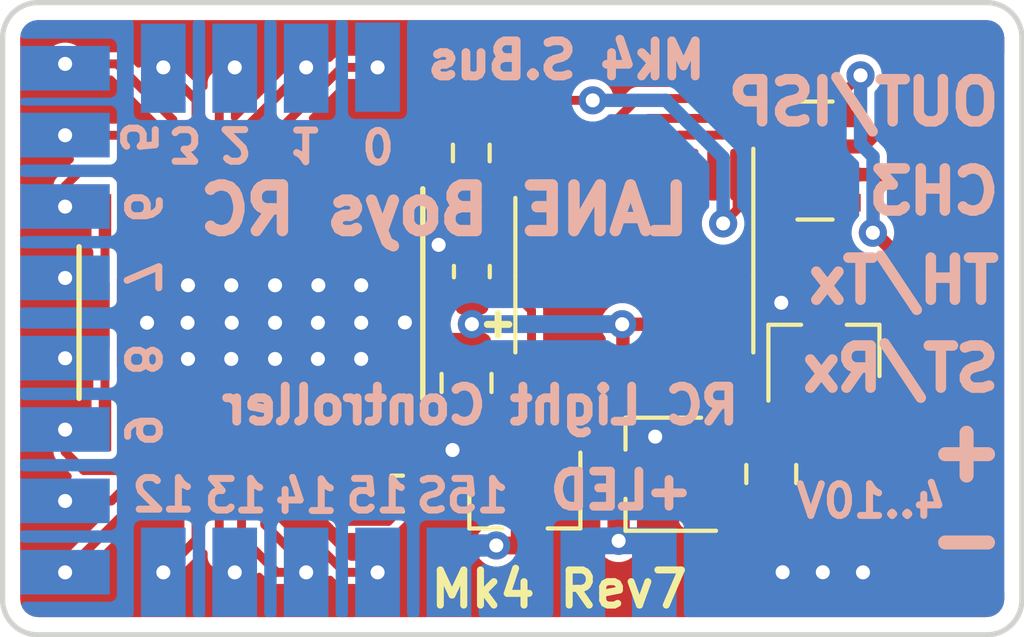
<source format=kicad_pcb>
(kicad_pcb (version 20171130) (host pcbnew 5.1.12-84ad8e8a86~92~ubuntu18.04.1)

  (general
    (thickness 0.8)
    (drawings 69)
    (tracks 267)
    (zones 0)
    (modules 36)
    (nets 37)
  )

  (page A4)
  (layers
    (0 Top signal)
    (31 Bottom signal)
    (32 B.Adhes user hide)
    (33 F.Adhes user hide)
    (34 B.Paste user hide)
    (35 F.Paste user hide)
    (36 B.SilkS user)
    (37 F.SilkS user)
    (38 B.Mask user hide)
    (39 F.Mask user hide)
    (40 Dwgs.User user hide)
    (41 Cmts.User user hide)
    (42 Eco1.User user hide)
    (43 Eco2.User user hide)
    (44 Edge.Cuts user)
    (45 Margin user hide)
    (46 B.CrtYd user hide)
    (47 F.CrtYd user)
    (48 B.Fab user hide)
    (49 F.Fab user hide)
  )

  (setup
    (last_trace_width 0.254)
    (user_trace_width 0.2032)
    (user_trace_width 0.2286)
    (user_trace_width 0.381)
    (user_trace_width 0.508)
    (user_trace_width 0.635)
    (user_trace_width 0.762)
    (trace_clearance 0.1524)
    (zone_clearance 0.2032)
    (zone_45_only no)
    (trace_min 0.1524)
    (via_size 0.8)
    (via_drill 0.4)
    (via_min_size 0.4)
    (via_min_drill 0.3)
    (uvia_size 0.3)
    (uvia_drill 0.1)
    (uvias_allowed no)
    (uvia_min_size 0.2)
    (uvia_min_drill 0.1)
    (edge_width 0.15)
    (segment_width 0.2)
    (pcb_text_width 0.3)
    (pcb_text_size 1.5 1.5)
    (mod_edge_width 0.15)
    (mod_text_size 1 1)
    (mod_text_width 0.15)
    (pad_size 1.524 1.524)
    (pad_drill 0.762)
    (pad_to_mask_clearance 0)
    (aux_axis_origin 135 114)
    (grid_origin 135 114)
    (visible_elements 7FFFFF7F)
    (pcbplotparams
      (layerselection 0x010f8_ffffffff)
      (usegerberextensions false)
      (usegerberattributes false)
      (usegerberadvancedattributes false)
      (creategerberjobfile false)
      (excludeedgelayer true)
      (linewidth 0.100000)
      (plotframeref false)
      (viasonmask false)
      (mode 1)
      (useauxorigin false)
      (hpglpennumber 1)
      (hpglpenspeed 20)
      (hpglpendiameter 15.000000)
      (psnegative false)
      (psa4output false)
      (plotreference true)
      (plotvalue true)
      (plotinvisibletext false)
      (padsonsilk false)
      (subtractmaskfromsilk true)
      (outputformat 1)
      (mirror false)
      (drillshape 0)
      (scaleselection 1)
      (outputdirectory "gerber/"))
  )

  (net 0 "")
  (net 1 +3V3)
  (net 2 GND)
  (net 3 /GSCLK)
  (net 4 /SIN)
  (net 5 /SCLK)
  (net 6 /XLAT)
  (net 7 /BLANK)
  (net 8 /VIN)
  (net 9 /OUT-SWITCHED)
  (net 10 /OUT0)
  (net 11 /OUT1)
  (net 12 /OUT2)
  (net 13 /OUT3)
  (net 14 /OUT4)
  (net 15 /OUT5)
  (net 16 /OUT6)
  (net 17 /OUT7)
  (net 18 /OUT8)
  (net 19 /OUT9)
  (net 20 /OUT10)
  (net 21 /OUT11)
  (net 22 /OUT12)
  (net 23 /OUT13)
  (net 24 /OUT14)
  (net 25 /OUT15)
  (net 26 /OUT15S)
  (net 27 /ST-IN)
  (net 28 /TH-IN)
  (net 29 /AUX-IN)
  (net 30 /OUT-ISP-OUT)
  (net 31 /IREF)
  (net 32 /TH-TX)
  (net 33 /OUT-ISP)
  (net 34 /ST-RX)
  (net 35 /AUX)
  (net 36 /SBUS)

  (net_class Default "This is the default net class."
    (clearance 0.1524)
    (trace_width 0.254)
    (via_dia 0.8)
    (via_drill 0.4)
    (uvia_dia 0.3)
    (uvia_drill 0.1)
    (diff_pair_width 0.2032)
    (diff_pair_gap 0.254)
    (add_net +3V3)
    (add_net /AUX)
    (add_net /AUX-IN)
    (add_net /BLANK)
    (add_net /GSCLK)
    (add_net /IREF)
    (add_net /OUT-ISP)
    (add_net /OUT-ISP-OUT)
    (add_net /OUT-SWITCHED)
    (add_net /OUT0)
    (add_net /OUT1)
    (add_net /OUT10)
    (add_net /OUT11)
    (add_net /OUT12)
    (add_net /OUT13)
    (add_net /OUT14)
    (add_net /OUT15)
    (add_net /OUT15S)
    (add_net /OUT2)
    (add_net /OUT3)
    (add_net /OUT4)
    (add_net /OUT5)
    (add_net /OUT6)
    (add_net /OUT7)
    (add_net /OUT8)
    (add_net /OUT9)
    (add_net /SBUS)
    (add_net /SCLK)
    (add_net /SIN)
    (add_net /ST-IN)
    (add_net /ST-RX)
    (add_net /TH-IN)
    (add_net /TH-TX)
    (add_net /VIN)
    (add_net /XLAT)
    (add_net GND)
    (add_net "Net-(U2-Pad14)")
    (add_net "Net-(U2-Pad2)")
    (add_net "Net-(U2-Pad20)")
    (add_net "Net-(U2-Pad5)")
    (add_net "Net-(U2-Pad9)")
    (add_net "Net-(U3-Pad23)")
    (add_net "Net-(U3-Pad24)")
  )

  (module Package_TO_SOT_SMD:SOT-23 (layer Top) (tedit 5A02FF57) (tstamp 62707AD6)
    (at 158.368 105.9355 90)
    (descr "SOT-23, Standard")
    (tags SOT-23)
    (path /6270D110)
    (attr smd)
    (fp_text reference Q1 (at 0 -2.5 90) (layer F.SilkS) hide
      (effects (font (size 1 1) (thickness 0.15)))
    )
    (fp_text value 2N7002K (at -0.0381 5.0292 180) (layer F.Fab)
      (effects (font (size 1 1) (thickness 0.15)))
    )
    (fp_line (start -0.7 -0.95) (end -0.7 1.5) (layer F.Fab) (width 0.1))
    (fp_line (start -0.15 -1.52) (end 0.7 -1.52) (layer F.Fab) (width 0.1))
    (fp_line (start -0.7 -0.95) (end -0.15 -1.52) (layer F.Fab) (width 0.1))
    (fp_line (start 0.7 -1.52) (end 0.7 1.52) (layer F.Fab) (width 0.1))
    (fp_line (start -0.7 1.52) (end 0.7 1.52) (layer F.Fab) (width 0.1))
    (fp_line (start 0.76 1.58) (end 0.76 0.65) (layer F.SilkS) (width 0.12))
    (fp_line (start 0.76 -1.58) (end 0.76 -0.65) (layer F.SilkS) (width 0.12))
    (fp_line (start -1.7 -1.75) (end 1.7 -1.75) (layer F.CrtYd) (width 0.05))
    (fp_line (start 1.7 -1.75) (end 1.7 1.75) (layer F.CrtYd) (width 0.05))
    (fp_line (start 1.7 1.75) (end -1.7 1.75) (layer F.CrtYd) (width 0.05))
    (fp_line (start -1.7 1.75) (end -1.7 -1.75) (layer F.CrtYd) (width 0.05))
    (fp_line (start 0.76 -1.58) (end -1.4 -1.58) (layer F.SilkS) (width 0.12))
    (fp_line (start 0.76 1.58) (end -0.7 1.58) (layer F.SilkS) (width 0.12))
    (fp_text user %R (at 0 0) (layer F.Fab)
      (effects (font (size 0.5 0.5) (thickness 0.075)))
    )
    (pad 3 smd rect (at 1 0 90) (size 0.9 0.8) (layers Top F.Paste F.Mask)
      (net 36 /SBUS))
    (pad 2 smd rect (at -1 0.95 90) (size 0.9 0.8) (layers Top F.Paste F.Mask)
      (net 2 GND))
    (pad 1 smd rect (at -1 -0.95 90) (size 0.9 0.8) (layers Top F.Paste F.Mask)
      (net 34 /ST-RX))
    (model ${KISYS3DMOD}/Package_TO_SOT_SMD.3dshapes/SOT-23.wrl
      (at (xyz 0 0 0))
      (scale (xyz 1 1 1))
      (rotate (xyz 0 0 0))
    )
  )

  (module Resistor_SMD:R_0603_1608Metric (layer Top) (tedit 5F68FEEE) (tstamp 62707B1B)
    (at 148.335 100.284 90)
    (descr "Resistor SMD 0603 (1608 Metric), square (rectangular) end terminal, IPC_7351 nominal, (Body size source: IPC-SM-782 page 72, https://www.pcb-3d.com/wordpress/wp-content/uploads/ipc-sm-782a_amendment_1_and_2.pdf), generated with kicad-footprint-generator")
    (tags resistor)
    (path /6271B2F8)
    (attr smd)
    (fp_text reference R2 (at 0 -1.43 90) (layer F.SilkS) hide
      (effects (font (size 1 1) (thickness 0.15)))
    )
    (fp_text value 10k (at 2.2098 0 90) (layer F.Fab)
      (effects (font (size 1 1) (thickness 0.15)))
    )
    (fp_line (start -0.8 0.4125) (end -0.8 -0.4125) (layer F.Fab) (width 0.1))
    (fp_line (start -0.8 -0.4125) (end 0.8 -0.4125) (layer F.Fab) (width 0.1))
    (fp_line (start 0.8 -0.4125) (end 0.8 0.4125) (layer F.Fab) (width 0.1))
    (fp_line (start 0.8 0.4125) (end -0.8 0.4125) (layer F.Fab) (width 0.1))
    (fp_line (start -0.237258 -0.5225) (end 0.237258 -0.5225) (layer F.SilkS) (width 0.12))
    (fp_line (start -0.237258 0.5225) (end 0.237258 0.5225) (layer F.SilkS) (width 0.12))
    (fp_line (start -1.48 0.73) (end -1.48 -0.73) (layer F.CrtYd) (width 0.05))
    (fp_line (start -1.48 -0.73) (end 1.48 -0.73) (layer F.CrtYd) (width 0.05))
    (fp_line (start 1.48 -0.73) (end 1.48 0.73) (layer F.CrtYd) (width 0.05))
    (fp_line (start 1.48 0.73) (end -1.48 0.73) (layer F.CrtYd) (width 0.05))
    (fp_text user %R (at 0 0 90) (layer F.Fab)
      (effects (font (size 0.4 0.4) (thickness 0.06)))
    )
    (pad 2 smd roundrect (at 0.825 0 90) (size 0.8 0.95) (layers Top F.Paste F.Mask) (roundrect_rratio 0.25)
      (net 1 +3V3))
    (pad 1 smd roundrect (at -0.825 0 90) (size 0.8 0.95) (layers Top F.Paste F.Mask) (roundrect_rratio 0.25)
      (net 36 /SBUS))
    (model ${KISYS3DMOD}/Resistor_SMD.3dshapes/R_0603_1608Metric.wrl
      (at (xyz 0 0 0))
      (scale (xyz 1 1 1))
      (rotate (xyz 0 0 0))
    )
  )

  (module Resistor_SMD:R_Array_Convex_4x0603 (layer Top) (tedit 58E0A8B2) (tstamp 62709C38)
    (at 158.114 100.5 180)
    (descr "Chip Resistor Network, ROHM MNR14 (see mnr_g.pdf)")
    (tags "resistor array")
    (path /6273657D)
    (attr smd)
    (fp_text reference RN1 (at 0 -2.8) (layer F.SilkS) hide
      (effects (font (size 1 1) (thickness 0.15)))
    )
    (fp_text value "1k x4" (at 0.0762 2.3496) (layer F.Fab)
      (effects (font (size 1 1) (thickness 0.15)))
    )
    (fp_line (start -0.8 -1.6) (end 0.8 -1.6) (layer F.Fab) (width 0.1))
    (fp_line (start 0.8 -1.6) (end 0.8 1.6) (layer F.Fab) (width 0.1))
    (fp_line (start 0.8 1.6) (end -0.8 1.6) (layer F.Fab) (width 0.1))
    (fp_line (start -0.8 1.6) (end -0.8 -1.6) (layer F.Fab) (width 0.1))
    (fp_line (start 0.5 1.68) (end -0.5 1.68) (layer F.SilkS) (width 0.12))
    (fp_line (start 0.5 -1.68) (end -0.5 -1.68) (layer F.SilkS) (width 0.12))
    (fp_line (start -1.55 -1.85) (end 1.55 -1.85) (layer F.CrtYd) (width 0.05))
    (fp_line (start -1.55 -1.85) (end -1.55 1.85) (layer F.CrtYd) (width 0.05))
    (fp_line (start 1.55 1.85) (end 1.55 -1.85) (layer F.CrtYd) (width 0.05))
    (fp_line (start 1.55 1.85) (end -1.55 1.85) (layer F.CrtYd) (width 0.05))
    (fp_text user %R (at 0 0 90) (layer F.Fab)
      (effects (font (size 0.5 0.5) (thickness 0.075)))
    )
    (pad 5 smd rect (at 0.9 1.2 180) (size 0.8 0.5) (layers Top F.Paste F.Mask)
      (net 32 /TH-TX))
    (pad 6 smd rect (at 0.9 0.4 180) (size 0.8 0.4) (layers Top F.Paste F.Mask)
      (net 33 /OUT-ISP))
    (pad 8 smd rect (at 0.9 -1.2 180) (size 0.8 0.5) (layers Top F.Paste F.Mask)
      (net 34 /ST-RX))
    (pad 7 smd rect (at 0.9 -0.4 180) (size 0.8 0.4) (layers Top F.Paste F.Mask)
      (net 35 /AUX))
    (pad 4 smd rect (at -0.9 1.2 180) (size 0.8 0.5) (layers Top F.Paste F.Mask)
      (net 28 /TH-IN))
    (pad 2 smd rect (at -0.9 -0.4 180) (size 0.8 0.4) (layers Top F.Paste F.Mask)
      (net 29 /AUX-IN))
    (pad 3 smd rect (at -0.9 0.4 180) (size 0.8 0.4) (layers Top F.Paste F.Mask)
      (net 30 /OUT-ISP-OUT))
    (pad 1 smd rect (at -0.9 -1.2 180) (size 0.8 0.5) (layers Top F.Paste F.Mask)
      (net 27 /ST-IN))
    (model ${KISYS3DMOD}/Resistor_SMD.3dshapes/R_Array_Convex_4x0603.wrl
      (at (xyz 0 0 0))
      (scale (xyz 1 1 1))
      (rotate (xyz 0 0 0))
    )
  )

  (module Package_SO:TSSOP-20_4.4x6.5mm_P0.65mm (layer Top) (tedit 5E476F32) (tstamp 609F50B8)
    (at 152.9738 103.7638 270)
    (descr "TSSOP, 20 Pin (JEDEC MO-153 Var AC https://www.jedec.org/document_search?search_api_views_fulltext=MO-153), generated with kicad-footprint-generator ipc_gullwing_generator.py")
    (tags "TSSOP SO")
    (path /609FA9C6)
    (attr smd)
    (fp_text reference U2 (at 0 -4.2 90) (layer F.SilkS) hide
      (effects (font (size 1 1) (thickness 0.15)))
    )
    (fp_text value LPC832M101FDH20 (at 0.7874 -2.6002 180) (layer F.Fab)
      (effects (font (size 0.8 0.8) (thickness 0.15)))
    )
    (fp_line (start 0 3.385) (end 2.2 3.385) (layer F.SilkS) (width 0.12))
    (fp_line (start 0 3.385) (end -2.2 3.385) (layer F.SilkS) (width 0.12))
    (fp_line (start 0 -3.385) (end 2.2 -3.385) (layer F.SilkS) (width 0.12))
    (fp_line (start 0 -3.385) (end -3.6 -3.385) (layer F.SilkS) (width 0.12))
    (fp_line (start -1.2 -3.25) (end 2.2 -3.25) (layer F.Fab) (width 0.1))
    (fp_line (start 2.2 -3.25) (end 2.2 3.25) (layer F.Fab) (width 0.1))
    (fp_line (start 2.2 3.25) (end -2.2 3.25) (layer F.Fab) (width 0.1))
    (fp_line (start -2.2 3.25) (end -2.2 -2.25) (layer F.Fab) (width 0.1))
    (fp_line (start -2.2 -2.25) (end -1.2 -3.25) (layer F.Fab) (width 0.1))
    (fp_line (start -3.85 -3.5) (end -3.85 3.5) (layer F.CrtYd) (width 0.05))
    (fp_line (start -3.85 3.5) (end 3.85 3.5) (layer F.CrtYd) (width 0.05))
    (fp_line (start 3.85 3.5) (end 3.85 -3.5) (layer F.CrtYd) (width 0.05))
    (fp_line (start 3.85 -3.5) (end -3.85 -3.5) (layer F.CrtYd) (width 0.05))
    (fp_text user %R (at -1.0668 -1.4572 180) (layer F.Fab)
      (effects (font (size 1 1) (thickness 0.15)))
    )
    (pad 20 smd roundrect (at 2.8625 -2.925 270) (size 1.475 0.4) (layers Top F.Paste F.Mask) (roundrect_rratio 0.25))
    (pad 19 smd roundrect (at 2.8625 -2.275 270) (size 1.475 0.4) (layers Top F.Paste F.Mask) (roundrect_rratio 0.25)
      (net 34 /ST-RX))
    (pad 18 smd roundrect (at 2.8625 -1.625 270) (size 1.475 0.4) (layers Top F.Paste F.Mask) (roundrect_rratio 0.25)
      (net 1 +3V3))
    (pad 17 smd roundrect (at 2.8625 -0.975 270) (size 1.475 0.4) (layers Top F.Paste F.Mask) (roundrect_rratio 0.25)
      (net 2 GND))
    (pad 16 smd roundrect (at 2.8625 -0.325 270) (size 1.475 0.4) (layers Top F.Paste F.Mask) (roundrect_rratio 0.25)
      (net 2 GND))
    (pad 15 smd roundrect (at 2.8625 0.325 270) (size 1.475 0.4) (layers Top F.Paste F.Mask) (roundrect_rratio 0.25)
      (net 1 +3V3))
    (pad 14 smd roundrect (at 2.8625 0.975 270) (size 1.475 0.4) (layers Top F.Paste F.Mask) (roundrect_rratio 0.25))
    (pad 13 smd roundrect (at 2.8625 1.625 270) (size 1.475 0.4) (layers Top F.Paste F.Mask) (roundrect_rratio 0.25)
      (net 9 /OUT-SWITCHED))
    (pad 12 smd roundrect (at 2.8625 2.275 270) (size 1.475 0.4) (layers Top F.Paste F.Mask) (roundrect_rratio 0.25)
      (net 3 /GSCLK))
    (pad 11 smd roundrect (at 2.8625 2.925 270) (size 1.475 0.4) (layers Top F.Paste F.Mask) (roundrect_rratio 0.25)
      (net 7 /BLANK))
    (pad 10 smd roundrect (at -2.8625 2.925 270) (size 1.475 0.4) (layers Top F.Paste F.Mask) (roundrect_rratio 0.25)
      (net 36 /SBUS))
    (pad 9 smd roundrect (at -2.8625 2.275 270) (size 1.475 0.4) (layers Top F.Paste F.Mask) (roundrect_rratio 0.25))
    (pad 8 smd roundrect (at -2.8625 1.625 270) (size 1.475 0.4) (layers Top F.Paste F.Mask) (roundrect_rratio 0.25)
      (net 5 /SCLK))
    (pad 7 smd roundrect (at -2.8625 0.975 270) (size 1.475 0.4) (layers Top F.Paste F.Mask) (roundrect_rratio 0.25)
      (net 6 /XLAT))
    (pad 6 smd roundrect (at -2.8625 0.325 270) (size 1.475 0.4) (layers Top F.Paste F.Mask) (roundrect_rratio 0.25)
      (net 32 /TH-TX))
    (pad 5 smd roundrect (at -2.8625 -0.325 270) (size 1.475 0.4) (layers Top F.Paste F.Mask) (roundrect_rratio 0.25))
    (pad 4 smd roundrect (at -2.8625 -0.975 270) (size 1.475 0.4) (layers Top F.Paste F.Mask) (roundrect_rratio 0.25)
      (net 33 /OUT-ISP))
    (pad 3 smd roundrect (at -2.8625 -1.625 270) (size 1.475 0.4) (layers Top F.Paste F.Mask) (roundrect_rratio 0.25)
      (net 35 /AUX))
    (pad 2 smd roundrect (at -2.8625 -2.275 270) (size 1.475 0.4) (layers Top F.Paste F.Mask) (roundrect_rratio 0.25))
    (pad 1 smd roundrect (at -2.8625 -2.925 270) (size 1.475 0.4) (layers Top F.Paste F.Mask) (roundrect_rratio 0.25)
      (net 4 /SIN))
    (model ${KISYS3DMOD}/Package_SO.3dshapes/TSSOP-20_4.4x6.5mm_P0.65mm.wrl
      (at (xyz 0 0 0))
      (scale (xyz 1 1 1))
      (rotate (xyz 0 0 0))
    )
  )

  (module Capacitor_SMD:C_0805_2012Metric (layer Top) (tedit 601FDAD8) (tstamp 5C81F495)
    (at 148.1996 106.8324 270)
    (descr "Capacitor SMD 0805 (2012 Metric), square (rectangular) end terminal, IPC_7351 nominal, (Body size source: https://docs.google.com/spreadsheets/d/1BsfQQcO9C6DZCsRaXUlFlo91Tg2WpOkGARC1WS5S8t0/edit?usp=sharing), generated with kicad-footprint-generator")
    (tags capacitor)
    (path /5C870864)
    (attr smd)
    (fp_text reference C2 (at 0 -1.65 90) (layer F.SilkS) hide
      (effects (font (size 1 1) (thickness 0.15)))
    )
    (fp_text value 47u/6V3 (at 0.1572 -3.3772) (layer F.Fab)
      (effects (font (size 0.8 0.8) (thickness 0.15)))
    )
    (fp_line (start -1 0.6) (end -1 -0.6) (layer F.Fab) (width 0.1))
    (fp_line (start -1 -0.6) (end 1 -0.6) (layer F.Fab) (width 0.1))
    (fp_line (start 1 -0.6) (end 1 0.6) (layer F.Fab) (width 0.1))
    (fp_line (start 1 0.6) (end -1 0.6) (layer F.Fab) (width 0.1))
    (fp_line (start -0.258578 -0.71) (end 0.258578 -0.71) (layer F.SilkS) (width 0.12))
    (fp_line (start -0.258578 0.71) (end 0.258578 0.71) (layer F.SilkS) (width 0.12))
    (fp_line (start -1.68 0.95) (end -1.68 -0.95) (layer F.CrtYd) (width 0.05))
    (fp_line (start -1.68 -0.95) (end 1.68 -0.95) (layer F.CrtYd) (width 0.05))
    (fp_line (start 1.68 -0.95) (end 1.68 0.95) (layer F.CrtYd) (width 0.05))
    (fp_line (start 1.68 0.95) (end -1.68 0.95) (layer F.CrtYd) (width 0.05))
    (fp_text user %R (at 0 0 90) (layer F.Fab)
      (effects (font (size 0.5 0.5) (thickness 0.08)))
    )
    (pad 1 smd roundrect (at -0.9375 0 270) (size 0.975 1.4) (layers Top F.Paste F.Mask) (roundrect_rratio 0.25)
      (net 1 +3V3))
    (pad 2 smd roundrect (at 0.9375 0 270) (size 0.975 1.4) (layers Top F.Paste F.Mask) (roundrect_rratio 0.25)
      (net 2 GND))
    (model ${KISYS3DMOD}/Capacitor_SMD.3dshapes/C_0805_2012Metric.wrl
      (at (xyz 0 0 0))
      (scale (xyz 1 1 1))
      (rotate (xyz 0 0 0))
    )
  )

  (module Package_TO_SOT_SMD:SOT-23W (layer Top) (tedit 5A02FF57) (tstamp 5C81BBC1)
    (at 153.7971 109.4316 180)
    (descr "SOT-23W http://www.allegromicro.com/~/media/Files/Datasheets/A112x-Datasheet.ashx?la=en&hash=7BC461E058CC246E0BAB62433B2F1ECA104CA9D3")
    (tags SOT-23W)
    (path /09B5DC2D)
    (attr smd)
    (fp_text reference U1 (at 0 -2.5) (layer F.SilkS) hide
      (effects (font (size 1 1) (thickness 0.15)))
    )
    (fp_text value 3V3 (at -0.0624 -2.3459) (layer F.Fab)
      (effects (font (size 0.8 0.8) (thickness 0.15)))
    )
    (fp_line (start 1.075 -1.61) (end 1.075 -0.7) (layer F.SilkS) (width 0.12))
    (fp_line (start 1.075 0.7) (end 1.075 1.61) (layer F.SilkS) (width 0.12))
    (fp_line (start -1.5 -1.61) (end 1.075 -1.61) (layer F.SilkS) (width 0.12))
    (fp_line (start -1.075 1.61) (end 1.075 1.61) (layer F.SilkS) (width 0.12))
    (fp_line (start -0.955 -0.49) (end -0.955 1.49) (layer F.Fab) (width 0.1))
    (fp_line (start 0.045 -1.49) (end 0.955 -1.49) (layer F.Fab) (width 0.1))
    (fp_line (start -0.955 -0.49) (end 0.045 -1.49) (layer F.Fab) (width 0.1))
    (fp_line (start 0.955 -1.49) (end 0.955 1.49) (layer F.Fab) (width 0.1))
    (fp_line (start -0.955 1.49) (end 0.955 1.49) (layer F.Fab) (width 0.1))
    (fp_line (start -1.95 -1.74) (end 1.95 -1.74) (layer F.CrtYd) (width 0.05))
    (fp_line (start 1.95 -1.74) (end 1.95 1.74) (layer F.CrtYd) (width 0.05))
    (fp_line (start 1.95 1.74) (end -1.95 1.74) (layer F.CrtYd) (width 0.05))
    (fp_line (start -1.95 1.74) (end -1.95 -1.74) (layer F.CrtYd) (width 0.05))
    (fp_text user %R (at 0 0 90) (layer F.Fab)
      (effects (font (size 0.5 0.5) (thickness 0.075)))
    )
    (pad 3 smd rect (at 1.2 0 180) (size 1 0.7) (layers Top F.Paste F.Mask)
      (net 8 /VIN))
    (pad 2 smd rect (at -1.2 0.95 180) (size 1 0.7) (layers Top F.Paste F.Mask)
      (net 1 +3V3))
    (pad 1 smd rect (at -1.2 -0.95 180) (size 1 0.7) (layers Top F.Paste F.Mask)
      (net 2 GND))
    (model ${KISYS3DMOD}/Package_TO_SOT_SMD.3dshapes/SOT-23W.wrl
      (at (xyz 0 0 0))
      (scale (xyz 1 1 1))
      (rotate (xyz 0 0 0))
    )
  )

  (module Package_TO_SOT_SMD:SOT-23 (layer Top) (tedit 5A02FF57) (tstamp 5C81BCC1)
    (at 149.859 110.2154 270)
    (descr "SOT-23, Standard")
    (tags SOT-23)
    (path /8692C711)
    (attr smd)
    (fp_text reference Q2 (at 0 -2.5 90) (layer F.SilkS) hide
      (effects (font (size 1 1) (thickness 0.15)))
    )
    (fp_text value NMOSSOT23 (at 1.4986 1.8415 180) (layer F.Fab)
      (effects (font (size 0.8 0.8) (thickness 0.15)))
    )
    (fp_line (start -0.7 -0.95) (end -0.7 1.5) (layer F.Fab) (width 0.1))
    (fp_line (start -0.15 -1.52) (end 0.7 -1.52) (layer F.Fab) (width 0.1))
    (fp_line (start -0.7 -0.95) (end -0.15 -1.52) (layer F.Fab) (width 0.1))
    (fp_line (start 0.7 -1.52) (end 0.7 1.52) (layer F.Fab) (width 0.1))
    (fp_line (start -0.7 1.52) (end 0.7 1.52) (layer F.Fab) (width 0.1))
    (fp_line (start 0.76 1.58) (end 0.76 0.65) (layer F.SilkS) (width 0.12))
    (fp_line (start 0.76 -1.58) (end 0.76 -0.65) (layer F.SilkS) (width 0.12))
    (fp_line (start -1.7 -1.75) (end 1.7 -1.75) (layer F.CrtYd) (width 0.05))
    (fp_line (start 1.7 -1.75) (end 1.7 1.75) (layer F.CrtYd) (width 0.05))
    (fp_line (start 1.7 1.75) (end -1.7 1.75) (layer F.CrtYd) (width 0.05))
    (fp_line (start -1.7 1.75) (end -1.7 -1.75) (layer F.CrtYd) (width 0.05))
    (fp_line (start 0.76 -1.58) (end -1.4 -1.58) (layer F.SilkS) (width 0.12))
    (fp_line (start 0.76 1.58) (end -0.7 1.58) (layer F.SilkS) (width 0.12))
    (fp_text user %R (at 0 0) (layer F.Fab)
      (effects (font (size 0.5 0.5) (thickness 0.075)))
    )
    (pad 3 smd rect (at 1 0 270) (size 0.9 0.8) (layers Top F.Paste F.Mask)
      (net 26 /OUT15S))
    (pad 2 smd rect (at -1 0.95 270) (size 0.9 0.8) (layers Top F.Paste F.Mask)
      (net 2 GND))
    (pad 1 smd rect (at -1 -0.95 270) (size 0.9 0.8) (layers Top F.Paste F.Mask)
      (net 9 /OUT-SWITCHED))
    (model ${KISYS3DMOD}/Package_TO_SOT_SMD.3dshapes/SOT-23.wrl
      (at (xyz 0 0 0))
      (scale (xyz 1 1 1))
      (rotate (xyz 0 0 0))
    )
  )

  (module rc-light-controller-tlc5940-lpc812:SOP65P640X120-29N (layer Top) (tedit 5CD12D38) (tstamp 5C82FD92)
    (at 142.1291 105.1136 270)
    (path /840783A6)
    (solder_paste_margin -0.0127)
    (fp_text reference U3 (at -3.4544 -5.715 270) (layer F.SilkS) hide
      (effects (font (size 1.97866 1.97866) (thickness 0.197866)) (justify left bottom))
    )
    (fp_text value TLC5940PWP (at 0.3012 4.0397) (layer F.Fab)
      (effects (font (size 0.8 0.8) (thickness 0.15)) (justify left bottom))
    )
    (fp_line (start -2.2606 -4.9022) (end -2.2606 4.9022) (layer F.Fab) (width 0.1))
    (fp_line (start -0.3048 -4.9022) (end -2.2606 -4.9022) (layer F.Fab) (width 0.1))
    (fp_line (start 0.3048 -4.9022) (end -0.3048 -4.9022) (layer F.Fab) (width 0.1))
    (fp_line (start 2.2606 -4.9022) (end 0.3048 -4.9022) (layer F.Fab) (width 0.1))
    (fp_line (start 2.2606 4.9022) (end 2.2606 -4.9022) (layer F.Fab) (width 0.1))
    (fp_line (start -2.2606 4.9022) (end 2.2606 4.9022) (layer F.Fab) (width 0.1))
    (fp_line (start 3.302 -4.3688) (end 2.2606 -4.3688) (layer F.Fab) (width 0.1))
    (fp_line (start 3.302 -4.064) (end 3.302 -4.3688) (layer F.Fab) (width 0.1))
    (fp_line (start 2.2606 -4.064) (end 3.302 -4.064) (layer F.Fab) (width 0.1))
    (fp_line (start 2.2606 -4.3688) (end 2.2606 -4.064) (layer F.Fab) (width 0.1))
    (fp_line (start 3.302 -3.7338) (end 2.2606 -3.7338) (layer F.Fab) (width 0.1))
    (fp_line (start 3.302 -3.429) (end 3.302 -3.7338) (layer F.Fab) (width 0.1))
    (fp_line (start 2.2606 -3.429) (end 3.302 -3.429) (layer F.Fab) (width 0.1))
    (fp_line (start 2.2606 -3.7338) (end 2.2606 -3.429) (layer F.Fab) (width 0.1))
    (fp_line (start 3.302 -3.0734) (end 2.2606 -3.0734) (layer F.Fab) (width 0.1))
    (fp_line (start 3.302 -2.7686) (end 3.302 -3.0734) (layer F.Fab) (width 0.1))
    (fp_line (start 2.2606 -2.7686) (end 3.302 -2.7686) (layer F.Fab) (width 0.1))
    (fp_line (start 2.2606 -3.0734) (end 2.2606 -2.7686) (layer F.Fab) (width 0.1))
    (fp_line (start 3.302 -2.413) (end 2.2606 -2.413) (layer F.Fab) (width 0.1))
    (fp_line (start 3.302 -2.1336) (end 3.302 -2.413) (layer F.Fab) (width 0.1))
    (fp_line (start 2.2606 -2.1336) (end 3.302 -2.1336) (layer F.Fab) (width 0.1))
    (fp_line (start 2.2606 -2.413) (end 2.2606 -2.1336) (layer F.Fab) (width 0.1))
    (fp_line (start 3.302 -1.778) (end 2.2606 -1.778) (layer F.Fab) (width 0.1))
    (fp_line (start 3.302 -1.4732) (end 3.302 -1.778) (layer F.Fab) (width 0.1))
    (fp_line (start 2.2606 -1.4732) (end 3.302 -1.4732) (layer F.Fab) (width 0.1))
    (fp_line (start 2.2606 -1.778) (end 2.2606 -1.4732) (layer F.Fab) (width 0.1))
    (fp_line (start 3.302 -1.1176) (end 2.2606 -1.1176) (layer F.Fab) (width 0.1))
    (fp_line (start 3.302 -0.8128) (end 3.302 -1.1176) (layer F.Fab) (width 0.1))
    (fp_line (start 2.2606 -0.8128) (end 3.302 -0.8128) (layer F.Fab) (width 0.1))
    (fp_line (start 2.2606 -1.1176) (end 2.2606 -0.8128) (layer F.Fab) (width 0.1))
    (fp_line (start 3.302 -0.4826) (end 2.2606 -0.4826) (layer F.Fab) (width 0.1))
    (fp_line (start 3.302 -0.1778) (end 3.302 -0.4826) (layer F.Fab) (width 0.1))
    (fp_line (start 2.2606 -0.1778) (end 3.302 -0.1778) (layer F.Fab) (width 0.1))
    (fp_line (start 2.2606 -0.4826) (end 2.2606 -0.1778) (layer F.Fab) (width 0.1))
    (fp_line (start 3.302 0.1778) (end 2.2606 0.1778) (layer F.Fab) (width 0.1))
    (fp_line (start 3.302 0.4826) (end 3.302 0.1778) (layer F.Fab) (width 0.1))
    (fp_line (start 2.2606 0.4826) (end 3.302 0.4826) (layer F.Fab) (width 0.1))
    (fp_line (start 2.2606 0.1778) (end 2.2606 0.4826) (layer F.Fab) (width 0.1))
    (fp_line (start 3.302 0.8128) (end 2.2606 0.8128) (layer F.Fab) (width 0.1))
    (fp_line (start 3.302 1.1176) (end 3.302 0.8128) (layer F.Fab) (width 0.1))
    (fp_line (start 2.2606 1.1176) (end 3.302 1.1176) (layer F.Fab) (width 0.1))
    (fp_line (start 2.2606 0.8128) (end 2.2606 1.1176) (layer F.Fab) (width 0.1))
    (fp_line (start 3.302 1.4732) (end 2.2606 1.4732) (layer F.Fab) (width 0.1))
    (fp_line (start 3.302 1.778) (end 3.302 1.4732) (layer F.Fab) (width 0.1))
    (fp_line (start 2.2606 1.778) (end 3.302 1.778) (layer F.Fab) (width 0.1))
    (fp_line (start 2.2606 1.4732) (end 2.2606 1.778) (layer F.Fab) (width 0.1))
    (fp_line (start 3.302 2.1336) (end 2.2606 2.1336) (layer F.Fab) (width 0.1))
    (fp_line (start 3.302 2.413) (end 3.302 2.1336) (layer F.Fab) (width 0.1))
    (fp_line (start 2.2606 2.413) (end 3.302 2.413) (layer F.Fab) (width 0.1))
    (fp_line (start 2.2606 2.1336) (end 2.2606 2.413) (layer F.Fab) (width 0.1))
    (fp_line (start 3.302 2.7686) (end 2.2606 2.7686) (layer F.Fab) (width 0.1))
    (fp_line (start 3.302 3.0734) (end 3.302 2.7686) (layer F.Fab) (width 0.1))
    (fp_line (start 2.2606 3.0734) (end 3.302 3.0734) (layer F.Fab) (width 0.1))
    (fp_line (start 2.2606 2.7686) (end 2.2606 3.0734) (layer F.Fab) (width 0.1))
    (fp_line (start 3.302 3.429) (end 2.2606 3.429) (layer F.Fab) (width 0.1))
    (fp_line (start 3.302 3.7338) (end 3.302 3.429) (layer F.Fab) (width 0.1))
    (fp_line (start 2.2606 3.7338) (end 3.302 3.7338) (layer F.Fab) (width 0.1))
    (fp_line (start 2.2606 3.429) (end 2.2606 3.7338) (layer F.Fab) (width 0.1))
    (fp_line (start 3.302 4.064) (end 2.2606 4.064) (layer F.Fab) (width 0.1))
    (fp_line (start 3.302 4.3688) (end 3.302 4.064) (layer F.Fab) (width 0.1))
    (fp_line (start 2.2606 4.3688) (end 3.302 4.3688) (layer F.Fab) (width 0.1))
    (fp_line (start 2.2606 4.064) (end 2.2606 4.3688) (layer F.Fab) (width 0.1))
    (fp_line (start -3.302 4.3688) (end -2.2606 4.3688) (layer F.Fab) (width 0.1))
    (fp_line (start -3.302 4.064) (end -3.302 4.3688) (layer F.Fab) (width 0.1))
    (fp_line (start -2.2606 4.064) (end -3.302 4.064) (layer F.Fab) (width 0.1))
    (fp_line (start -2.2606 4.3688) (end -2.2606 4.064) (layer F.Fab) (width 0.1))
    (fp_line (start -3.302 3.7338) (end -2.2606 3.7338) (layer F.Fab) (width 0.1))
    (fp_line (start -3.302 3.429) (end -3.302 3.7338) (layer F.Fab) (width 0.1))
    (fp_line (start -2.2606 3.429) (end -3.302 3.429) (layer F.Fab) (width 0.1))
    (fp_line (start -2.2606 3.7338) (end -2.2606 3.429) (layer F.Fab) (width 0.1))
    (fp_line (start -3.302 3.0734) (end -2.2606 3.0734) (layer F.Fab) (width 0.1))
    (fp_line (start -3.302 2.7686) (end -3.302 3.0734) (layer F.Fab) (width 0.1))
    (fp_line (start -2.2606 2.7686) (end -3.302 2.7686) (layer F.Fab) (width 0.1))
    (fp_line (start -2.2606 3.0734) (end -2.2606 2.7686) (layer F.Fab) (width 0.1))
    (fp_line (start -3.302 2.413) (end -2.2606 2.413) (layer F.Fab) (width 0.1))
    (fp_line (start -3.302 2.1336) (end -3.302 2.413) (layer F.Fab) (width 0.1))
    (fp_line (start -2.2606 2.1336) (end -3.302 2.1336) (layer F.Fab) (width 0.1))
    (fp_line (start -2.2606 2.413) (end -2.2606 2.1336) (layer F.Fab) (width 0.1))
    (fp_line (start -3.302 1.778) (end -2.2606 1.778) (layer F.Fab) (width 0.1))
    (fp_line (start -3.302 1.4732) (end -3.302 1.778) (layer F.Fab) (width 0.1))
    (fp_line (start -2.2606 1.4732) (end -3.302 1.4732) (layer F.Fab) (width 0.1))
    (fp_line (start -2.2606 1.778) (end -2.2606 1.4732) (layer F.Fab) (width 0.1))
    (fp_line (start -3.302 1.1176) (end -2.2606 1.1176) (layer F.Fab) (width 0.1))
    (fp_line (start -3.302 0.8128) (end -3.302 1.1176) (layer F.Fab) (width 0.1))
    (fp_line (start -2.2606 0.8128) (end -3.302 0.8128) (layer F.Fab) (width 0.1))
    (fp_line (start -2.2606 1.1176) (end -2.2606 0.8128) (layer F.Fab) (width 0.1))
    (fp_line (start -3.302 0.4826) (end -2.2606 0.4826) (layer F.Fab) (width 0.1))
    (fp_line (start -3.302 0.1778) (end -3.302 0.4826) (layer F.Fab) (width 0.1))
    (fp_line (start -2.2606 0.1778) (end -3.302 0.1778) (layer F.Fab) (width 0.1))
    (fp_line (start -2.2606 0.4826) (end -2.2606 0.1778) (layer F.Fab) (width 0.1))
    (fp_line (start -3.302 -0.1778) (end -2.2606 -0.1778) (layer F.Fab) (width 0.1))
    (fp_line (start -3.302 -0.4826) (end -3.302 -0.1778) (layer F.Fab) (width 0.1))
    (fp_line (start -2.2606 -0.4826) (end -3.302 -0.4826) (layer F.Fab) (width 0.1))
    (fp_line (start -2.2606 -0.1778) (end -2.2606 -0.4826) (layer F.Fab) (width 0.1))
    (fp_line (start -3.302 -0.8128) (end -2.2606 -0.8128) (layer F.Fab) (width 0.1))
    (fp_line (start -3.302 -1.1176) (end -3.302 -0.8128) (layer F.Fab) (width 0.1))
    (fp_line (start -2.2606 -1.1176) (end -3.302 -1.1176) (layer F.Fab) (width 0.1))
    (fp_line (start -2.2606 -0.8128) (end -2.2606 -1.1176) (layer F.Fab) (width 0.1))
    (fp_line (start -3.302 -1.4732) (end -2.2606 -1.4732) (layer F.Fab) (width 0.1))
    (fp_line (start -3.302 -1.778) (end -3.302 -1.4732) (layer F.Fab) (width 0.1))
    (fp_line (start -2.2606 -1.778) (end -3.302 -1.778) (layer F.Fab) (width 0.1))
    (fp_line (start -2.2606 -1.4732) (end -2.2606 -1.778) (layer F.Fab) (width 0.1))
    (fp_line (start -3.302 -2.1336) (end -2.2606 -2.1336) (layer F.Fab) (width 0.1))
    (fp_line (start -3.302 -2.413) (end -3.302 -2.1336) (layer F.Fab) (width 0.1))
    (fp_line (start -2.2606 -2.413) (end -3.302 -2.413) (layer F.Fab) (width 0.1))
    (fp_line (start -2.2606 -2.1336) (end -2.2606 -2.413) (layer F.Fab) (width 0.1))
    (fp_line (start -3.302 -2.7686) (end -2.2606 -2.7686) (layer F.Fab) (width 0.1))
    (fp_line (start -3.302 -3.0734) (end -3.302 -2.7686) (layer F.Fab) (width 0.1))
    (fp_line (start -2.2606 -3.0734) (end -3.302 -3.0734) (layer F.Fab) (width 0.1))
    (fp_line (start -2.2606 -2.7686) (end -2.2606 -3.0734) (layer F.Fab) (width 0.1))
    (fp_line (start -3.302 -3.429) (end -2.2606 -3.429) (layer F.Fab) (width 0.1))
    (fp_line (start -3.302 -3.7338) (end -3.302 -3.429) (layer F.Fab) (width 0.1))
    (fp_line (start -2.2606 -3.7338) (end -3.302 -3.7338) (layer F.Fab) (width 0.1))
    (fp_line (start -2.2606 -3.429) (end -2.2606 -3.7338) (layer F.Fab) (width 0.1))
    (fp_line (start -3.302 -4.064) (end -2.2606 -4.064) (layer F.Fab) (width 0.1))
    (fp_line (start -3.302 -4.3688) (end -3.302 -4.064) (layer F.Fab) (width 0.1))
    (fp_line (start -2.2606 -4.3688) (end -3.302 -4.3688) (layer F.Fab) (width 0.1))
    (fp_line (start -2.2606 -4.064) (end -2.2606 -4.3688) (layer F.Fab) (width 0.1))
    (fp_line (start 2.159 -4.826) (end -3.81 -4.826) (layer F.SilkS) (width 0.1524))
    (fp_line (start -2.159 4.953) (end 2.159 4.953) (layer F.SilkS) (width 0.1524))
    (fp_poly (pts (xy 0.254 -2.921) (xy 0.889 -2.921) (xy 0.889 -2.286) (xy 0.254 -2.286)) (layer F.Mask) (width 0.15))
    (fp_poly (pts (xy 0.254 -1.635125) (xy 0.889 -1.635125) (xy 0.889 -1.000125) (xy 0.254 -1.000125)) (layer F.Mask) (width 0.15))
    (fp_poly (pts (xy 0.254 -0.34925) (xy 0.889 -0.34925) (xy 0.889 0.28575) (xy 0.254 0.28575)) (layer F.Mask) (width 0.15))
    (fp_poly (pts (xy 0.254 0.936625) (xy 0.889 0.936625) (xy 0.889 1.571625) (xy 0.254 1.571625)) (layer F.Mask) (width 0.15))
    (fp_poly (pts (xy 0.254 2.2225) (xy 0.889 2.2225) (xy 0.889 2.8575) (xy 0.254 2.8575)) (layer F.Mask) (width 0.15))
    (fp_poly (pts (xy -0.889 0.936625) (xy -0.254 0.936625) (xy -0.254 1.571625) (xy -0.889 1.571625)) (layer F.Mask) (width 0.15))
    (fp_poly (pts (xy -0.889 -2.921) (xy -0.254 -2.921) (xy -0.254 -2.286) (xy -0.889 -2.286)) (layer F.Mask) (width 0.15))
    (fp_poly (pts (xy -0.889 2.2225) (xy -0.254 2.2225) (xy -0.254 2.8575) (xy -0.889 2.8575)) (layer F.Mask) (width 0.15))
    (fp_poly (pts (xy -0.889 -1.635125) (xy -0.254 -1.635125) (xy -0.254 -1.000125) (xy -0.889 -1.000125)) (layer F.Mask) (width 0.15))
    (fp_poly (pts (xy -0.889 -0.34925) (xy -0.254 -0.34925) (xy -0.254 0.28575) (xy -0.889 0.28575)) (layer F.Mask) (width 0.15))
    (fp_poly (pts (xy -0.889 -2.794) (xy -0.254 -2.794) (xy -0.254 -2.159) (xy -0.889 -2.159)) (layer F.Paste) (width 0.15))
    (fp_poly (pts (xy -0.889 -1.55575) (xy -0.254 -1.55575) (xy -0.254 -0.92075) (xy -0.889 -0.92075)) (layer F.Paste) (width 0.15))
    (fp_poly (pts (xy -0.889 -0.3175) (xy -0.254 -0.3175) (xy -0.254 0.3175) (xy -0.889 0.3175)) (layer F.Paste) (width 0.15))
    (fp_poly (pts (xy -0.889 0.92075) (xy -0.254 0.92075) (xy -0.254 1.55575) (xy -0.889 1.55575)) (layer F.Paste) (width 0.15))
    (fp_poly (pts (xy -0.889 2.159) (xy -0.254 2.159) (xy -0.254 2.794) (xy -0.889 2.794)) (layer F.Paste) (width 0.15))
    (fp_poly (pts (xy 0.254 -2.794) (xy 0.889 -2.794) (xy 0.889 -2.159) (xy 0.254 -2.159)) (layer F.Paste) (width 0.15))
    (fp_poly (pts (xy 0.254 -1.55575) (xy 0.889 -1.55575) (xy 0.889 -0.92075) (xy 0.254 -0.92075)) (layer F.Paste) (width 0.15))
    (fp_poly (pts (xy 0.254 -0.3175) (xy 0.889 -0.3175) (xy 0.889 0.3175) (xy 0.254 0.3175)) (layer F.Paste) (width 0.15))
    (fp_poly (pts (xy 0.254 0.92075) (xy 0.889 0.92075) (xy 0.889 1.55575) (xy 0.254 1.55575)) (layer F.Paste) (width 0.15))
    (fp_poly (pts (xy 0.254 2.159) (xy 0.889 2.159) (xy 0.889 2.794) (xy 0.254 2.794)) (layer F.Paste) (width 0.15))
    (fp_text user * (at -3.4326 -5.1264 270) (layer F.Fab)
      (effects (font (size 1.2065 1.2065) (thickness 0.0762)) (justify left bottom))
    )
    (fp_text user * (at -3.8946 -5.3466 270) (layer F.SilkS) hide
      (effects (font (size 1.2065 1.2065) (thickness 0.0762)) (justify left bottom))
    )
    (fp_arc (start 0 -4.9022) (end 0.3048 -4.9022) (angle 180) (layer F.Fab) (width 0.1))
    (pad 29 smd rect (at 0 0 270) (size 2.3876 6.1722) (layers Top F.Mask)
      (net 2 GND) (solder_mask_margin 0.0508) (zone_connect 2))
    (pad 28 smd rect (at 2.921 -4.2164 270) (size 1.4732 0.3556) (layers Top F.Paste F.Mask)
      (net 1 +3V3) (solder_mask_margin 0.0508))
    (pad 27 smd rect (at 2.921 -3.5814 270) (size 1.4732 0.3556) (layers Top F.Paste F.Mask)
      (net 31 /IREF) (solder_mask_margin 0.0508))
    (pad 26 smd rect (at 2.921 -2.921 270) (size 1.4732 0.3556) (layers Top F.Paste F.Mask)
      (net 1 +3V3) (solder_mask_margin 0.0508))
    (pad 25 smd rect (at 2.921 -2.286 270) (size 1.4732 0.3556) (layers Top F.Paste F.Mask)
      (net 3 /GSCLK) (solder_mask_margin 0.0508))
    (pad 24 smd rect (at 2.921 -1.6256 270) (size 1.4732 0.3556) (layers Top F.Paste F.Mask)
      (solder_mask_margin 0.0508))
    (pad 23 smd rect (at 2.921 -0.9652 270) (size 1.4732 0.3556) (layers Top F.Paste F.Mask)
      (solder_mask_margin 0.0508))
    (pad 22 smd rect (at 2.921 -0.3302 270) (size 1.4732 0.3556) (layers Top F.Paste F.Mask)
      (net 25 /OUT15) (solder_mask_margin 0.0508))
    (pad 21 smd rect (at 2.921 0.3302 270) (size 1.4732 0.3556) (layers Top F.Paste F.Mask)
      (net 24 /OUT14) (solder_mask_margin 0.0508))
    (pad 20 smd rect (at 2.921 0.9652 270) (size 1.4732 0.3556) (layers Top F.Paste F.Mask)
      (net 23 /OUT13) (solder_mask_margin 0.0508))
    (pad 19 smd rect (at 2.921 1.6256 270) (size 1.4732 0.3556) (layers Top F.Paste F.Mask)
      (net 22 /OUT12) (solder_mask_margin 0.0508))
    (pad 18 smd rect (at 2.921 2.286 270) (size 1.4732 0.3556) (layers Top F.Paste F.Mask)
      (net 21 /OUT11) (solder_mask_margin 0.0508))
    (pad 17 smd rect (at 2.921 2.921 270) (size 1.4732 0.3556) (layers Top F.Paste F.Mask)
      (net 20 /OUT10) (solder_mask_margin 0.0508))
    (pad 16 smd rect (at 2.921 3.5814 270) (size 1.4732 0.3556) (layers Top F.Paste F.Mask)
      (net 19 /OUT9) (solder_mask_margin 0.0508))
    (pad 15 smd rect (at 2.921 4.2164 270) (size 1.4732 0.3556) (layers Top F.Paste F.Mask)
      (net 18 /OUT8) (solder_mask_margin 0.0508))
    (pad 14 smd rect (at -2.921 4.2164 270) (size 1.4732 0.3556) (layers Top F.Paste F.Mask)
      (net 17 /OUT7) (solder_mask_margin 0.0508))
    (pad 13 smd rect (at -2.921 3.5814 270) (size 1.4732 0.3556) (layers Top F.Paste F.Mask)
      (net 16 /OUT6) (solder_mask_margin 0.0508))
    (pad 12 smd rect (at -2.921 2.921 270) (size 1.4732 0.3556) (layers Top F.Paste F.Mask)
      (net 15 /OUT5) (solder_mask_margin 0.0508))
    (pad 11 smd rect (at -2.921 2.286 270) (size 1.4732 0.3556) (layers Top F.Paste F.Mask)
      (net 14 /OUT4) (solder_mask_margin 0.0508))
    (pad 10 smd rect (at -2.921 1.6256 270) (size 1.4732 0.3556) (layers Top F.Paste F.Mask)
      (net 13 /OUT3) (solder_mask_margin 0.0508))
    (pad 9 smd rect (at -2.921 0.9652 270) (size 1.4732 0.3556) (layers Top F.Paste F.Mask)
      (net 12 /OUT2) (solder_mask_margin 0.0508))
    (pad 8 smd rect (at -2.921 0.3302 270) (size 1.4732 0.3556) (layers Top F.Paste F.Mask)
      (net 11 /OUT1) (solder_mask_margin 0.0508))
    (pad 7 smd rect (at -2.921 -0.3302 270) (size 1.4732 0.3556) (layers Top F.Paste F.Mask)
      (net 10 /OUT0) (solder_mask_margin 0.0508))
    (pad 6 smd rect (at -2.921 -0.9652 270) (size 1.4732 0.3556) (layers Top F.Paste F.Mask)
      (net 1 +3V3) (solder_mask_margin 0.0508))
    (pad 5 smd rect (at -2.921 -1.6256 270) (size 1.4732 0.3556) (layers Top F.Paste F.Mask)
      (net 4 /SIN) (solder_mask_margin 0.0508))
    (pad 4 smd rect (at -2.921 -2.286 270) (size 1.4732 0.3556) (layers Top F.Paste F.Mask)
      (net 5 /SCLK) (solder_mask_margin 0.0508))
    (pad 3 smd rect (at -2.921 -2.921 270) (size 1.4732 0.3556) (layers Top F.Paste F.Mask)
      (net 6 /XLAT) (solder_mask_margin 0.0508))
    (pad 2 smd rect (at -2.921 -3.5814 270) (size 1.4732 0.3556) (layers Top F.Paste F.Mask)
      (net 7 /BLANK) (solder_mask_margin 0.0508))
    (pad 1 smd rect (at -2.921 -4.2164 270) (size 1.4732 0.3556) (layers Top F.Paste F.Mask)
      (net 2 GND) (solder_mask_margin 0.0508))
    (model ${KISYS3DMOD}/Package_SO.3dshapes/HTSSOP-28-1EP_4.4x9.7mm_P0.65mm_EP3.4x9.5mm.step
      (at (xyz 0 0 0))
      (scale (xyz 1 1 1))
      (rotate (xyz 0 0 0))
    )
  )

  (module rc-light-controller-tlc5940-lpc812:SMD80X120 (layer Top) (tedit 5CD12C42) (tstamp 5C81BBDC)
    (at 161.8931 108.9236 90)
    (descr "<b>SMD PAD</b>")
    (path /1C475C6D)
    (fp_text reference PAD1 (at -1.27 1.524) (layer F.SilkS) hide
      (effects (font (size 0.77216 0.77216) (thickness 0.115824)) (justify right top))
    )
    (fp_text value + (at 2.032 1.524 180) (layer F.Fab) hide
      (effects (font (size 0.8 0.8) (thickness 0.15)) (justify right top))
    )
    (pad 1 smd rect (at 0 0 90) (size 2.032 3.048) (layers Top F.Mask)
      (net 8 /VIN) (solder_mask_margin 0.0508))
  )

  (module rc-light-controller-tlc5940-lpc812:SMD80X120 (layer Top) (tedit 5CD12C45) (tstamp 5C81BBE0)
    (at 161.8931 111.4636 90)
    (descr "<b>SMD PAD</b>")
    (path /A0CD53A2)
    (fp_text reference PAD2 (at -1.27 1.524) (layer F.SilkS) hide
      (effects (font (size 0.77216 0.77216) (thickness 0.115824)) (justify right top))
    )
    (fp_text value - (at 2.032 1.524 180) (layer F.Fab) hide
      (effects (font (size 0.8 0.8) (thickness 0.15)) (justify right top))
    )
    (pad 1 smd rect (at 0 0 90) (size 2.032 3.048) (layers Top F.Mask)
      (net 2 GND) (solder_mask_margin 0.0508))
  )

  (module rc-light-controller-tlc5940-lpc812:SMD80X120 (layer Top) (tedit 5CD12C3B) (tstamp 5C81BBE4)
    (at 161.8931 106.3836 90)
    (descr "<b>SMD PAD</b>")
    (path /1CFA7EBC)
    (fp_text reference PAD3 (at -1.27 1.524) (layer F.SilkS) hide
      (effects (font (size 0.77216 0.77216) (thickness 0.115824)) (justify right top))
    )
    (fp_text value ST/Rx (at 2.032 1.524 180) (layer F.Fab) hide
      (effects (font (size 0.8 0.8) (thickness 0.15)) (justify right top))
    )
    (pad 1 smd rect (at 0 0 90) (size 2.032 3.048) (layers Top F.Mask)
      (net 27 /ST-IN) (solder_mask_margin 0.0508))
  )

  (module rc-light-controller-tlc5940-lpc812:SMD80X120 (layer Top) (tedit 5CD12C3F) (tstamp 5C81BBE8)
    (at 161.892 101.3 90)
    (descr "<b>SMD PAD</b>")
    (path /411DFD1A)
    (fp_text reference PAD5 (at -1.27 1.524) (layer F.SilkS) hide
      (effects (font (size 0.77216 0.77216) (thickness 0.115824)) (justify right top))
    )
    (fp_text value CH3 (at 2.032 1.524 180) (layer F.Fab) hide
      (effects (font (size 0.8 0.8) (thickness 0.15)) (justify right top))
    )
    (pad 1 smd rect (at 0 0 90) (size 2.032 3.048) (layers Top F.Mask)
      (net 29 /AUX-IN) (solder_mask_margin 0.0508))
  )

  (module rc-light-controller-tlc5940-lpc812:SMD80X120 (layer Top) (tedit 5CD12D2C) (tstamp 5C81BC8E)
    (at 161.892 98.76 90)
    (descr "<b>SMD PAD</b>")
    (path /6D080C98)
    (fp_text reference PAD6 (at -1.27 1.524) (layer F.SilkS) hide
      (effects (font (size 0.77216 0.77216) (thickness 0.115824)) (justify right top))
    )
    (fp_text value OUT/ISP (at 2.032 1.524 180) (layer F.Fab) hide
      (effects (font (size 0.8 0.8) (thickness 0.15)) (justify right top))
    )
    (pad 1 smd rect (at 0 0 90) (size 2.032 3.048) (layers Top F.Mask)
      (net 30 /OUT-ISP-OUT) (solder_mask_margin 0.0508))
  )

  (module Capacitor_SMD:C_0603_1608Metric (layer Top) (tedit 5C81BE72) (tstamp 5C81DB1F)
    (at 148.351 103.6622 270)
    (descr "Capacitor SMD 0603 (1608 Metric), square (rectangular) end terminal, IPC_7351 nominal, (Body size source: http://www.tortai-tech.com/upload/download/2011102023233369053.pdf), generated with kicad-footprint-generator")
    (tags capacitor)
    (path /4A30DC6E)
    (attr smd)
    (fp_text reference C3 (at 0 -1.43 270) (layer F.SilkS) hide
      (effects (font (size 1 1) (thickness 0.15)))
    )
    (fp_text value 100n (at -1.397 0.1938) (layer F.Fab)
      (effects (font (size 0.8 0.8) (thickness 0.15)))
    )
    (fp_line (start -0.8 0.4) (end -0.8 -0.4) (layer F.Fab) (width 0.1))
    (fp_line (start -0.8 -0.4) (end 0.8 -0.4) (layer F.Fab) (width 0.1))
    (fp_line (start 0.8 -0.4) (end 0.8 0.4) (layer F.Fab) (width 0.1))
    (fp_line (start 0.8 0.4) (end -0.8 0.4) (layer F.Fab) (width 0.1))
    (fp_line (start -0.162779 -0.51) (end 0.162779 -0.51) (layer F.SilkS) (width 0.12))
    (fp_line (start -0.162779 0.51) (end 0.162779 0.51) (layer F.SilkS) (width 0.12))
    (fp_line (start -1.48 0.73) (end -1.48 -0.73) (layer F.CrtYd) (width 0.05))
    (fp_line (start -1.48 -0.73) (end 1.48 -0.73) (layer F.CrtYd) (width 0.05))
    (fp_line (start 1.48 -0.73) (end 1.48 0.73) (layer F.CrtYd) (width 0.05))
    (fp_line (start 1.48 0.73) (end -1.48 0.73) (layer F.CrtYd) (width 0.05))
    (fp_text user %R (at 0 0 270) (layer F.Fab)
      (effects (font (size 0.4 0.4) (thickness 0.06)))
    )
    (pad 1 smd roundrect (at -0.7875 0 270) (size 0.875 0.95) (layers Top F.Paste F.Mask) (roundrect_rratio 0.25)
      (net 2 GND))
    (pad 2 smd roundrect (at 0.7875 0 270) (size 0.875 0.95) (layers Top F.Paste F.Mask) (roundrect_rratio 0.25)
      (net 1 +3V3))
    (model ${KISYS3DMOD}/Capacitor_SMD.3dshapes/C_0603_1608Metric.wrl
      (at (xyz 0 0 0))
      (scale (xyz 1 1 1))
      (rotate (xyz 0 0 0))
    )
  )

  (module Resistor_SMD:R_0603_1608Metric (layer Top) (tedit 5C81BE77) (tstamp 5C81DB2F)
    (at 146.2268 109.982)
    (descr "Resistor SMD 0603 (1608 Metric), square (rectangular) end terminal, IPC_7351 nominal, (Body size source: http://www.tortai-tech.com/upload/download/2011102023233369053.pdf), generated with kicad-footprint-generator")
    (tags resistor)
    (path /80E41320)
    (attr smd)
    (fp_text reference R1 (at 0 -1.43 180) (layer F.SilkS) hide
      (effects (font (size 1 1) (thickness 0.15)))
    )
    (fp_text value 2k0=20mA (at -4.2418 0.081 180) (layer F.Fab)
      (effects (font (size 0.8 0.8) (thickness 0.15)))
    )
    (fp_line (start -0.8 0.4) (end -0.8 -0.4) (layer F.Fab) (width 0.1))
    (fp_line (start -0.8 -0.4) (end 0.8 -0.4) (layer F.Fab) (width 0.1))
    (fp_line (start 0.8 -0.4) (end 0.8 0.4) (layer F.Fab) (width 0.1))
    (fp_line (start 0.8 0.4) (end -0.8 0.4) (layer F.Fab) (width 0.1))
    (fp_line (start -0.162779 -0.51) (end 0.162779 -0.51) (layer F.SilkS) (width 0.12))
    (fp_line (start -0.162779 0.51) (end 0.162779 0.51) (layer F.SilkS) (width 0.12))
    (fp_line (start -1.48 0.73) (end -1.48 -0.73) (layer F.CrtYd) (width 0.05))
    (fp_line (start -1.48 -0.73) (end 1.48 -0.73) (layer F.CrtYd) (width 0.05))
    (fp_line (start 1.48 -0.73) (end 1.48 0.73) (layer F.CrtYd) (width 0.05))
    (fp_line (start 1.48 0.73) (end -1.48 0.73) (layer F.CrtYd) (width 0.05))
    (fp_text user %R (at 0 0 180) (layer F.Fab)
      (effects (font (size 0.4 0.4) (thickness 0.06)))
    )
    (pad 1 smd roundrect (at -0.7875 0) (size 0.875 0.95) (layers Top F.Paste F.Mask) (roundrect_rratio 0.25)
      (net 31 /IREF))
    (pad 2 smd roundrect (at 0.7875 0) (size 0.875 0.95) (layers Top F.Paste F.Mask) (roundrect_rratio 0.25)
      (net 2 GND))
    (model ${KISYS3DMOD}/Resistor_SMD.3dshapes/R_0603_1608Metric.wrl
      (at (xyz 0 0 0))
      (scale (xyz 1 1 1))
      (rotate (xyz 0 0 0))
    )
  )

  (module Capacitor_SMD:C_0805_2012Metric (layer Top) (tedit 5C81E597) (tstamp 5F054D36)
    (at 156.8694 109.4257 270)
    (descr "Capacitor SMD 0805 (2012 Metric), square (rectangular) end terminal, IPC_7351 nominal, (Body size source: https://docs.google.com/spreadsheets/d/1BsfQQcO9C6DZCsRaXUlFlo91Tg2WpOkGARC1WS5S8t0/edit?usp=sharing), generated with kicad-footprint-generator")
    (tags capacitor)
    (path /30D010B6)
    (attr smd)
    (fp_text reference C1 (at 0 -1.65 270) (layer F.SilkS) hide
      (effects (font (size 1 1) (thickness 0.15)))
    )
    (fp_text value 1u/16V (at 1.0632 -1.5483 270) (layer F.Fab)
      (effects (font (size 0.8 0.8) (thickness 0.15)))
    )
    (fp_line (start -1 0.6) (end -1 -0.6) (layer F.Fab) (width 0.1))
    (fp_line (start -1 -0.6) (end 1 -0.6) (layer F.Fab) (width 0.1))
    (fp_line (start 1 -0.6) (end 1 0.6) (layer F.Fab) (width 0.1))
    (fp_line (start 1 0.6) (end -1 0.6) (layer F.Fab) (width 0.1))
    (fp_line (start -0.258578 -0.71) (end 0.258578 -0.71) (layer F.SilkS) (width 0.12))
    (fp_line (start -0.258578 0.71) (end 0.258578 0.71) (layer F.SilkS) (width 0.12))
    (fp_line (start -1.68 0.95) (end -1.68 -0.95) (layer F.CrtYd) (width 0.05))
    (fp_line (start -1.68 -0.95) (end 1.68 -0.95) (layer F.CrtYd) (width 0.05))
    (fp_line (start 1.68 -0.95) (end 1.68 0.95) (layer F.CrtYd) (width 0.05))
    (fp_line (start 1.68 0.95) (end -1.68 0.95) (layer F.CrtYd) (width 0.05))
    (fp_text user %R (at 0 0 270) (layer F.Fab)
      (effects (font (size 0.5 0.5) (thickness 0.08)))
    )
    (pad 1 smd roundrect (at -0.9375 0 270) (size 0.975 1.4) (layers Top F.Paste F.Mask) (roundrect_rratio 0.25)
      (net 8 /VIN))
    (pad 2 smd roundrect (at 0.9375 0 270) (size 0.975 1.4) (layers Top F.Paste F.Mask) (roundrect_rratio 0.25)
      (net 2 GND))
    (model ${KISYS3DMOD}/Capacitor_SMD.3dshapes/C_0805_2012Metric.wrl
      (at (xyz 0 0 0))
      (scale (xyz 1 1 1))
      (rotate (xyz 0 0 0))
    )
  )

  (module rc-light-controller-tlc5940-lpc812:SMD50X100 (layer Bottom) (tedit 5CD12D67) (tstamp 5CC93DA1)
    (at 153.542 112.222)
    (descr "<b>SMD PAD</b>")
    (path /CFCDD87C)
    (fp_text reference LED+1 (at -0.762 -1.27 -90) (layer B.SilkS) hide
      (effects (font (size 0.77216 0.77216) (thickness 0.12192)) (justify left bottom mirror))
    )
    (fp_text value SMD50X100 (at 1.524 -1.27 -90) (layer B.Fab) hide
      (effects (font (size 0.77216 0.77216) (thickness 0.12192)) (justify left bottom mirror))
    )
    (pad 1 smd rect (at 0 0) (size 1.27 2.54) (layers Bottom B.Mask)
      (net 8 /VIN) (solder_mask_margin 0.0508))
  )

  (module rc-light-controller-tlc5940-lpc812:SMD50X100 (layer Bottom) (tedit 5CD12D65) (tstamp 5CC93DC5)
    (at 151.51 112.222)
    (descr "<b>SMD PAD</b>")
    (path /2268DE62)
    (fp_text reference LED+2 (at -0.762 -1.27 -90) (layer B.SilkS) hide
      (effects (font (size 0.77216 0.77216) (thickness 0.12192)) (justify left bottom mirror))
    )
    (fp_text value SMD50X100 (at 1.524 -1.27 -90) (layer B.Fab) hide
      (effects (font (size 0.77216 0.77216) (thickness 0.12192)) (justify left bottom mirror))
    )
    (pad 1 smd rect (at 0 0) (size 1.27 2.54) (layers Bottom B.Mask)
      (net 8 /VIN) (solder_mask_margin 0.0508))
  )

  (module rc-light-controller-tlc5940-lpc812:SMD50X100 (layer Bottom) (tedit 5CD12BBD) (tstamp 5CC93DD1)
    (at 145.668 97.8408)
    (descr "<b>SMD PAD</b>")
    (path /3C53439C)
    (fp_text reference OUT0 (at -0.762 -1.27 -90) (layer B.SilkS) hide
      (effects (font (size 0.77216 0.77216) (thickness 0.12192)) (justify left bottom mirror))
    )
    (fp_text value SMD50X100 (at 1.524 -1.27 -90) (layer B.Fab) hide
      (effects (font (size 0.77216 0.77216) (thickness 0.12192)) (justify left bottom mirror))
    )
    (pad 1 smd rect (at 0 0) (size 1.27 2.54) (layers Bottom B.Mask)
      (net 10 /OUT0) (solder_mask_margin 0.0508))
  )

  (module rc-light-controller-tlc5940-lpc812:SMD50X100 (layer Bottom) (tedit 5CD12BC1) (tstamp 5CC93DDD)
    (at 143.636 97.871)
    (descr "<b>SMD PAD</b>")
    (path /6BADA7B7)
    (fp_text reference OUT1 (at -0.762 -1.27 -90) (layer B.SilkS) hide
      (effects (font (size 0.77216 0.77216) (thickness 0.12192)) (justify left bottom mirror))
    )
    (fp_text value SMD50X100 (at 1.524 -1.27 -90) (layer B.Fab) hide
      (effects (font (size 0.77216 0.77216) (thickness 0.12192)) (justify left bottom mirror))
    )
    (pad 1 smd rect (at 0 0) (size 1.27 2.54) (layers Bottom B.Mask)
      (net 11 /OUT1) (solder_mask_margin 0.0508))
  )

  (module rc-light-controller-tlc5940-lpc812:SMD50X100 (layer Bottom) (tedit 5CD12BD3) (tstamp 5CC93DE9)
    (at 141.604 97.871)
    (descr "<b>SMD PAD</b>")
    (path /861A1973)
    (fp_text reference OUT2 (at -0.762 -1.27 -90) (layer B.SilkS) hide
      (effects (font (size 0.77216 0.77216) (thickness 0.12192)) (justify left bottom mirror))
    )
    (fp_text value SMD50X100 (at 1.524 -1.27 -90) (layer B.Fab) hide
      (effects (font (size 0.77216 0.77216) (thickness 0.12192)) (justify left bottom mirror))
    )
    (pad 1 smd rect (at 0 0) (size 1.27 2.54) (layers Bottom B.Mask)
      (net 12 /OUT2) (solder_mask_margin 0.0508))
  )

  (module rc-light-controller-tlc5940-lpc812:SMD50X100 (layer Bottom) (tedit 5CD12BDC) (tstamp 5CC93E85)
    (at 139.572 97.871)
    (descr "<b>SMD PAD</b>")
    (path /FBBF8CFD)
    (fp_text reference OUT3 (at -0.762 -1.27 -90) (layer B.SilkS) hide
      (effects (font (size 0.77216 0.77216) (thickness 0.12192)) (justify left bottom mirror))
    )
    (fp_text value SMD50X100 (at 1.524 -1.27 -90) (layer B.Fab) hide
      (effects (font (size 0.77216 0.77216) (thickness 0.12192)) (justify left bottom mirror))
    )
    (pad 1 smd rect (at 0 0) (size 1.27 2.54) (layers Bottom B.Mask)
      (net 13 /OUT3) (solder_mask_margin 0.0508))
  )

  (module rc-light-controller-tlc5940-lpc812:SMD50X100 (layer Bottom) (tedit 5CD12BE3) (tstamp 5CC93E79)
    (at 136.778 97.871 270)
    (descr "<b>SMD PAD</b>")
    (path /F2672D97)
    (fp_text reference OUT4 (at -0.762 -1.27 180) (layer B.SilkS) hide
      (effects (font (size 0.77216 0.77216) (thickness 0.12192)) (justify left bottom mirror))
    )
    (fp_text value SMD50X100 (at 1.524 -1.27 180) (layer B.Fab) hide
      (effects (font (size 0.77216 0.77216) (thickness 0.12192)) (justify left bottom mirror))
    )
    (pad 1 smd rect (at 0 0 270) (size 1.27 2.54) (layers Bottom B.Mask)
      (net 14 /OUT4) (solder_mask_margin 0.0508))
  )

  (module rc-light-controller-tlc5940-lpc812:SMD50X100 (layer Bottom) (tedit 5CD12BE0) (tstamp 5CC93E6D)
    (at 136.778 99.776 90)
    (descr "<b>SMD PAD</b>")
    (path /A0BFA14C)
    (fp_text reference OUT5 (at -0.762 -1.27) (layer B.SilkS) hide
      (effects (font (size 0.77216 0.77216) (thickness 0.12192)) (justify left bottom mirror))
    )
    (fp_text value SMD50X100 (at 1.524 -1.27) (layer B.Fab) hide
      (effects (font (size 0.77216 0.77216) (thickness 0.12192)) (justify left bottom mirror))
    )
    (pad 1 smd rect (at 0 0 90) (size 1.27 2.54) (layers Bottom B.Mask)
      (net 15 /OUT5) (solder_mask_margin 0.0508))
  )

  (module rc-light-controller-tlc5940-lpc812:SMD50X100 (layer Bottom) (tedit 5CD12BE6) (tstamp 5CC93E61)
    (at 136.778 101.808 90)
    (descr "<b>SMD PAD</b>")
    (path /F2728259)
    (fp_text reference OUT6 (at -0.762 -1.27) (layer B.SilkS) hide
      (effects (font (size 0.77216 0.77216) (thickness 0.12192)) (justify left bottom mirror))
    )
    (fp_text value SMD50X100 (at 1.524 -1.27) (layer B.Fab) hide
      (effects (font (size 0.77216 0.77216) (thickness 0.12192)) (justify left bottom mirror))
    )
    (pad 1 smd rect (at 0 0 90) (size 1.27 2.54) (layers Bottom B.Mask)
      (net 16 /OUT6) (solder_mask_margin 0.0508))
  )

  (module rc-light-controller-tlc5940-lpc812:SMD50X100 (layer Bottom) (tedit 5CD12BE9) (tstamp 5CC93DF5)
    (at 136.778 103.84 90)
    (descr "<b>SMD PAD</b>")
    (path /F2054039)
    (fp_text reference OUT7 (at -0.762 -1.27) (layer B.SilkS) hide
      (effects (font (size 0.77216 0.77216) (thickness 0.12192)) (justify left bottom mirror))
    )
    (fp_text value SMD50X100 (at 1.524 -1.27) (layer B.Fab) hide
      (effects (font (size 0.77216 0.77216) (thickness 0.12192)) (justify left bottom mirror))
    )
    (pad 1 smd rect (at 0 0 90) (size 1.27 2.54) (layers Bottom B.Mask)
      (net 17 /OUT7) (solder_mask_margin 0.0508))
  )

  (module rc-light-controller-tlc5940-lpc812:SMD50X100 (layer Bottom) (tedit 5CD12BEB) (tstamp 5CC93E55)
    (at 136.778 106.126 90)
    (descr "<b>SMD PAD</b>")
    (path /D45D03D4)
    (fp_text reference OUT8 (at -0.762 -1.27) (layer B.SilkS) hide
      (effects (font (size 0.77216 0.77216) (thickness 0.12192)) (justify left bottom mirror))
    )
    (fp_text value SMD50X100 (at 1.524 -1.27) (layer B.Fab) hide
      (effects (font (size 0.77216 0.77216) (thickness 0.12192)) (justify left bottom mirror))
    )
    (pad 1 smd rect (at 0 0 90) (size 1.27 2.54) (layers Bottom B.Mask)
      (net 18 /OUT8) (solder_mask_margin 0.0508))
  )

  (module rc-light-controller-tlc5940-lpc812:SMD50X100 (layer Bottom) (tedit 5CD12BEE) (tstamp 5CC93DB9)
    (at 136.778 108.158 90)
    (descr "<b>SMD PAD</b>")
    (path /8C60748A)
    (fp_text reference OUT9 (at -0.762 -1.27) (layer B.SilkS) hide
      (effects (font (size 0.77216 0.77216) (thickness 0.12192)) (justify left bottom mirror))
    )
    (fp_text value SMD50X100 (at 1.524 -1.27) (layer B.Fab) hide
      (effects (font (size 0.77216 0.77216) (thickness 0.12192)) (justify left bottom mirror))
    )
    (pad 1 smd rect (at 0 0 90) (size 1.27 2.54) (layers Bottom B.Mask)
      (net 19 /OUT9) (solder_mask_margin 0.0508))
  )

  (module rc-light-controller-tlc5940-lpc812:SMD50X100 (layer Bottom) (tedit 5CD12BF5) (tstamp 5CC93DAD)
    (at 136.778 110.19 90)
    (descr "<b>SMD PAD</b>")
    (path /C996D4E7)
    (fp_text reference OUT10 (at -0.762 -1.27) (layer B.SilkS) hide
      (effects (font (size 0.77216 0.77216) (thickness 0.12192)) (justify left bottom mirror))
    )
    (fp_text value SMD50X100 (at 1.524 -1.27) (layer B.Fab) hide
      (effects (font (size 0.77216 0.77216) (thickness 0.12192)) (justify left bottom mirror))
    )
    (pad 1 smd rect (at 0 0 90) (size 1.27 2.54) (layers Bottom B.Mask)
      (net 20 /OUT10) (solder_mask_margin 0.0508))
  )

  (module rc-light-controller-tlc5940-lpc812:SMD50X100 (layer Bottom) (tedit 5CD12BF3) (tstamp 5CC93E49)
    (at 136.778 112.222 90)
    (descr "<b>SMD PAD</b>")
    (path /7CE6024B)
    (fp_text reference OUT11 (at -0.762 -1.27) (layer B.SilkS) hide
      (effects (font (size 0.77216 0.77216) (thickness 0.12192)) (justify left bottom mirror))
    )
    (fp_text value SMD50X100 (at 1.524 -1.27) (layer B.Fab) hide
      (effects (font (size 0.77216 0.77216) (thickness 0.12192)) (justify left bottom mirror))
    )
    (pad 1 smd rect (at 0 0 90) (size 1.27 2.54) (layers Bottom B.Mask)
      (net 21 /OUT11) (solder_mask_margin 0.0508))
  )

  (module rc-light-controller-tlc5940-lpc812:SMD50X100 (layer Bottom) (tedit 5CD12D61) (tstamp 5CC93E3D)
    (at 139.572 112.222)
    (descr "<b>SMD PAD</b>")
    (path /DB29FCCE)
    (fp_text reference OUT12 (at -0.762 -1.27 -90) (layer B.SilkS) hide
      (effects (font (size 0.77216 0.77216) (thickness 0.12192)) (justify left bottom mirror))
    )
    (fp_text value SMD50X100 (at 1.524 -1.27 -90) (layer B.Fab) hide
      (effects (font (size 0.77216 0.77216) (thickness 0.12192)) (justify left bottom mirror))
    )
    (pad 1 smd rect (at 0 0) (size 1.27 2.54) (layers Bottom B.Mask)
      (net 22 /OUT12) (solder_mask_margin 0.0508))
  )

  (module rc-light-controller-tlc5940-lpc812:SMD50X100 (layer Bottom) (tedit 5CD12BF8) (tstamp 5CC93E31)
    (at 141.604 112.222 180)
    (descr "<b>SMD PAD</b>")
    (path /BB8CF4E9)
    (fp_text reference OUT13 (at -0.762 -1.27 90) (layer B.SilkS) hide
      (effects (font (size 0.77216 0.77216) (thickness 0.12192)) (justify left bottom mirror))
    )
    (fp_text value SMD50X100 (at 1.524 -1.27 90) (layer B.Fab) hide
      (effects (font (size 0.77216 0.77216) (thickness 0.12192)) (justify left bottom mirror))
    )
    (pad 1 smd rect (at 0 0 180) (size 1.27 2.54) (layers Bottom B.Mask)
      (net 23 /OUT13) (solder_mask_margin 0.0508))
  )

  (module rc-light-controller-tlc5940-lpc812:SMD50X100 (layer Bottom) (tedit 5CD12BF0) (tstamp 5CC93E25)
    (at 143.636 112.222 180)
    (descr "<b>SMD PAD</b>")
    (path /DB03A36D)
    (fp_text reference OUT14 (at -0.762 -1.27 90) (layer B.SilkS) hide
      (effects (font (size 0.77216 0.77216) (thickness 0.12192)) (justify left bottom mirror))
    )
    (fp_text value SMD50X100 (at 1.524 -1.27 90) (layer B.Fab) hide
      (effects (font (size 0.77216 0.77216) (thickness 0.12192)) (justify left bottom mirror))
    )
    (pad 1 smd rect (at 0 0 180) (size 1.27 2.54) (layers Bottom B.Mask)
      (net 24 /OUT14) (solder_mask_margin 0.0508))
  )

  (module rc-light-controller-tlc5940-lpc812:SMD50X100 (layer Bottom) (tedit 5CD12BD9) (tstamp 5CC93E19)
    (at 145.668 112.222 180)
    (descr "<b>SMD PAD</b>")
    (path /C8234427)
    (fp_text reference OUT15 (at -0.762 -1.27 90) (layer B.SilkS) hide
      (effects (font (size 0.77216 0.77216) (thickness 0.12192)) (justify left bottom mirror))
    )
    (fp_text value SMD50X100 (at 1.524 -1.27 90) (layer B.Fab) hide
      (effects (font (size 0.77216 0.77216) (thickness 0.12192)) (justify left bottom mirror))
    )
    (pad 1 smd rect (at 0 0 180) (size 1.27 2.54) (layers Bottom B.Mask)
      (net 25 /OUT15) (solder_mask_margin 0.0508))
  )

  (module rc-light-controller-tlc5940-lpc812:SMD50X100 (layer Bottom) (tedit 5CD12BD6) (tstamp 5CC93E0D)
    (at 147.7 112.222 180)
    (descr "<b>SMD PAD</b>")
    (path /1D8B1813)
    (fp_text reference OUT15S1 (at -0.762 -1.27 90) (layer B.SilkS) hide
      (effects (font (size 0.77216 0.77216) (thickness 0.12192)) (justify left bottom mirror))
    )
    (fp_text value SMD50X100 (at 1.524 -1.27 90) (layer B.Fab) hide
      (effects (font (size 0.77216 0.77216) (thickness 0.12192)) (justify left bottom mirror))
    )
    (pad 1 smd rect (at 0 0 180) (size 1.27 2.54) (layers Bottom B.Mask)
      (net 26 /OUT15S) (solder_mask_margin 0.0508))
  )

  (module rc-light-controller-tlc5940-lpc812:SMD80X120 (layer Top) (tedit 5CD12C37) (tstamp 5CC93E01)
    (at 161.892 103.84 90)
    (descr "<b>SMD PAD</b>")
    (path /9066C7CA)
    (fp_text reference PAD4 (at -1.27 1.524) (layer F.SilkS) hide
      (effects (font (size 0.77216 0.77216) (thickness 0.115824)) (justify right top))
    )
    (fp_text value TH/Tx (at 2.032 1.524 180) (layer F.Fab) hide
      (effects (font (size 0.8 0.8) (thickness 0.15)) (justify right top))
    )
    (pad 1 smd rect (at 0 0 90) (size 2.032 3.048) (layers Top F.Mask)
      (net 28 /TH-IN) (solder_mask_margin 0.0508))
  )

  (gr_text "Mk4 S.Bus" (at 151.0401 97.6424) (layer B.SilkS)
    (effects (font (size 1 1) (thickness 0.25)) (justify mirror))
  )
  (gr_text TH/Tx (at 160.637452 103.9241) (layer B.SilkS)
    (effects (font (size 1.2 1.2) (thickness 0.3)) (justify mirror))
  )
  (gr_text + (at 148.1445 105.491 90) (layer F.Fab)
    (effects (font (size 0.5 0.5) (thickness 0.125)))
  )
  (gr_poly (pts (xy 164 98) (xy 137 98) (xy 137 112) (xy 164 112) (xy 164 114) (xy 135 114) (xy 135 96) (xy 164 96)) (layer Cmts.User) (width 0.1))
  (gr_text + (at 149.097 105.11) (layer F.SilkS)
    (effects (font (size 0.8 0.8) (thickness 0.2)))
  )
  (dimension 18 (width 0.3) (layer Cmts.User)
    (gr_text "18.000 mm" (at 168.1 105 270) (layer Cmts.User)
      (effects (font (size 1.5 1.5) (thickness 0.3)))
    )
    (feature1 (pts (xy 164 114) (xy 166.586421 114)))
    (feature2 (pts (xy 164 96) (xy 166.586421 96)))
    (crossbar (pts (xy 166 96) (xy 166 114)))
    (arrow1a (pts (xy 166 114) (xy 165.413579 112.873496)))
    (arrow1b (pts (xy 166 114) (xy 166.586421 112.873496)))
    (arrow2a (pts (xy 166 96) (xy 165.413579 97.126504)))
    (arrow2b (pts (xy 166 96) (xy 166.586421 97.126504)))
  )
  (dimension 29 (width 0.3) (layer Cmts.User)
    (gr_text "29.000 mm" (at 149.5 118.1) (layer Cmts.User)
      (effects (font (size 1.5 1.5) (thickness 0.3)))
    )
    (feature1 (pts (xy 164 114) (xy 164 116.586421)))
    (feature2 (pts (xy 135 114) (xy 135 116.586421)))
    (crossbar (pts (xy 135 116) (xy 164 116)))
    (arrow1a (pts (xy 164 116) (xy 162.873496 116.586421)))
    (arrow1b (pts (xy 164 116) (xy 162.873496 115.413579)))
    (arrow2a (pts (xy 135 116) (xy 136.126504 116.586421)))
    (arrow2b (pts (xy 135 116) (xy 136.126504 115.413579)))
  )
  (gr_text 15S (at 148.082 110.0455) (layer B.SilkS) (tstamp 5CB71782)
    (effects (font (size 0.9 0.9) (thickness 0.2)) (justify mirror))
  )
  (gr_text "Mk4 Rev7" (at 150.83436 112.7046) (layer F.SilkS) (tstamp 6270B555)
    (effects (font (size 1 1) (thickness 0.2)))
  )
  (gr_text "RC Light Controller" (at 148.589 107.4722) (layer B.SilkS)
    (effects (font (size 1 1) (thickness 0.25)) (justify mirror))
  )
  (gr_text "LANE Boys RC" (at 147.573 101.9096) (layer B.SilkS) (tstamp 5C81E30F)
    (effects (font (size 1.3 1.3) (thickness 0.325)) (justify mirror))
  )
  (gr_text 9 (at 138.9634 108.1786 270) (layer B.SilkS)
    (effects (font (size 0.9 0.9) (thickness 0.2)) (justify mirror))
  )
  (gr_text 8 (at 138.9634 106.1593 270) (layer B.SilkS)
    (effects (font (size 0.9 0.9) (thickness 0.2)) (justify mirror))
  )
  (gr_text 7 (at 138.9507 103.8225 270) (layer B.SilkS)
    (effects (font (size 0.9 0.9) (thickness 0.2)) (justify mirror))
  )
  (gr_text 6 (at 138.9634 101.8159 270) (layer B.SilkS)
    (effects (font (size 0.9 0.9) (thickness 0.2)) (justify mirror))
  )
  (gr_text 5 (at 138.8491 99.8347 270) (layer B.SilkS)
    (effects (font (size 0.9 0.9) (thickness 0.2)) (justify mirror))
  )
  (gr_text 3 (at 140.208 100.0252 180) (layer B.SilkS)
    (effects (font (size 0.9 0.9) (thickness 0.2)) (justify mirror))
  )
  (gr_text 2 (at 141.6304 100.0252 180) (layer B.SilkS)
    (effects (font (size 0.9 0.9) (thickness 0.2)) (justify mirror))
  )
  (gr_text 1 (at 143.6243 100.0379 180) (layer B.SilkS)
    (effects (font (size 0.9 0.9) (thickness 0.2)) (justify mirror))
  )
  (gr_text 0 (at 145.6817 100.0506 180) (layer B.SilkS)
    (effects (font (size 0.9 0.9) (thickness 0.2)) (justify mirror))
  )
  (gr_text 12 (at 139.573 110.0201) (layer B.SilkS)
    (effects (font (size 0.9 0.9) (thickness 0.2)) (justify mirror))
  )
  (gr_text 13 (at 141.6304 110.0455) (layer B.SilkS)
    (effects (font (size 0.9 0.9) (thickness 0.2)) (justify mirror))
  )
  (gr_text 14 (at 143.637 110.0582) (layer B.SilkS)
    (effects (font (size 0.9 0.9) (thickness 0.2)) (justify mirror))
  )
  (gr_text 15 (at 145.6563 110.0455) (layer B.SilkS)
    (effects (font (size 0.9 0.9) (thickness 0.2)) (justify mirror))
  )
  (gr_text +LED (at 152.6032 109.8931) (layer B.SilkS)
    (effects (font (size 1 1) (thickness 0.25)) (justify mirror))
  )
  (gr_text 4..10V (at 159.7086 110.1979) (layer B.SilkS)
    (effects (font (size 0.9 0.9) (thickness 0.2)) (justify mirror))
  )
  (gr_text - (at 162.4264 111.2647) (layer B.SilkS) (tstamp 5C81E135)
    (effects (font (size 1.6 1.6) (thickness 0.4)) (justify mirror))
  )
  (gr_text + (at 162.4264 108.7501) (layer B.SilkS)
    (effects (font (size 1.6 1.6) (thickness 0.4)) (justify mirror))
  )
  (gr_text ST/Rx (at 160.551738 106.426) (layer B.SilkS)
    (effects (font (size 1.2 1.2) (thickness 0.3)) (justify mirror))
  )
  (gr_text CH3 (at 161.494595 101.3841) (layer B.SilkS)
    (effects (font (size 1.2 1.2) (thickness 0.3)) (justify mirror))
  )
  (gr_text OUT/ISP (at 159.494595 98.8441) (layer B.SilkS) (tstamp 62709C67)
    (effects (font (size 1.2 1.2) (thickness 0.3)) (justify mirror))
  )
  (gr_line (start 149 99.5) (end 152.5 99.5) (layer Margin) (width 0.2))
  (gr_line (start 149 101) (end 149 99.5) (layer Margin) (width 0.2))
  (gr_line (start 158 112) (end 158 114) (layer Margin) (width 0.2))
  (gr_line (start 158 98) (end 158 96) (layer Margin) (width 0.2))
  (gr_line (start 152.5 112) (end 158 112) (layer Margin) (width 0.2))
  (gr_line (start 144 112) (end 152.5 112) (layer Margin) (width 0.2))
  (gr_line (start 144 109) (end 144 112) (layer Margin) (width 0.2))
  (gr_line (start 137 109) (end 144 109) (layer Margin) (width 0.2))
  (gr_line (start 137 101) (end 137 109) (layer Margin) (width 0.2))
  (gr_line (start 149 101) (end 137 101) (layer Margin) (width 0.2))
  (gr_line (start 152.5 98) (end 152.5 99.5) (layer Margin) (width 0.2))
  (gr_line (start 152.5 98) (end 158 98) (layer Margin) (width 0.2))
  (gr_line (start 135.0011 97.0036) (end 135.0011 113.0036) (layer Edge.Cuts) (width 0.15) (tstamp 4EB2990))
  (gr_arc (start 136.0011 113.0036) (end 135.0011 113.0036) (angle -90) (layer Edge.Cuts) (width 0.15) (tstamp 4EDE470))
  (gr_line (start 136.0011 114.0036) (end 163 114.0036) (layer Edge.Cuts) (width 0.15) (tstamp 4EDE790))
  (gr_arc (start 163.0011 113.0036) (end 163.0011 114.0036) (angle -90) (layer Edge.Cuts) (width 0.15) (tstamp 4EDEA40))
  (gr_line (start 164.0011 113.0036) (end 164.0011 97.0036) (layer Edge.Cuts) (width 0.15) (tstamp 4EDED60))
  (gr_arc (start 163.0011 97.0036) (end 164.0011 97.0036) (angle -90) (layer Edge.Cuts) (width 0.15) (tstamp 4EDF010))
  (gr_line (start 163.0011 96.0036) (end 136.0011 96.0036) (layer Edge.Cuts) (width 0.15) (tstamp 4EDF330))
  (gr_arc (start 136.0011 97.0036) (end 136.0011 96.0036) (angle -90) (layer Edge.Cuts) (width 0.15) (tstamp 4EAD9F0))
  (gr_text +LED (at 152.5311 110.4436) (layer B.Fab) (tstamp 4EAE730)
    (effects (font (size 0.77216 0.77216) (thickness 0.12192)) (justify bottom mirror))
  )
  (gr_text 0 (at 145.6691 99.5256 -180) (layer B.Fab) (tstamp 3E1EAD0)
    (effects (font (size 0.77216 0.77216) (thickness 0.12192)) (justify bottom mirror))
  )
  (gr_text 1 (at 143.6371 99.5256 -180) (layer B.Fab) (tstamp 3E1EFF0)
    (effects (font (size 0.77216 0.77216) (thickness 0.12192)) (justify bottom mirror))
  )
  (gr_text 2 (at 141.6051 99.5256 -180) (layer B.Fab) (tstamp 3E1F510)
    (effects (font (size 0.77216 0.77216) (thickness 0.12192)) (justify bottom mirror))
  )
  (gr_text 3 (at 140.0811 99.5256 -180) (layer B.Fab) (tstamp 53C3140)
    (effects (font (size 0.77216 0.77216) (thickness 0.12192)) (justify bottom mirror))
  )
  (gr_text 5 (at 138.3031 99.7796 -90) (layer B.Fab) (tstamp 53C3660)
    (effects (font (size 0.77216 0.77216) (thickness 0.12192)) (justify bottom mirror))
  )
  (gr_text 6 (at 138.5571 101.8116 -90) (layer B.Fab) (tstamp 53C3B80)
    (effects (font (size 0.77216 0.77216) (thickness 0.12192)) (justify bottom mirror))
  )
  (gr_text 7 (at 138.5571 103.8436 -90) (layer B.Fab) (tstamp 539B390)
    (effects (font (size 0.77216 0.77216) (thickness 0.12192)) (justify bottom mirror))
  )
  (gr_text 8 (at 138.5571 106.1296 -90) (layer B.Fab) (tstamp 539B8B0)
    (effects (font (size 0.77216 0.77216) (thickness 0.12192)) (justify bottom mirror))
  )
  (gr_text 9 (at 138.5571 108.1616 -90) (layer B.Fab) (tstamp 539BDD0)
    (effects (font (size 0.77216 0.77216) (thickness 0.12192)) (justify bottom mirror))
  )
  (gr_text 10 (at 138.3031 109.6856 -90) (layer B.Fab) (tstamp 537B920)
    (effects (font (size 0.77216 0.77216) (thickness 0.12192)) (justify bottom mirror))
  )
  (gr_text 12 (at 140.0811 110.4476) (layer B.Fab) (tstamp 537BE40)
    (effects (font (size 0.77216 0.77216) (thickness 0.12192)) (justify bottom mirror))
  )
  (gr_text 13 (at 141.8591 110.4476) (layer B.Fab) (tstamp 537C340)
    (effects (font (size 0.77216 0.77216) (thickness 0.12192)) (justify bottom mirror))
  )
  (gr_text 14 (at 143.6371 110.4476) (layer B.Fab) (tstamp 53C7270)
    (effects (font (size 0.77216 0.77216) (thickness 0.12192)) (justify bottom mirror))
  )
  (gr_text 15 (at 145.6691 110.4476) (layer B.Fab) (tstamp 53C7770)
    (effects (font (size 0.77216 0.77216) (thickness 0.12192)) (justify bottom mirror))
  )
  (gr_text "LANE Boys RC" (at 155.0671 102.0656) (layer B.Fab) (tstamp 4CB8610)
    (effects (font (size 1.2065 1.2065) (thickness 0.1905)) (justify left bottom mirror))
  )
  (gr_text "RC light controller" (at 155.0671 103.5896) (layer B.Fab) (tstamp 53D6F90)
    (effects (font (size 0.9652 0.9652) (thickness 0.1524)) (justify left bottom mirror))
  )
  (gr_text 4...10V (at 159.1311 110.7016 -90) (layer B.Fab) (tstamp 53D73D0)
    (effects (font (size 0.77216 0.77216) (thickness 0.065024)) (justify top mirror))
  )

  (segment (start 147.9177 106.1768) (end 148.1996 105.8949) (width 0.381) (layer Top) (net 1) (status 30))
  (segment (start 147.192 106.1768) (end 147.9177 106.1768) (width 0.381) (layer Top) (net 1) (status 20))
  (segment (start 146.3455 108.0346) (end 146.3455 107.0233) (width 0.381) (layer Top) (net 1) (status 10))
  (segment (start 148.351 105.7435) (end 148.1996 105.8949) (width 0.381) (layer Top) (net 1) (status 30))
  (segment (start 148.351 104.4497) (end 148.351 105.1575) (width 0.381) (layer Top) (net 1) (status 10))
  (segment (start 145.0501 107.0575) (end 145.0501 108.0346) (width 0.254) (layer Top) (net 1) (status 20))
  (segment (start 144.8806 106.888) (end 145.0501 107.0575) (width 0.254) (layer Top) (net 1))
  (segment (start 146.5062 106.8626) (end 147.192 106.1768) (width 0.381) (layer Top) (net 1))
  (segment (start 146.3455 107.0233) (end 146.5062 106.8626) (width 0.381) (layer Top) (net 1))
  (segment (start 144.7536 106.888) (end 144.8806 106.888) (width 0.254) (layer Top) (net 1))
  (segment (start 146.4808 106.888) (end 146.5062 106.8626) (width 0.254) (layer Top) (net 1))
  (segment (start 145.2196 106.888) (end 145.414 106.888) (width 0.254) (layer Top) (net 1))
  (segment (start 145.0501 107.0575) (end 145.2196 106.888) (width 0.254) (layer Top) (net 1))
  (segment (start 144.7536 106.888) (end 145.414 106.888) (width 0.254) (layer Top) (net 1))
  (segment (start 145.414 106.888) (end 146.4808 106.888) (width 0.254) (layer Top) (net 1))
  (segment (start 138.9116 106.888) (end 144.7536 106.888) (width 0.254) (layer Top) (net 1))
  (segment (start 143.0943 103.1879) (end 142.9756 103.3066) (width 0.254) (layer Top) (net 1))
  (segment (start 143.0943 102.1926) (end 143.0943 103.1879) (width 0.254) (layer Top) (net 1) (status 10))
  (segment (start 138.9624 103.3066) (end 138.3782 103.8908) (width 0.254) (layer Top) (net 1))
  (segment (start 142.9756 103.3066) (end 138.9624 103.3066) (width 0.254) (layer Top) (net 1))
  (segment (start 138.3782 103.8908) (end 138.3782 106.3546) (width 0.254) (layer Top) (net 1))
  (segment (start 138.3782 106.3546) (end 138.9116 106.888) (width 0.254) (layer Top) (net 1))
  (segment (start 148.351 105.1575) (end 148.351 105.7435) (width 0.381) (layer Top) (net 1) (tstamp 62708233) (status 20))
  (via (at 148.351 105.1575) (size 0.8) (drill 0.4) (layers Top Bottom) (net 1))
  (via (at 152.6276 105.1608) (size 0.8) (drill 0.4) (layers Top Bottom) (net 1))
  (segment (start 152.6243 105.1575) (end 152.6276 105.1608) (width 0.508) (layer Bottom) (net 1))
  (segment (start 148.351 105.1575) (end 152.6243 105.1575) (width 0.508) (layer Bottom) (net 1))
  (segment (start 152.6488 105.182) (end 152.6276 105.1608) (width 0.381) (layer Top) (net 1))
  (segment (start 152.6488 106.6263) (end 152.6488 105.182) (width 0.381) (layer Top) (net 1) (status 10))
  (segment (start 154.5988 108.0833) (end 154.9971 108.4816) (width 0.381) (layer Top) (net 1) (status 20))
  (segment (start 154.5988 106.6263) (end 154.5988 108.0833) (width 0.381) (layer Top) (net 1) (status 10))
  (segment (start 154.11096 105.1608) (end 152.6276 105.1608) (width 0.381) (layer Top) (net 1))
  (segment (start 154.5988 106.6263) (end 154.5988 105.64864) (width 0.381) (layer Top) (net 1) (status 10))
  (segment (start 154.5988 105.64864) (end 154.11096 105.1608) (width 0.381) (layer Top) (net 1))
  (segment (start 143.0943 100.50058) (end 143.0943 102.1926) (width 0.254) (layer Top) (net 1) (status 20))
  (segment (start 143.87222 99.72266) (end 143.0943 100.50058) (width 0.254) (layer Top) (net 1))
  (segment (start 148.335 99.459) (end 148.07134 99.72266) (width 0.254) (layer Top) (net 1) (status 30))
  (segment (start 148.07134 99.72266) (end 143.87222 99.72266) (width 0.254) (layer Top) (net 1) (status 10))
  (via (at 157.193 112.222) (size 0.8) (drill 0.4) (layers Top Bottom) (net 2) (tstamp 5CCBA753))
  (via (at 146.446 105.11) (size 0.8) (drill 0.4) (layers Top Bottom) (net 2) (tstamp 5CCB9FC0))
  (via (at 142.7513 104.0511) (size 0.8) (drill 0.4) (layers Top Bottom) (net 2) (tstamp 5C82CD3B) (status 30))
  (via (at 141.5067 104.0511) (size 0.8) (drill 0.4) (layers Top Bottom) (net 2) (tstamp 5C82CD23) (status 30))
  (via (at 145.2024 106.14914) (size 0.8) (drill 0.4) (layers Top Bottom) (net 2) (tstamp 5C8317AE) (status 30))
  (via (at 145.2024 104.0511) (size 0.8) (drill 0.4) (layers Top Bottom) (net 2) (tstamp 5C8317B1) (status 30))
  (via (at 158.336 112.222) (size 0.8) (drill 0.4) (layers Top Bottom) (net 2) (tstamp 4F016B0))
  (via (at 140.2748 106.14914) (size 0.8) (drill 0.4) (layers Top Bottom) (net 2) (tstamp 5C82FB6A) (status 30))
  (via (at 140.2748 104.0511) (size 0.8) (drill 0.4) (layers Top Bottom) (net 2) (tstamp 5C82D12D) (status 30))
  (via (at 141.5067 106.14914) (size 0.8) (drill 0.4) (layers Top Bottom) (net 2) (tstamp 5C82FB6D) (status 30))
  (via (at 142.7513 106.14914) (size 0.8) (drill 0.4) (layers Top Bottom) (net 2) (tstamp 5C82FB67) (status 30))
  (via (at 143.9705 106.14914) (size 0.8) (drill 0.4) (layers Top Bottom) (net 2) (tstamp 4EFE3D0) (status 30))
  (via (at 145.2024 105.1179) (size 0.8) (drill 0.4) (layers Top Bottom) (net 2) (tstamp 5C8317B4) (status 30))
  (via (at 143.9705 105.1179) (size 0.8) (drill 0.4) (layers Top Bottom) (net 2) (tstamp 4EFDE10) (status 30))
  (via (at 141.5194 105.1179) (size 0.8) (drill 0.4) (layers Top Bottom) (net 2) (tstamp 4EFDB30) (status 30))
  (via (at 140.2621 105.1179) (size 0.8) (drill 0.4) (layers Top Bottom) (net 2) (tstamp 4EFD850) (status 30))
  (via (at 139.10972 105.11762) (size 0.8) (drill 0.4) (layers Top Bottom) (net 2) (tstamp 4EFD570) (status 30))
  (via (at 143.9832 104.0511) (size 0.8) (drill 0.4) (layers Top Bottom) (net 2) (tstamp 4EFD290) (status 30))
  (via (at 142.7513 105.1179) (size 0.8) (drill 0.4) (layers Top Bottom) (net 2) (tstamp 4EFCFB0) (status 30))
  (via (at 159.479 112.2256) (size 0.8) (drill 0.4) (layers Top Bottom) (net 2) (tstamp 4EFCCB0))
  (via (at 153.5674 108.3612) (size 0.8) (drill 0.4) (layers Top Bottom) (net 2))
  (via (at 147.40536 102.9002) (size 0.8) (drill 0.4) (layers Top Bottom) (net 2))
  (via (at 157.15388 104.54866) (size 0.8) (drill 0.4) (layers Top Bottom) (net 2))
  (via (at 147.8016 108.7422) (size 0.8) (drill 0.4) (layers Top Bottom) (net 2))
  (segment (start 147.8016 108.1679) (end 148.1996 107.7699) (width 0.508) (layer Top) (net 2) (status 30))
  (segment (start 147.8016 108.7422) (end 147.8016 108.1679) (width 0.508) (layer Top) (net 2) (status 20))
  (segment (start 144.4151 110.4357) (end 144.4151 108.0346) (width 0.254) (layer Top) (net 3) (status 20))
  (segment (start 149.3764 107.4976) (end 149.3764 107.1674) (width 0.254) (layer Top) (net 3))
  (segment (start 149.3764 107.1674) (end 149.0462 106.8372) (width 0.254) (layer Top) (net 3))
  (segment (start 147.0396 108.8946) (end 146.811 109.1232) (width 0.254) (layer Top) (net 3))
  (segment (start 146.811 109.1232) (end 146.4808 109.1232) (width 0.254) (layer Top) (net 3))
  (segment (start 150.6988 106.6263) (end 150.6988 107.5214) (width 0.254) (layer Top) (net 3) (status 10))
  (segment (start 149.6558 107.777) (end 149.3764 107.4976) (width 0.254) (layer Top) (net 3))
  (segment (start 150.4432 107.777) (end 149.6558 107.777) (width 0.254) (layer Top) (net 3))
  (segment (start 150.6988 107.5214) (end 150.4432 107.777) (width 0.254) (layer Top) (net 3))
  (segment (start 146.4808 109.1232) (end 146.2268 109.3772) (width 0.254) (layer Top) (net 3))
  (segment (start 146.2268 109.3772) (end 146.2268 110.5202) (width 0.254) (layer Top) (net 3))
  (segment (start 149.0462 106.8372) (end 147.3952 106.8372) (width 0.254) (layer Top) (net 3))
  (segment (start 147.3952 106.8372) (end 147.0396 107.1928) (width 0.254) (layer Top) (net 3))
  (segment (start 146.2268 110.5202) (end 145.9728 110.7742) (width 0.254) (layer Top) (net 3))
  (segment (start 145.9728 110.7742) (end 144.7536 110.7742) (width 0.254) (layer Top) (net 3))
  (segment (start 147.0396 107.1928) (end 147.0396 108.8946) (width 0.254) (layer Top) (net 3))
  (segment (start 144.7536 110.7742) (end 144.4151 110.4357) (width 0.254) (layer Top) (net 3))
  (segment (start 144.2456 100.284) (end 143.7547 100.7749) (width 0.254) (layer Top) (net 4))
  (segment (start 149.01572 100.284) (end 144.2456 100.284) (width 0.254) (layer Top) (net 4))
  (segment (start 155.8988 101.8918) (end 155.8988 100.9013) (width 0.254) (layer Top) (net 4) (status 20))
  (segment (start 155.5 102.2906) (end 155.8988 101.8918) (width 0.254) (layer Top) (net 4))
  (segment (start 151.7894 98.7854) (end 150.51432 98.7854) (width 0.254) (layer Top) (net 4))
  (segment (start 150.51432 98.7854) (end 149.01572 100.284) (width 0.254) (layer Top) (net 4))
  (segment (start 143.7547 100.7749) (end 143.7547 102.1926) (width 0.254) (layer Top) (net 4) (status 20))
  (via (at 155.5 102.2906) (size 0.8) (drill 0.4) (layers Top Bottom) (net 4))
  (via (at 151.7894 98.7854) (size 0.8) (drill 0.4) (layers Top Bottom) (net 4))
  (segment (start 151.7894 98.7854) (end 153.8722 98.7854) (width 0.381) (layer Bottom) (net 4))
  (segment (start 155.5 100.4132) (end 155.5 102.2906) (width 0.381) (layer Bottom) (net 4))
  (segment (start 153.8722 98.7854) (end 155.5 100.4132) (width 0.381) (layer Bottom) (net 4))
  (segment (start 149.6558 101.91976) (end 151.17218 101.91976) (width 0.2032) (layer Top) (net 5))
  (segment (start 149.52372 101.78768) (end 149.6558 101.91976) (width 0.2032) (layer Top) (net 5))
  (segment (start 151.17218 101.91976) (end 151.3488 101.74314) (width 0.2032) (layer Top) (net 5))
  (segment (start 144.4151 101.20924) (end 144.9187 100.70564) (width 0.2032) (layer Top) (net 5))
  (segment (start 151.3488 101.74314) (end 151.3488 100.9013) (width 0.2032) (layer Top) (net 5) (status 20))
  (segment (start 144.4151 102.1926) (end 144.4151 101.20924) (width 0.2032) (layer Top) (net 5) (status 10))
  (segment (start 144.9187 100.70564) (end 147.15644 100.70564) (width 0.2032) (layer Top) (net 5))
  (segment (start 147.15644 100.70564) (end 147.56284 101.11204) (width 0.2032) (layer Top) (net 5))
  (segment (start 147.56284 101.11204) (end 147.56284 101.49304) (width 0.2032) (layer Top) (net 5))
  (segment (start 147.85748 101.78768) (end 149.52372 101.78768) (width 0.2032) (layer Top) (net 5))
  (segment (start 147.56284 101.49304) (end 147.85748 101.78768) (width 0.2032) (layer Top) (net 5))
  (segment (start 151.9988 101.8526) (end 151.9988 100.9013) (width 0.2032) (layer Top) (net 6) (status 20))
  (segment (start 151.45412 102.39728) (end 151.9988 101.8526) (width 0.2032) (layer Top) (net 6))
  (segment (start 149.49578 102.39728) (end 151.45412 102.39728) (width 0.2032) (layer Top) (net 6))
  (segment (start 149.2621 102.1636) (end 149.49578 102.39728) (width 0.2032) (layer Top) (net 6))
  (segment (start 147.6746 102.1636) (end 149.2621 102.1636) (width 0.2032) (layer Top) (net 6))
  (segment (start 145.0501 101.31592) (end 145.26668 101.09934) (width 0.2032) (layer Top) (net 6))
  (segment (start 146.88974 101.09934) (end 147.18184 101.39144) (width 0.2032) (layer Top) (net 6))
  (segment (start 145.0501 102.1926) (end 145.0501 101.31592) (width 0.2032) (layer Top) (net 6) (status 10))
  (segment (start 145.26668 101.09934) (end 146.88974 101.09934) (width 0.2032) (layer Top) (net 6))
  (segment (start 147.18184 101.67084) (end 147.6746 102.1636) (width 0.2032) (layer Top) (net 6))
  (segment (start 147.18184 101.39144) (end 147.18184 101.67084) (width 0.2032) (layer Top) (net 6))
  (segment (start 145.7105 103.21448) (end 145.7105 102.1926) (width 0.254) (layer Top) (net 7) (status 20))
  (segment (start 146.1633 103.66728) (end 145.7105 103.21448) (width 0.254) (layer Top) (net 7))
  (segment (start 150.0488 106.6263) (end 150.0488 104.76894) (width 0.254) (layer Top) (net 7) (status 10))
  (segment (start 148.94714 103.66728) (end 146.1633 103.66728) (width 0.254) (layer Top) (net 7))
  (segment (start 150.0488 104.76894) (end 148.94714 103.66728) (width 0.254) (layer Top) (net 7))
  (segment (start 152.527 111.3282) (end 153.289 111.3282) (width 0.762) (layer Bottom) (net 8) (status 20))
  (segment (start 153.289 111.3282) (end 153.5303 111.5695) (width 0.508) (layer Bottom) (net 8) (status 30))
  (segment (start 152.527 111.3282) (end 151.6634 111.3282) (width 0.762) (layer Bottom) (net 8) (status 20))
  (segment (start 151.6634 111.3282) (end 151.4729 111.5187) (width 0.508) (layer Bottom) (net 8) (status 30))
  (via (at 152.527 111.3282) (size 0.8) (drill 0.4) (layers Top Bottom) (net 8) (tstamp 3D236A0))
  (segment (start 155.926 109.4316) (end 156.8694 108.4882) (width 0.635) (layer Top) (net 8) (status 20))
  (segment (start 152.5971 109.4316) (end 155.926 109.4316) (width 0.635) (layer Top) (net 8) (status 10))
  (segment (start 152.527 109.5017) (end 152.5971 109.4316) (width 0.635) (layer Top) (net 8) (status 30))
  (segment (start 152.527 111.3282) (end 152.527 109.5017) (width 0.635) (layer Top) (net 8) (status 20))
  (segment (start 160.95729 108.4882) (end 161.39269 108.9236) (width 0.762) (layer Top) (net 8) (status 30))
  (segment (start 156.8694 108.4882) (end 160.95729 108.4882) (width 0.762) (layer Top) (net 8) (status 30))
  (segment (start 151.3488 108.6756) (end 150.809 109.2154) (width 0.254) (layer Top) (net 9) (status 20))
  (segment (start 151.3488 106.6263) (end 151.3488 108.6756) (width 0.254) (layer Top) (net 9) (status 10))
  (via (at 145.6691 97.8476) (size 0.8) (drill 0.4) (layers Top Bottom) (net 10) (tstamp 5CC94357) (status 30))
  (segment (start 144.65 97.8476) (end 145.6691 97.8476) (width 0.254) (layer Top) (net 10))
  (segment (start 142.4593 102.1926) (end 142.4593 100.0383) (width 0.254) (layer Top) (net 10) (status 10))
  (segment (start 142.4593 100.0383) (end 144.65 97.8476) (width 0.254) (layer Top) (net 10))
  (via (at 143.6371 97.8476) (size 0.8) (drill 0.4) (layers Top Bottom) (net 11) (tstamp 3D29320) (status 30))
  (segment (start 141.7989 99.6858) (end 143.6371 97.8476) (width 0.254) (layer Top) (net 11))
  (segment (start 141.7989 102.1926) (end 141.7989 99.6858) (width 0.254) (layer Top) (net 11) (status 10))
  (via (at 141.6051 97.8476) (size 0.8) (drill 0.4) (layers Top Bottom) (net 12) (tstamp 3C66780) (status 30))
  (segment (start 141.1639 98.2888) (end 141.6051 97.8476) (width 0.254) (layer Top) (net 12))
  (segment (start 141.1639 102.1926) (end 141.1639 98.2888) (width 0.254) (layer Top) (net 12) (status 10))
  (via (at 139.5731 97.8476) (size 0.8) (drill 0.4) (layers Top Bottom) (net 13) (tstamp 3C67890) (status 30))
  (segment (start 140.5035 98.778) (end 139.5731 97.8476) (width 0.254) (layer Top) (net 13))
  (segment (start 140.5035 102.1926) (end 140.5035 98.778) (width 0.254) (layer Top) (net 13) (status 10))
  (via (at 136.7791 97.7476) (size 0.8) (drill 0.4) (layers Top Bottom) (net 14) (tstamp 3D86310) (status 30))
  (segment (start 139.8431 102.1926) (end 139.8431 99.3359) (width 0.254) (layer Top) (net 14) (status 10))
  (segment (start 138.2548 97.7476) (end 136.7791 97.7476) (width 0.254) (layer Top) (net 14))
  (segment (start 139.8431 99.3359) (end 138.2548 97.7476) (width 0.254) (layer Top) (net 14))
  (via (at 136.7791 99.7796) (size 0.8) (drill 0.4) (layers Top Bottom) (net 15) (tstamp 3D85220) (status 30))
  (segment (start 139.2081 102.1926) (end 139.2081 100.2503) (width 0.254) (layer Top) (net 15) (status 10))
  (segment (start 138.7374 99.7796) (end 136.7791 99.7796) (width 0.254) (layer Top) (net 15))
  (segment (start 139.2081 100.2503) (end 138.7374 99.7796) (width 0.254) (layer Top) (net 15))
  (via (at 136.7791 101.8116) (size 0.8) (drill 0.4) (layers Top Bottom) (net 16) (tstamp 3D83A70) (status 30))
  (segment (start 137.1844 100.8174) (end 136.7791 101.2227) (width 0.254) (layer Top) (net 16))
  (segment (start 138.5477 102.1926) (end 138.5477 101.2155) (width 0.254) (layer Top) (net 16) (status 10))
  (segment (start 136.7791 101.2227) (end 136.7791 101.8116) (width 0.254) (layer Top) (net 16))
  (segment (start 138.1496 100.8174) (end 137.1844 100.8174) (width 0.254) (layer Top) (net 16))
  (segment (start 138.5477 101.2155) (end 138.1496 100.8174) (width 0.254) (layer Top) (net 16))
  (via (at 136.7791 103.8436) (size 0.8) (drill 0.4) (layers Top Bottom) (net 17) (tstamp 3C71B10) (status 30))
  (segment (start 137.9127 102.1926) (end 137.9127 103.4165) (width 0.254) (layer Top) (net 17) (status 10))
  (segment (start 137.4856 103.8436) (end 136.7791 103.8436) (width 0.254) (layer Top) (net 17))
  (segment (start 137.9127 103.4165) (end 137.4856 103.8436) (width 0.254) (layer Top) (net 17))
  (via (at 136.7791 106.1296) (size 0.8) (drill 0.4) (layers Top Bottom) (net 18) (tstamp 3C70A20) (status 30))
  (segment (start 137.9127 108.0346) (end 137.9127 106.4225) (width 0.254) (layer Top) (net 18) (status 10))
  (segment (start 137.6198 106.1296) (end 136.7791 106.1296) (width 0.254) (layer Top) (net 18))
  (segment (start 137.9127 106.4225) (end 137.6198 106.1296) (width 0.254) (layer Top) (net 18))
  (via (at 136.7791 108.1616) (size 0.8) (drill 0.4) (layers Top Bottom) (net 19) (tstamp 3C6F290) (status 30))
  (segment (start 138.5477 108.0346) (end 138.5477 109.0045) (width 0.254) (layer Top) (net 19) (status 10))
  (segment (start 138.5477 109.0045) (end 138.2258 109.3264) (width 0.254) (layer Top) (net 19))
  (segment (start 138.2258 109.3264) (end 137.3114 109.3264) (width 0.254) (layer Top) (net 19))
  (segment (start 136.7791 108.7941) (end 136.7791 108.1616) (width 0.254) (layer Top) (net 19))
  (segment (start 137.3114 109.3264) (end 136.7791 108.7941) (width 0.254) (layer Top) (net 19))
  (via (at 136.7791 110.1936) (size 0.8) (drill 0.4) (layers Top Bottom) (net 20) (tstamp 3C6E1A0) (status 30))
  (segment (start 138.0952 110.1936) (end 136.7791 110.1936) (width 0.254) (layer Top) (net 20))
  (segment (start 139.2081 108.0346) (end 139.2081 109.0807) (width 0.254) (layer Top) (net 20) (status 10))
  (segment (start 139.2081 109.0807) (end 138.0952 110.1936) (width 0.254) (layer Top) (net 20))
  (via (at 136.7791 112.2256) (size 0.8) (drill 0.4) (layers Top Bottom) (net 21) (tstamp 3C6D0B0) (status 30))
  (segment (start 139.8431 109.1616) (end 136.7791 112.2256) (width 0.254) (layer Top) (net 21))
  (segment (start 139.8431 108.0346) (end 139.8431 109.1616) (width 0.254) (layer Top) (net 21) (status 10))
  (via (at 139.5731 112.2256) (size 0.8) (drill 0.4) (layers Top Bottom) (net 22) (tstamp 3C6BFC0) (status 30))
  (segment (start 140.5035 111.2952) (end 139.5731 112.2256) (width 0.254) (layer Top) (net 22))
  (segment (start 140.5035 108.0346) (end 140.5035 111.2952) (width 0.254) (layer Top) (net 22) (status 10))
  (via (at 141.6051 112.2256) (size 0.8) (drill 0.4) (layers Top Bottom) (net 23) (tstamp 3C6AED0) (status 30))
  (segment (start 141.1639 111.7844) (end 141.6051 112.2256) (width 0.254) (layer Top) (net 23))
  (segment (start 141.1639 108.0346) (end 141.1639 111.7844) (width 0.254) (layer Top) (net 23) (status 10))
  (via (at 143.6371 112.2256) (size 0.8) (drill 0.4) (layers Top Bottom) (net 24) (tstamp 3C6A130) (status 30))
  (segment (start 142.8014 112.2256) (end 143.6371 112.2256) (width 0.254) (layer Top) (net 24))
  (segment (start 141.7989 108.0346) (end 141.7989 111.2231) (width 0.254) (layer Top) (net 24) (status 10))
  (segment (start 141.7989 111.2231) (end 142.8014 112.2256) (width 0.254) (layer Top) (net 24))
  (via (at 145.6691 112.2256) (size 0.8) (drill 0.4) (layers Top Bottom) (net 25) (tstamp 3C689A0) (status 30))
  (segment (start 144.7318 112.2256) (end 145.6691 112.2256) (width 0.254) (layer Top) (net 25))
  (segment (start 144.017 111.5108) (end 144.7318 112.2256) (width 0.254) (layer Top) (net 25))
  (segment (start 143.1026 111.5108) (end 144.017 111.5108) (width 0.254) (layer Top) (net 25))
  (segment (start 142.4593 108.0346) (end 142.4593 110.8675) (width 0.254) (layer Top) (net 25) (status 10))
  (segment (start 142.4593 110.8675) (end 143.1026 111.5108) (width 0.254) (layer Top) (net 25))
  (segment (start 149.0462 111.46) (end 148.462 111.46) (width 0.635) (layer Bottom) (net 26))
  (segment (start 148.462 111.46) (end 147.7 112.222) (width 0.635) (layer Bottom) (net 26) (status 20))
  (via (at 149.0462 111.46) (size 0.8) (drill 0.4) (layers Top Bottom) (net 26))
  (segment (start 149.6144 111.46) (end 149.859 111.2154) (width 0.508) (layer Top) (net 26) (status 30))
  (segment (start 149.0462 111.46) (end 149.6144 111.46) (width 0.508) (layer Top) (net 26) (status 20))
  (segment (start 158.9522 101.7618) (end 159.014 101.7) (width 0.381) (layer Top) (net 27) (status 30))
  (segment (start 161.826 106.3836) (end 160.9969 105.5545) (width 0.381) (layer Top) (net 27) (status 30))
  (segment (start 161.8931 106.3836) (end 161.826 106.3836) (width 0.381) (layer Top) (net 27) (status 30))
  (segment (start 159.5872 103.9289) (end 158.9522 103.2939) (width 0.381) (layer Top) (net 27))
  (segment (start 160.9969 105.5545) (end 160.0444 105.5545) (width 0.381) (layer Top) (net 27) (status 10))
  (segment (start 159.5872 105.0973) (end 159.5872 103.9289) (width 0.381) (layer Top) (net 27))
  (segment (start 158.9522 103.2939) (end 158.9522 101.7618) (width 0.381) (layer Top) (net 27) (status 20))
  (segment (start 160.0444 105.5545) (end 159.5872 105.0973) (width 0.381) (layer Top) (net 27))
  (segment (start 161.162 103.84) (end 161.892 103.84) (width 0.254) (layer Top) (net 28) (status 30))
  (segment (start 159.75992 102.55476) (end 159.90216 102.697) (width 0.254) (layer Top) (net 28))
  (segment (start 159.75992 102.55476) (end 159.81326 102.55476) (width 0.381) (layer Top) (net 28))
  (via (at 159.75992 102.55476) (size 0.8) (drill 0.4) (layers Top Bottom) (net 28))
  (segment (start 159.90216 102.697) (end 160.019 102.697) (width 0.254) (layer Top) (net 28))
  (segment (start 159.81326 102.55476) (end 161.0985 103.84) (width 0.381) (layer Top) (net 28) (status 20))
  (segment (start 161.0985 103.84) (end 161.162 103.84) (width 0.381) (layer Top) (net 28) (status 30))
  (segment (start 159.4094 97.8744) (end 159.4094 98.0742) (width 0.254) (layer Top) (net 28))
  (via (at 159.4094 98.0742) (size 0.8) (drill 0.4) (layers Top Bottom) (net 28))
  (segment (start 159.014 98.4696) (end 159.4094 98.0742) (width 0.254) (layer Top) (net 28))
  (segment (start 159.014 99.3) (end 159.014 98.4696) (width 0.254) (layer Top) (net 28) (status 10))
  (segment (start 159.765 102.54968) (end 159.75992 102.55476) (width 0.381) (layer Bottom) (net 28))
  (segment (start 159.4094 98.0742) (end 159.4094 100.03) (width 0.381) (layer Bottom) (net 28))
  (segment (start 159.765 100.3856) (end 159.765 102.54968) (width 0.381) (layer Bottom) (net 28))
  (segment (start 159.4094 100.03) (end 159.765 100.3856) (width 0.381) (layer Bottom) (net 28))
  (segment (start 161.492 100.9) (end 161.892 101.3) (width 0.381) (layer Top) (net 29) (status 30))
  (segment (start 159.014 100.9) (end 161.492 100.9) (width 0.381) (layer Top) (net 29) (status 30))
  (segment (start 161.0665 99.5855) (end 161.892 98.76) (width 0.381) (layer Top) (net 30) (status 30))
  (segment (start 159.9809 99.5855) (end 161.0665 99.5855) (width 0.381) (layer Top) (net 30) (status 20))
  (segment (start 159.014 100.1) (end 159.4664 100.1) (width 0.381) (layer Top) (net 30) (status 10))
  (segment (start 159.4664 100.1) (end 159.9809 99.5855) (width 0.381) (layer Top) (net 30))
  (segment (start 145.7105 109.7108) (end 145.4393 109.982) (width 0.254) (layer Top) (net 31) (status 30))
  (segment (start 145.7105 108.0346) (end 145.7105 109.7108) (width 0.254) (layer Top) (net 31) (status 30))
  (segment (start 157.214 99.3) (end 153.383 99.3) (width 0.254) (layer Top) (net 32) (status 10))
  (segment (start 152.6488 100.0342) (end 152.6488 100.9013) (width 0.254) (layer Top) (net 32) (status 20))
  (segment (start 153.383 99.3) (end 152.6488 100.0342) (width 0.254) (layer Top) (net 32))
  (segment (start 156.5584 100.1) (end 157.214 100.1) (width 0.254) (layer Top) (net 33) (status 20))
  (segment (start 156.2344 99.776) (end 156.5584 100.1) (width 0.254) (layer Top) (net 33))
  (segment (start 154.2532 99.776) (end 156.2344 99.776) (width 0.254) (layer Top) (net 33))
  (segment (start 153.9488 100.9013) (end 153.9488 100.0804) (width 0.254) (layer Top) (net 33) (status 10))
  (segment (start 153.9488 100.0804) (end 154.2532 99.776) (width 0.254) (layer Top) (net 33))
  (segment (start 157.08958 107.26392) (end 157.418 106.9355) (width 0.254) (layer Top) (net 34) (status 30))
  (segment (start 156.67128 107.26392) (end 157.08958 107.26392) (width 0.254) (layer Top) (net 34) (status 20))
  (segment (start 156.25472 107.68048) (end 156.67128 107.26392) (width 0.254) (layer Top) (net 34))
  (segment (start 155.4597 107.68048) (end 156.25472 107.68048) (width 0.254) (layer Top) (net 34))
  (segment (start 155.2488 106.6263) (end 155.2488 107.46958) (width 0.254) (layer Top) (net 34) (status 10))
  (segment (start 155.2488 107.46958) (end 155.4597 107.68048) (width 0.254) (layer Top) (net 34))
  (segment (start 157.214 102.50734) (end 157.214 101.7) (width 0.254) (layer Top) (net 34) (status 20))
  (segment (start 155.2488 106.6263) (end 155.2488 104.47254) (width 0.254) (layer Top) (net 34) (status 10))
  (segment (start 155.2488 104.47254) (end 157.214 102.50734) (width 0.254) (layer Top) (net 34))
  (segment (start 154.5988 102.5092) (end 154.5988 100.9013) (width 0.254) (layer Top) (net 35) (status 20))
  (segment (start 157.214 100.9) (end 156.6852 100.9) (width 0.254) (layer Top) (net 35) (status 10))
  (segment (start 156.463 101.1222) (end 156.463 102.4684) (width 0.254) (layer Top) (net 35))
  (segment (start 156.6852 100.9) (end 156.463 101.1222) (width 0.254) (layer Top) (net 35))
  (segment (start 155.9042 103.0272) (end 155.1168 103.0272) (width 0.254) (layer Top) (net 35))
  (segment (start 156.463 102.4684) (end 155.9042 103.0272) (width 0.254) (layer Top) (net 35))
  (segment (start 155.1168 103.0272) (end 154.5988 102.5092) (width 0.254) (layer Top) (net 35))
  (segment (start 149.8411 101.109) (end 150.0488 100.9013) (width 0.254) (layer Top) (net 36) (status 20))
  (segment (start 148.335 101.109) (end 149.8411 101.109) (width 0.254) (layer Top) (net 36) (status 10))
  (segment (start 152.1577 99.64646) (end 150.4178 99.64646) (width 0.254) (layer Top) (net 36))
  (segment (start 150.0488 100.01546) (end 150.0488 100.9013) (width 0.254) (layer Top) (net 36) (status 20))
  (segment (start 150.4178 99.64646) (end 150.0488 100.01546) (width 0.254) (layer Top) (net 36))
  (segment (start 157.7838 98.7346) (end 153.06956 98.7346) (width 0.254) (layer Top) (net 36))
  (segment (start 153.06956 98.7346) (end 152.1577 99.64646) (width 0.254) (layer Top) (net 36))
  (segment (start 158.1267 99.0775) (end 157.7838 98.7346) (width 0.254) (layer Top) (net 36))
  (segment (start 158.368 104.9355) (end 158.1267 104.6942) (width 0.254) (layer Top) (net 36) (status 30))
  (segment (start 158.1267 104.6942) (end 158.1267 99.0775) (width 0.254) (layer Top) (net 36) (status 10))

  (zone (net 2) (net_name GND) (layer Top) (tstamp 6270A86F) (hatch edge 0.508)
    (connect_pads (clearance 0.2032))
    (min_thickness 0.2032)
    (fill yes (arc_segments 32) (thermal_gap 0.254) (thermal_bridge_width 0.3048) (smoothing fillet) (radius 0.508))
    (polygon
      (pts
        (xy 135.5 96.5) (xy 163.5 96.5) (xy 163.5 113.5) (xy 135.5 113.5)
      )
    )
    (filled_polygon
      (pts
        (xy 163.09696 96.616295) (xy 163.19476 96.656805) (xy 163.278748 96.721252) (xy 163.343195 96.80524) (xy 163.383705 96.90304)
        (xy 163.3984 97.014661) (xy 163.3984 97.437726) (xy 160.368 97.437726) (xy 160.308249 97.443611) (xy 160.250794 97.46104)
        (xy 160.197843 97.489342) (xy 160.151432 97.527432) (xy 160.113342 97.573843) (xy 160.08504 97.626794) (xy 160.067611 97.684249)
        (xy 160.061726 97.744) (xy 160.061726 97.807324) (xy 160.033985 97.740352) (xy 159.956854 97.624916) (xy 159.858684 97.526746)
        (xy 159.743248 97.449615) (xy 159.614983 97.396485) (xy 159.478817 97.3694) (xy 159.339983 97.3694) (xy 159.203817 97.396485)
        (xy 159.075552 97.449615) (xy 158.960116 97.526746) (xy 158.861946 97.624916) (xy 158.784815 97.740352) (xy 158.731685 97.868617)
        (xy 158.7046 98.004783) (xy 158.7046 98.143617) (xy 158.708243 98.161934) (xy 158.707195 98.162794) (xy 158.653235 98.228544)
        (xy 158.625848 98.279783) (xy 158.61314 98.303558) (xy 158.588448 98.384953) (xy 158.580111 98.4696) (xy 158.582201 98.49082)
        (xy 158.582201 98.746858) (xy 158.554249 98.749611) (xy 158.496794 98.76704) (xy 158.450718 98.791667) (xy 158.433506 98.770694)
        (xy 158.417026 98.757169) (xy 158.104135 98.444278) (xy 158.090606 98.427794) (xy 158.024856 98.373834) (xy 157.949842 98.333739)
        (xy 157.868448 98.309048) (xy 157.80501 98.3028) (xy 157.7838 98.300711) (xy 157.76259 98.3028) (xy 153.09077 98.3028)
        (xy 153.06956 98.300711) (xy 153.04835 98.3028) (xy 152.984912 98.309048) (xy 152.903518 98.333739) (xy 152.828504 98.373834)
        (xy 152.762754 98.427794) (xy 152.74923 98.444274) (xy 152.491433 98.702071) (xy 152.467115 98.579817) (xy 152.413985 98.451552)
        (xy 152.336854 98.336116) (xy 152.238684 98.237946) (xy 152.123248 98.160815) (xy 151.994983 98.107685) (xy 151.858817 98.0806)
        (xy 151.719983 98.0806) (xy 151.583817 98.107685) (xy 151.455552 98.160815) (xy 151.340116 98.237946) (xy 151.241946 98.336116)
        (xy 151.230264 98.3536) (xy 150.535522 98.3536) (xy 150.514319 98.351512) (xy 150.493116 98.3536) (xy 150.49311 98.3536)
        (xy 150.438266 98.359002) (xy 150.429671 98.359848) (xy 150.414231 98.364532) (xy 150.348278 98.384539) (xy 150.273264 98.424634)
        (xy 150.207514 98.478594) (xy 150.193994 98.495068) (xy 149.116274 99.572789) (xy 149.116274 99.259) (xy 149.106546 99.160231)
        (xy 149.077736 99.065257) (xy 149.030951 98.977729) (xy 148.96799 98.90101) (xy 148.891271 98.838049) (xy 148.803743 98.791264)
        (xy 148.708769 98.762454) (xy 148.61 98.752726) (xy 148.06 98.752726) (xy 147.961231 98.762454) (xy 147.866257 98.791264)
        (xy 147.778729 98.838049) (xy 147.70201 98.90101) (xy 147.639049 98.977729) (xy 147.592264 99.065257) (xy 147.563454 99.160231)
        (xy 147.553726 99.259) (xy 147.553726 99.29086) (xy 143.893429 99.29086) (xy 143.872219 99.288771) (xy 143.829708 99.292958)
        (xy 143.813724 99.294532) (xy 144.828857 98.2794) (xy 145.109964 98.2794) (xy 145.121646 98.296884) (xy 145.219816 98.395054)
        (xy 145.335252 98.472185) (xy 145.463517 98.525315) (xy 145.599683 98.5524) (xy 145.738517 98.5524) (xy 145.874683 98.525315)
        (xy 146.002948 98.472185) (xy 146.118384 98.395054) (xy 146.216554 98.296884) (xy 146.293685 98.181448) (xy 146.346815 98.053183)
        (xy 146.3739 97.917017) (xy 146.3739 97.778183) (xy 146.346815 97.642017) (xy 146.293685 97.513752) (xy 146.216554 97.398316)
        (xy 146.118384 97.300146) (xy 146.002948 97.223015) (xy 145.874683 97.169885) (xy 145.738517 97.1428) (xy 145.599683 97.1428)
        (xy 145.463517 97.169885) (xy 145.335252 97.223015) (xy 145.219816 97.300146) (xy 145.121646 97.398316) (xy 145.109964 97.4158)
        (xy 144.67121 97.4158) (xy 144.65 97.413711) (xy 144.62879 97.4158) (xy 144.565352 97.422048) (xy 144.483958 97.446739)
        (xy 144.408944 97.486834) (xy 144.343194 97.540794) (xy 144.32967 97.557273) (xy 144.294345 97.592598) (xy 144.261685 97.513752)
        (xy 144.184554 97.398316) (xy 144.086384 97.300146) (xy 143.970948 97.223015) (xy 143.842683 97.169885) (xy 143.706517 97.1428)
        (xy 143.567683 97.1428) (xy 143.431517 97.169885) (xy 143.303252 97.223015) (xy 143.187816 97.300146) (xy 143.089646 97.398316)
        (xy 143.012515 97.513752) (xy 142.959385 97.642017) (xy 142.9323 97.778183) (xy 142.9323 97.917017) (xy 142.936402 97.93764)
        (xy 141.5957 99.278344) (xy 141.5957 98.5524) (xy 141.674517 98.5524) (xy 141.810683 98.525315) (xy 141.938948 98.472185)
        (xy 142.054384 98.395054) (xy 142.152554 98.296884) (xy 142.229685 98.181448) (xy 142.282815 98.053183) (xy 142.3099 97.917017)
        (xy 142.3099 97.778183) (xy 142.282815 97.642017) (xy 142.229685 97.513752) (xy 142.152554 97.398316) (xy 142.054384 97.300146)
        (xy 141.938948 97.223015) (xy 141.810683 97.169885) (xy 141.674517 97.1428) (xy 141.535683 97.1428) (xy 141.399517 97.169885)
        (xy 141.271252 97.223015) (xy 141.155816 97.300146) (xy 141.057646 97.398316) (xy 140.980515 97.513752) (xy 140.927385 97.642017)
        (xy 140.9003 97.778183) (xy 140.9003 97.917017) (xy 140.904402 97.937641) (xy 140.873574 97.96847) (xy 140.857095 97.981994)
        (xy 140.803135 98.047744) (xy 140.78512 98.081448) (xy 140.76304 98.122758) (xy 140.738348 98.204153) (xy 140.730011 98.2888)
        (xy 140.732101 98.31002) (xy 140.732101 98.395943) (xy 140.273798 97.937641) (xy 140.2779 97.917017) (xy 140.2779 97.778183)
        (xy 140.250815 97.642017) (xy 140.197685 97.513752) (xy 140.120554 97.398316) (xy 140.022384 97.300146) (xy 139.906948 97.223015)
        (xy 139.778683 97.169885) (xy 139.642517 97.1428) (xy 139.503683 97.1428) (xy 139.367517 97.169885) (xy 139.239252 97.223015)
        (xy 139.123816 97.300146) (xy 139.025646 97.398316) (xy 138.948515 97.513752) (xy 138.895385 97.642017) (xy 138.872902 97.755046)
        (xy 138.575135 97.457279) (xy 138.561606 97.440794) (xy 138.495856 97.386834) (xy 138.420842 97.346739) (xy 138.339448 97.322048)
        (xy 138.27601 97.3158) (xy 138.2548 97.313711) (xy 138.23359 97.3158) (xy 137.338236 97.3158) (xy 137.326554 97.298316)
        (xy 137.228384 97.200146) (xy 137.112948 97.123015) (xy 136.984683 97.069885) (xy 136.848517 97.0428) (xy 136.709683 97.0428)
        (xy 136.573517 97.069885) (xy 136.445252 97.123015) (xy 136.329816 97.200146) (xy 136.231646 97.298316) (xy 136.154515 97.413752)
        (xy 136.101385 97.542017) (xy 136.0743 97.678183) (xy 136.0743 97.817017) (xy 136.101385 97.953183) (xy 136.154515 98.081448)
        (xy 136.231646 98.196884) (xy 136.329816 98.295054) (xy 136.445252 98.372185) (xy 136.573517 98.425315) (xy 136.709683 98.4524)
        (xy 136.848517 98.4524) (xy 136.984683 98.425315) (xy 137.112948 98.372185) (xy 137.228384 98.295054) (xy 137.326554 98.196884)
        (xy 137.338236 98.1794) (xy 138.075944 98.1794) (xy 139.411301 99.514759) (xy 139.411301 99.842843) (xy 139.057734 99.489278)
        (xy 139.044206 99.472794) (xy 138.978456 99.418834) (xy 138.903442 99.378739) (xy 138.822048 99.354048) (xy 138.75861 99.3478)
        (xy 138.7374 99.345711) (xy 138.71619 99.3478) (xy 137.338236 99.3478) (xy 137.326554 99.330316) (xy 137.228384 99.232146)
        (xy 137.112948 99.155015) (xy 136.984683 99.101885) (xy 136.848517 99.0748) (xy 136.709683 99.0748) (xy 136.573517 99.101885)
        (xy 136.445252 99.155015) (xy 136.329816 99.232146) (xy 136.231646 99.330316) (xy 136.154515 99.445752) (xy 136.101385 99.574017)
        (xy 136.0743 99.710183) (xy 136.0743 99.849017) (xy 136.101385 99.985183) (xy 136.154515 100.113448) (xy 136.231646 100.228884)
        (xy 136.329816 100.327054) (xy 136.445252 100.404185) (xy 136.573517 100.457315) (xy 136.709683 100.4844) (xy 136.848517 100.4844)
        (xy 136.929024 100.468386) (xy 136.877594 100.510594) (xy 136.864069 100.527074) (xy 136.488779 100.902365) (xy 136.472294 100.915894)
        (xy 136.418334 100.981645) (xy 136.378239 101.056659) (xy 136.361439 101.11204) (xy 136.353548 101.138053) (xy 136.345211 101.2227)
        (xy 136.3473 101.243911) (xy 136.3473 101.252464) (xy 136.329816 101.264146) (xy 136.231646 101.362316) (xy 136.154515 101.477752)
        (xy 136.101385 101.606017) (xy 136.0743 101.742183) (xy 136.0743 101.881017) (xy 136.101385 102.017183) (xy 136.154515 102.145448)
        (xy 136.231646 102.260884) (xy 136.329816 102.359054) (xy 136.445252 102.436185) (xy 136.573517 102.489315) (xy 136.709683 102.5164)
        (xy 136.848517 102.5164) (xy 136.984683 102.489315) (xy 137.112948 102.436185) (xy 137.228384 102.359054) (xy 137.326554 102.260884)
        (xy 137.403685 102.145448) (xy 137.428626 102.085236) (xy 137.428626 102.9292) (xy 137.434511 102.988951) (xy 137.45194 103.046406)
        (xy 137.480242 103.099357) (xy 137.480901 103.10016) (xy 137.480901 103.237642) (xy 137.325391 103.393153) (xy 137.228384 103.296146)
        (xy 137.112948 103.219015) (xy 136.984683 103.165885) (xy 136.848517 103.1388) (xy 136.709683 103.1388) (xy 136.573517 103.165885)
        (xy 136.445252 103.219015) (xy 136.329816 103.296146) (xy 136.231646 103.394316) (xy 136.154515 103.509752) (xy 136.101385 103.638017)
        (xy 136.0743 103.774183) (xy 136.0743 103.913017) (xy 136.101385 104.049183) (xy 136.154515 104.177448) (xy 136.231646 104.292884)
        (xy 136.329816 104.391054) (xy 136.445252 104.468185) (xy 136.573517 104.521315) (xy 136.709683 104.5484) (xy 136.848517 104.5484)
        (xy 136.984683 104.521315) (xy 137.112948 104.468185) (xy 137.228384 104.391054) (xy 137.326554 104.292884) (xy 137.338236 104.2754)
        (xy 137.46439 104.2754) (xy 137.4856 104.277489) (xy 137.50681 104.2754) (xy 137.570248 104.269152) (xy 137.651642 104.244461)
        (xy 137.726656 104.204366) (xy 137.792406 104.150406) (xy 137.805935 104.133921) (xy 137.9464 103.993456) (xy 137.946401 105.845545)
        (xy 137.940134 105.839278) (xy 137.926606 105.822794) (xy 137.860856 105.768834) (xy 137.785842 105.728739) (xy 137.704448 105.704048)
        (xy 137.64101 105.6978) (xy 137.6198 105.695711) (xy 137.59859 105.6978) (xy 137.338236 105.6978) (xy 137.326554 105.680316)
        (xy 137.228384 105.582146) (xy 137.112948 105.505015) (xy 136.984683 105.451885) (xy 136.848517 105.4248) (xy 136.709683 105.4248)
        (xy 136.573517 105.451885) (xy 136.445252 105.505015) (xy 136.329816 105.582146) (xy 136.231646 105.680316) (xy 136.154515 105.795752)
        (xy 136.101385 105.924017) (xy 136.0743 106.060183) (xy 136.0743 106.199017) (xy 136.101385 106.335183) (xy 136.154515 106.463448)
        (xy 136.231646 106.578884) (xy 136.329816 106.677054) (xy 136.445252 106.754185) (xy 136.573517 106.807315) (xy 136.709683 106.8344)
        (xy 136.848517 106.8344) (xy 136.984683 106.807315) (xy 137.112948 106.754185) (xy 137.228384 106.677054) (xy 137.326554 106.578884)
        (xy 137.338236 106.5614) (xy 137.440943 106.5614) (xy 137.480901 106.601358) (xy 137.480901 107.127041) (xy 137.480242 107.127843)
        (xy 137.45194 107.180794) (xy 137.434511 107.238249) (xy 137.428626 107.298) (xy 137.428626 107.887964) (xy 137.403685 107.827752)
        (xy 137.326554 107.712316) (xy 137.228384 107.614146) (xy 137.112948 107.537015) (xy 136.984683 107.483885) (xy 136.848517 107.4568)
        (xy 136.709683 107.4568) (xy 136.573517 107.483885) (xy 136.445252 107.537015) (xy 136.329816 107.614146) (xy 136.231646 107.712316)
        (xy 136.154515 107.827752) (xy 136.101385 107.956017) (xy 136.0743 108.092183) (xy 136.0743 108.231017) (xy 136.101385 108.367183)
        (xy 136.154515 108.495448) (xy 136.231646 108.610884) (xy 136.329816 108.709054) (xy 136.3473 108.720736) (xy 136.3473 108.772889)
        (xy 136.345211 108.7941) (xy 136.349894 108.841643) (xy 136.353548 108.878747) (xy 136.378239 108.960141) (xy 136.418334 109.035155)
        (xy 136.472294 109.100906) (xy 136.488779 109.114435) (xy 136.866775 109.492432) (xy 136.848517 109.4888) (xy 136.709683 109.4888)
        (xy 136.573517 109.515885) (xy 136.445252 109.569015) (xy 136.329816 109.646146) (xy 136.231646 109.744316) (xy 136.154515 109.859752)
        (xy 136.101385 109.988017) (xy 136.0743 110.124183) (xy 136.0743 110.263017) (xy 136.101385 110.399183) (xy 136.154515 110.527448)
        (xy 136.231646 110.642884) (xy 136.329816 110.741054) (xy 136.445252 110.818185) (xy 136.573517 110.871315) (xy 136.709683 110.8984)
        (xy 136.848517 110.8984) (xy 136.984683 110.871315) (xy 137.112948 110.818185) (xy 137.228384 110.741054) (xy 137.326554 110.642884)
        (xy 137.338236 110.6254) (xy 137.768643 110.6254) (xy 136.869141 111.524902) (xy 136.848517 111.5208) (xy 136.709683 111.5208)
        (xy 136.573517 111.547885) (xy 136.445252 111.601015) (xy 136.329816 111.678146) (xy 136.231646 111.776316) (xy 136.154515 111.891752)
        (xy 136.101385 112.020017) (xy 136.0743 112.156183) (xy 136.0743 112.295017) (xy 136.101385 112.431183) (xy 136.154515 112.559448)
        (xy 136.231646 112.674884) (xy 136.329816 112.773054) (xy 136.445252 112.850185) (xy 136.573517 112.903315) (xy 136.709683 112.9304)
        (xy 136.848517 112.9304) (xy 136.984683 112.903315) (xy 137.112948 112.850185) (xy 137.228384 112.773054) (xy 137.326554 112.674884)
        (xy 137.403685 112.559448) (xy 137.456815 112.431183) (xy 137.4839 112.295017) (xy 137.4839 112.156183) (xy 137.479798 112.135559)
        (xy 140.0717 109.543657) (xy 140.071701 111.116341) (xy 139.663141 111.524902) (xy 139.642517 111.5208) (xy 139.503683 111.5208)
        (xy 139.367517 111.547885) (xy 139.239252 111.601015) (xy 139.123816 111.678146) (xy 139.025646 111.776316) (xy 138.948515 111.891752)
        (xy 138.895385 112.020017) (xy 138.8683 112.156183) (xy 138.8683 112.295017) (xy 138.895385 112.431183) (xy 138.948515 112.559448)
        (xy 139.025646 112.674884) (xy 139.123816 112.773054) (xy 139.239252 112.850185) (xy 139.367517 112.903315) (xy 139.503683 112.9304)
        (xy 139.642517 112.9304) (xy 139.778683 112.903315) (xy 139.906948 112.850185) (xy 140.022384 112.773054) (xy 140.120554 112.674884)
        (xy 140.197685 112.559448) (xy 140.250815 112.431183) (xy 140.2779 112.295017) (xy 140.2779 112.156183) (xy 140.273798 112.135559)
        (xy 140.732101 111.677257) (xy 140.732101 111.76318) (xy 140.730011 111.7844) (xy 140.738348 111.869047) (xy 140.758766 111.936352)
        (xy 140.76304 111.950442) (xy 140.803135 112.025456) (xy 140.857095 112.091206) (xy 140.873574 112.10473) (xy 140.904402 112.135559)
        (xy 140.9003 112.156183) (xy 140.9003 112.295017) (xy 140.927385 112.431183) (xy 140.980515 112.559448) (xy 141.057646 112.674884)
        (xy 141.155816 112.773054) (xy 141.271252 112.850185) (xy 141.399517 112.903315) (xy 141.535683 112.9304) (xy 141.674517 112.9304)
        (xy 141.810683 112.903315) (xy 141.938948 112.850185) (xy 142.054384 112.773054) (xy 142.152554 112.674884) (xy 142.229685 112.559448)
        (xy 142.282815 112.431183) (xy 142.301648 112.336505) (xy 142.481074 112.515932) (xy 142.494594 112.532406) (xy 142.560344 112.586366)
        (xy 142.635358 112.626461) (xy 142.716752 112.651152) (xy 142.801399 112.659489) (xy 142.822609 112.6574) (xy 143.077964 112.6574)
        (xy 143.089646 112.674884) (xy 143.187816 112.773054) (xy 143.303252 112.850185) (xy 143.431517 112.903315) (xy 143.567683 112.9304)
        (xy 143.706517 112.9304) (xy 143.842683 112.903315) (xy 143.970948 112.850185) (xy 144.086384 112.773054) (xy 144.184554 112.674884)
        (xy 144.261685 112.559448) (xy 144.314815 112.431183) (xy 144.316791 112.421248) (xy 144.411469 112.515926) (xy 144.424994 112.532406)
        (xy 144.490744 112.586366) (xy 144.539628 112.612495) (xy 144.565757 112.626461) (xy 144.647152 112.651152) (xy 144.7318 112.659489)
        (xy 144.75301 112.6574) (xy 145.109964 112.6574) (xy 145.121646 112.674884) (xy 145.219816 112.773054) (xy 145.335252 112.850185)
        (xy 145.463517 112.903315) (xy 145.599683 112.9304) (xy 145.738517 112.9304) (xy 145.874683 112.903315) (xy 146.002948 112.850185)
        (xy 146.118384 112.773054) (xy 146.216554 112.674884) (xy 146.293685 112.559448) (xy 146.326759 112.4796) (xy 160.011779 112.4796)
        (xy 160.018645 112.54931) (xy 160.038978 112.616341) (xy 160.071998 112.678117) (xy 160.116436 112.732264) (xy 160.170583 112.776702)
        (xy 160.232359 112.809722) (xy 160.29939 112.830055) (xy 160.3691 112.836921) (xy 161.7534 112.8352) (xy 161.8423 112.7463)
        (xy 161.8423 111.5144) (xy 160.1024 111.5144) (xy 160.0135 111.6033) (xy 160.011779 112.4796) (xy 146.326759 112.4796)
        (xy 146.346815 112.431183) (xy 146.3739 112.295017) (xy 146.3739 112.156183) (xy 146.346815 112.020017) (xy 146.293685 111.891752)
        (xy 146.216554 111.776316) (xy 146.118384 111.678146) (xy 146.002948 111.601015) (xy 145.874683 111.547885) (xy 145.738517 111.5208)
        (xy 145.599683 111.5208) (xy 145.463517 111.547885) (xy 145.335252 111.601015) (xy 145.219816 111.678146) (xy 145.121646 111.776316)
        (xy 145.109964 111.7938) (xy 144.910657 111.7938) (xy 144.50744 111.390583) (xy 148.3414 111.390583) (xy 148.3414 111.529417)
        (xy 148.368485 111.665583) (xy 148.421615 111.793848) (xy 148.498746 111.909284) (xy 148.596916 112.007454) (xy 148.712352 112.084585)
        (xy 148.840617 112.137715) (xy 148.976783 112.1648) (xy 149.115617 112.1648) (xy 149.251783 112.137715) (xy 149.380048 112.084585)
        (xy 149.478503 112.0188) (xy 149.586958 112.0188) (xy 149.6144 112.021503) (xy 149.641842 112.0188) (xy 149.641844 112.0188)
        (xy 149.723944 112.010714) (xy 149.829278 111.978761) (xy 149.842537 111.971674) (xy 150.259 111.971674) (xy 150.318751 111.965789)
        (xy 150.376206 111.94836) (xy 150.429157 111.920058) (xy 150.475568 111.881968) (xy 150.513658 111.835557) (xy 150.54196 111.782606)
        (xy 150.559389 111.725151) (xy 150.565274 111.6654) (xy 150.565274 110.7654) (xy 150.559389 110.705649) (xy 150.54196 110.648194)
        (xy 150.513658 110.595243) (xy 150.475568 110.548832) (xy 150.429157 110.510742) (xy 150.376206 110.48244) (xy 150.318751 110.465011)
        (xy 150.259 110.459126) (xy 149.459 110.459126) (xy 149.399249 110.465011) (xy 149.341794 110.48244) (xy 149.288843 110.510742)
        (xy 149.242432 110.548832) (xy 149.204342 110.595243) (xy 149.17604 110.648194) (xy 149.158611 110.705649) (xy 149.152998 110.762636)
        (xy 149.115617 110.7552) (xy 148.976783 110.7552) (xy 148.840617 110.782285) (xy 148.712352 110.835415) (xy 148.596916 110.912546)
        (xy 148.498746 111.010716) (xy 148.421615 111.126152) (xy 148.368485 111.254417) (xy 148.3414 111.390583) (xy 144.50744 111.390583)
        (xy 144.337335 111.220479) (xy 144.323806 111.203994) (xy 144.258056 111.150034) (xy 144.183042 111.109939) (xy 144.101648 111.085248)
        (xy 144.03821 111.079) (xy 144.017 111.076911) (xy 143.99579 111.079) (xy 143.281457 111.079) (xy 142.8911 110.688644)
        (xy 142.8911 109.074972) (xy 142.9165 109.077474) (xy 143.2721 109.077474) (xy 143.331851 109.071589) (xy 143.389306 109.05416)
        (xy 143.4245 109.035349) (xy 143.459694 109.05416) (xy 143.517149 109.071589) (xy 143.5769 109.077474) (xy 143.9325 109.077474)
        (xy 143.983301 109.072471) (xy 143.9833 110.41449) (xy 143.981211 110.4357) (xy 143.985955 110.483868) (xy 143.989548 110.520347)
        (xy 144.014239 110.601741) (xy 144.054334 110.676755) (xy 144.108294 110.742506) (xy 144.124778 110.756034) (xy 144.433274 111.064531)
        (xy 144.446794 111.081006) (xy 144.512544 111.134966) (xy 144.587558 111.175061) (xy 144.668952 111.199752) (xy 144.753599 111.208089)
        (xy 144.774809 111.206) (xy 145.95159 111.206) (xy 145.9728 111.208089) (xy 145.99401 111.206) (xy 146.057448 111.199752)
        (xy 146.138842 111.175061) (xy 146.213856 111.134966) (xy 146.279606 111.081006) (xy 146.293134 111.064522) (xy 146.517126 110.840531)
        (xy 146.533606 110.827006) (xy 146.546468 110.811334) (xy 146.5768 110.814321) (xy 146.8746 110.8126) (xy 146.9635 110.7237)
        (xy 146.9635 110.0328) (xy 147.0651 110.0328) (xy 147.0651 110.7237) (xy 147.154 110.8126) (xy 147.4518 110.814321)
        (xy 147.52151 110.807455) (xy 147.588541 110.787122) (xy 147.650317 110.754102) (xy 147.704464 110.709664) (xy 147.748902 110.655517)
        (xy 147.781922 110.593741) (xy 147.802255 110.52671) (xy 147.809121 110.457) (xy 147.8074 110.1217) (xy 147.7185 110.0328)
        (xy 147.0651 110.0328) (xy 146.9635 110.0328) (xy 146.9435 110.0328) (xy 146.9435 109.9312) (xy 146.9635 109.9312)
        (xy 146.9635 109.9112) (xy 147.0651 109.9112) (xy 147.0651 109.9312) (xy 147.7185 109.9312) (xy 147.8074 109.8423)
        (xy 147.808307 109.6654) (xy 148.151679 109.6654) (xy 148.158545 109.73511) (xy 148.178878 109.802141) (xy 148.211898 109.863917)
        (xy 148.256336 109.918064) (xy 148.310483 109.962502) (xy 148.372259 109.995522) (xy 148.43929 110.015855) (xy 148.509 110.022721)
        (xy 148.7693 110.021) (xy 148.8582 109.9321) (xy 148.8582 109.2662) (xy 148.9598 109.2662) (xy 148.9598 109.9321)
        (xy 149.0487 110.021) (xy 149.309 110.022721) (xy 149.37871 110.015855) (xy 149.445741 109.995522) (xy 149.507517 109.962502)
        (xy 149.561664 109.918064) (xy 149.606102 109.863917) (xy 149.639122 109.802141) (xy 149.659455 109.73511) (xy 149.666321 109.6654)
        (xy 149.6646 109.3551) (xy 149.5757 109.2662) (xy 148.9598 109.2662) (xy 148.8582 109.2662) (xy 148.2423 109.2662)
        (xy 148.1534 109.3551) (xy 148.151679 109.6654) (xy 147.808307 109.6654) (xy 147.809121 109.507) (xy 147.802255 109.43729)
        (xy 147.781922 109.370259) (xy 147.748902 109.308483) (xy 147.704464 109.254336) (xy 147.650317 109.209898) (xy 147.588541 109.176878)
        (xy 147.52151 109.156545) (xy 147.4518 109.149679) (xy 147.388558 109.150044) (xy 147.400366 109.135656) (xy 147.440461 109.060642)
        (xy 147.465152 108.979248) (xy 147.466089 108.969732) (xy 147.473489 108.894601) (xy 147.4714 108.873391) (xy 147.4714 108.611943)
        (xy 147.4996 108.614721) (xy 148.0599 108.613) (xy 148.148798 108.524102) (xy 148.148798 108.613) (xy 148.187248 108.613)
        (xy 148.178878 108.628659) (xy 148.158545 108.69569) (xy 148.151679 108.7654) (xy 148.1534 109.0757) (xy 148.2423 109.1646)
        (xy 148.8582 109.1646) (xy 148.8582 109.1446) (xy 148.9598 109.1446) (xy 148.9598 109.1646) (xy 149.5757 109.1646)
        (xy 149.6646 109.0757) (xy 149.666321 108.7654) (xy 149.659455 108.69569) (xy 149.639122 108.628659) (xy 149.606102 108.566883)
        (xy 149.561664 108.512736) (xy 149.507517 108.468298) (xy 149.445741 108.435278) (xy 149.37871 108.414945) (xy 149.309 108.408079)
        (xy 149.221964 108.408654) (xy 149.229722 108.394141) (xy 149.250055 108.32711) (xy 149.256921 108.2574) (xy 149.255585 107.987442)
        (xy 149.335469 108.067326) (xy 149.348994 108.083806) (xy 149.414744 108.137766) (xy 149.489758 108.177861) (xy 149.564856 108.200642)
        (xy 149.571152 108.202552) (xy 149.655799 108.210889) (xy 149.677009 108.2088) (xy 150.42199 108.2088) (xy 150.4432 108.210889)
        (xy 150.46441 108.2088) (xy 150.527848 108.202552) (xy 150.609242 108.177861) (xy 150.684256 108.137766) (xy 150.750006 108.083806)
        (xy 150.763535 108.067321) (xy 150.917001 107.913855) (xy 150.917001 108.459126) (xy 150.409 108.459126) (xy 150.349249 108.465011)
        (xy 150.291794 108.48244) (xy 150.238843 108.510742) (xy 150.192432 108.548832) (xy 150.154342 108.595243) (xy 150.12604 108.648194)
        (xy 150.108611 108.705649) (xy 150.102726 108.7654) (xy 150.102726 109.6654) (xy 150.108611 109.725151) (xy 150.12604 109.782606)
        (xy 150.154342 109.835557) (xy 150.192432 109.881968) (xy 150.238843 109.920058) (xy 150.291794 109.94836) (xy 150.349249 109.965789)
        (xy 150.409 109.971674) (xy 151.209 109.971674) (xy 151.268751 109.965789) (xy 151.326206 109.94836) (xy 151.379157 109.920058)
        (xy 151.425568 109.881968) (xy 151.463658 109.835557) (xy 151.49196 109.782606) (xy 151.509389 109.725151) (xy 151.515274 109.6654)
        (xy 151.515274 109.119783) (xy 151.639132 108.995926) (xy 151.655606 108.982406) (xy 151.709566 108.916656) (xy 151.749661 108.841642)
        (xy 151.774352 108.760248) (xy 151.7806 108.69681) (xy 151.7806 108.696804) (xy 151.782688 108.675601) (xy 151.7806 108.654398)
        (xy 151.7806 107.650455) (xy 151.81954 107.662268) (xy 151.8988 107.670074) (xy 152.0988 107.670074) (xy 152.17806 107.662268)
        (xy 152.254274 107.639148) (xy 152.3238 107.601986) (xy 152.393326 107.639148) (xy 152.46954 107.662268) (xy 152.5488 107.670074)
        (xy 152.7488 107.670074) (xy 152.82806 107.662268) (xy 152.882007 107.645903) (xy 152.900283 107.660902) (xy 152.962059 107.693922)
        (xy 153.02909 107.714255) (xy 153.0988 107.721121) (xy 153.1591 107.7194) (xy 153.248 107.6305) (xy 153.248 106.6771)
        (xy 153.3496 106.6771) (xy 153.3496 107.6305) (xy 153.4385 107.7194) (xy 153.4988 107.721121) (xy 153.56851 107.714255)
        (xy 153.6238 107.697483) (xy 153.67909 107.714255) (xy 153.7488 107.721121) (xy 153.8091 107.7194) (xy 153.898 107.6305)
        (xy 153.898 106.6771) (xy 153.3496 106.6771) (xy 153.248 106.6771) (xy 153.228 106.6771) (xy 153.228 106.5755)
        (xy 153.248 106.5755) (xy 153.248 106.5555) (xy 153.3496 106.5555) (xy 153.3496 106.5755) (xy 153.898 106.5755)
        (xy 153.898 106.5555) (xy 153.9996 106.5555) (xy 153.9996 106.5755) (xy 154.0196 106.5755) (xy 154.0196 106.6771)
        (xy 153.9996 106.6771) (xy 153.9996 107.6305) (xy 154.0885 107.7194) (xy 154.103501 107.719828) (xy 154.103501 108.058973)
        (xy 154.101105 108.0833) (xy 154.110668 108.180395) (xy 154.138989 108.273759) (xy 154.184981 108.359804) (xy 154.190826 108.366926)
        (xy 154.190826 108.8093) (xy 153.23425 108.8093) (xy 153.214306 108.79864) (xy 153.156851 108.781211) (xy 153.0971 108.775326)
        (xy 152.0971 108.775326) (xy 152.037349 108.781211) (xy 151.979894 108.79864) (xy 151.926943 108.826942) (xy 151.880532 108.865032)
        (xy 151.842442 108.911443) (xy 151.81414 108.964394) (xy 151.796711 109.021849) (xy 151.790826 109.0816) (xy 151.790826 109.7816)
        (xy 151.796711 109.841351) (xy 151.81414 109.898806) (xy 151.842442 109.951757) (xy 151.880532 109.998168) (xy 151.904701 110.018004)
        (xy 151.9047 110.990932) (xy 151.902415 110.994352) (xy 151.849285 111.122617) (xy 151.8222 111.258783) (xy 151.8222 111.397617)
        (xy 151.849285 111.533783) (xy 151.902415 111.662048) (xy 151.979546 111.777484) (xy 152.077716 111.875654) (xy 152.193152 111.952785)
        (xy 152.321417 112.005915) (xy 152.457583 112.033) (xy 152.596417 112.033) (xy 152.732583 112.005915) (xy 152.860848 111.952785)
        (xy 152.976284 111.875654) (xy 153.074454 111.777484) (xy 153.151585 111.662048) (xy 153.204715 111.533783) (xy 153.2318 111.397617)
        (xy 153.2318 111.258783) (xy 153.204715 111.122617) (xy 153.151585 110.994352) (xy 153.1493 110.990932) (xy 153.1493 110.7316)
        (xy 154.139779 110.7316) (xy 154.146645 110.80131) (xy 154.166978 110.868341) (xy 154.199998 110.930117) (xy 154.244436 110.984264)
        (xy 154.298583 111.028702) (xy 154.360359 111.061722) (xy 154.42739 111.082055) (xy 154.4971 111.088921) (xy 154.8574 111.0872)
        (xy 154.9463 110.9983) (xy 154.9463 110.4324) (xy 155.0479 110.4324) (xy 155.0479 110.9983) (xy 155.1368 111.0872)
        (xy 155.4971 111.088921) (xy 155.56681 111.082055) (xy 155.633841 111.061722) (xy 155.695617 111.028702) (xy 155.749764 110.984264)
        (xy 155.794202 110.930117) (xy 155.815902 110.889518) (xy 155.818945 110.92041) (xy 155.839278 110.987441) (xy 155.872298 111.049217)
        (xy 155.916736 111.103364) (xy 155.970883 111.147802) (xy 156.032659 111.180822) (xy 156.09969 111.201155) (xy 156.1694 111.208021)
        (xy 156.7297 111.2063) (xy 156.8186 111.1174) (xy 156.8186 110.414) (xy 156.9202 110.414) (xy 156.9202 111.1174)
        (xy 157.0091 111.2063) (xy 157.5694 111.208021) (xy 157.63911 111.201155) (xy 157.706141 111.180822) (xy 157.767917 111.147802)
        (xy 157.822064 111.103364) (xy 157.866502 111.049217) (xy 157.899522 110.987441) (xy 157.919855 110.92041) (xy 157.926721 110.8507)
        (xy 157.925 110.5029) (xy 157.8361 110.414) (xy 156.9202 110.414) (xy 156.8186 110.414) (xy 155.9027 110.414)
        (xy 155.82405 110.49265) (xy 155.7638 110.4324) (xy 155.0479 110.4324) (xy 154.9463 110.4324) (xy 154.2304 110.4324)
        (xy 154.1415 110.5213) (xy 154.139779 110.7316) (xy 153.1493 110.7316) (xy 153.1493 110.082733) (xy 153.156851 110.081989)
        (xy 153.214306 110.06456) (xy 153.23425 110.0539) (xy 154.139961 110.0539) (xy 154.1415 110.2419) (xy 154.2304 110.3308)
        (xy 154.9463 110.3308) (xy 154.9463 110.3108) (xy 155.0479 110.3108) (xy 155.0479 110.3308) (xy 155.7638 110.3308)
        (xy 155.84245 110.25215) (xy 155.9027 110.3124) (xy 156.8186 110.3124) (xy 156.8186 109.609) (xy 156.9202 109.609)
        (xy 156.9202 110.3124) (xy 157.8361 110.3124) (xy 157.925 110.2235) (xy 157.926721 109.8757) (xy 157.919855 109.80599)
        (xy 157.899522 109.738959) (xy 157.866502 109.677183) (xy 157.822064 109.623036) (xy 157.767917 109.578598) (xy 157.706141 109.545578)
        (xy 157.63911 109.525245) (xy 157.5694 109.518379) (xy 157.0091 109.5201) (xy 156.9202 109.609) (xy 156.8186 109.609)
        (xy 156.7297 109.5201) (xy 156.717602 109.520063) (xy 156.955691 109.281974) (xy 157.32565 109.281974) (xy 157.432954 109.271405)
        (xy 157.536135 109.240106) (xy 157.631227 109.189278) (xy 157.649844 109.174) (xy 160.062826 109.174) (xy 160.062826 109.9396)
        (xy 160.068711 109.999351) (xy 160.08614 110.056806) (xy 160.114442 110.109757) (xy 160.152532 110.156168) (xy 160.158103 110.16074)
        (xy 160.116436 110.194936) (xy 160.071998 110.249083) (xy 160.038978 110.310859) (xy 160.018645 110.37789) (xy 160.011779 110.4476)
        (xy 160.0135 111.3239) (xy 160.1024 111.4128) (xy 161.8423 111.4128) (xy 161.8423 111.3928) (xy 161.9439 111.3928)
        (xy 161.9439 111.4128) (xy 161.9639 111.4128) (xy 161.9639 111.5144) (xy 161.9439 111.5144) (xy 161.9439 112.7463)
        (xy 162.0328 112.8352) (xy 163.3984 112.836898) (xy 163.3984 112.985339) (xy 163.383705 113.09696) (xy 163.343195 113.19476)
        (xy 163.278748 113.278748) (xy 163.19476 113.343195) (xy 163.09696 113.383705) (xy 162.985339 113.3984) (xy 136.014661 113.3984)
        (xy 135.90304 113.383705) (xy 135.80524 113.343195) (xy 135.721252 113.278748) (xy 135.656805 113.19476) (xy 135.616295 113.09696)
        (xy 135.6016 112.985339) (xy 135.6016 97.014661) (xy 135.616295 96.90304) (xy 135.656805 96.80524) (xy 135.721252 96.721252)
        (xy 135.80524 96.656805) (xy 135.90304 96.616295) (xy 136.014661 96.6016) (xy 162.985339 96.6016)
      )
    )
    (filled_polygon
      (pts
        (xy 148.2504 107.7191) (xy 148.2704 107.7191) (xy 148.2704 107.8207) (xy 148.2504 107.8207) (xy 148.2504 107.8407)
        (xy 148.1488 107.8407) (xy 148.1488 107.8207) (xy 148.1288 107.8207) (xy 148.1288 107.7191) (xy 148.1488 107.7191)
        (xy 148.1488 107.6991) (xy 148.2504 107.6991)
      )
    )
    (filled_polygon
      (pts
        (xy 157.6949 104.349847) (xy 157.68504 104.368294) (xy 157.667611 104.425749) (xy 157.661726 104.4855) (xy 157.661726 105.3855)
        (xy 157.667611 105.445251) (xy 157.68504 105.502706) (xy 157.713342 105.555657) (xy 157.751432 105.602068) (xy 157.797843 105.640158)
        (xy 157.850794 105.66846) (xy 157.908249 105.685889) (xy 157.968 105.691774) (xy 158.768 105.691774) (xy 158.827751 105.685889)
        (xy 158.885206 105.66846) (xy 158.938157 105.640158) (xy 158.984568 105.602068) (xy 159.022658 105.555657) (xy 159.05096 105.502706)
        (xy 159.068389 105.445251) (xy 159.074274 105.3855) (xy 159.074274 104.4855) (xy 159.068389 104.425749) (xy 159.05096 104.368294)
        (xy 159.022658 104.315343) (xy 158.984568 104.268932) (xy 158.938157 104.230842) (xy 158.885206 104.20254) (xy 158.827751 104.185111)
        (xy 158.768 104.179226) (xy 158.5585 104.179226) (xy 158.5585 103.59492) (xy 158.600276 103.645824) (xy 158.619175 103.661334)
        (xy 159.091901 104.134061) (xy 159.0919 105.072983) (xy 159.089505 105.0973) (xy 159.0919 105.121617) (xy 159.0919 105.121626)
        (xy 159.099067 105.194395) (xy 159.127389 105.287759) (xy 159.173381 105.373805) (xy 159.235276 105.449224) (xy 159.254175 105.464734)
        (xy 159.676968 105.887528) (xy 159.692476 105.906424) (xy 159.71137 105.92193) (xy 159.711371 105.921931) (xy 159.767894 105.968319)
        (xy 159.806212 105.9888) (xy 159.85394 106.014311) (xy 159.947304 106.042633) (xy 160.020073 106.0498) (xy 160.020082 106.0498)
        (xy 160.044399 106.052195) (xy 160.062826 106.05038) (xy 160.062826 106.397233) (xy 160.048122 106.348759) (xy 160.015102 106.286983)
        (xy 159.970664 106.232836) (xy 159.916517 106.188398) (xy 159.854741 106.155378) (xy 159.78771 106.135045) (xy 159.718 106.128179)
        (xy 159.4577 106.1299) (xy 159.3688 106.2188) (xy 159.3688 106.8847) (xy 159.3888 106.8847) (xy 159.3888 106.9863)
        (xy 159.3688 106.9863) (xy 159.3688 107.6522) (xy 159.4577 107.7411) (xy 159.718 107.742821) (xy 159.78771 107.735955)
        (xy 159.854741 107.715622) (xy 159.916517 107.682602) (xy 159.970664 107.638164) (xy 160.015102 107.584017) (xy 160.048122 107.522241)
        (xy 160.06834 107.455588) (xy 160.068711 107.459351) (xy 160.08614 107.516806) (xy 160.114442 107.569757) (xy 160.152532 107.616168)
        (xy 160.198141 107.6536) (xy 160.152532 107.691032) (xy 160.114442 107.737443) (xy 160.08614 107.790394) (xy 160.082498 107.8024)
        (xy 157.649844 107.8024) (xy 157.631227 107.787122) (xy 157.536135 107.736294) (xy 157.432954 107.704995) (xy 157.32565 107.694426)
        (xy 157.123928 107.694426) (xy 157.150855 107.691774) (xy 157.818 107.691774) (xy 157.877751 107.685889) (xy 157.935206 107.66846)
        (xy 157.988157 107.640158) (xy 158.034568 107.602068) (xy 158.072658 107.555657) (xy 158.10096 107.502706) (xy 158.118389 107.445251)
        (xy 158.124274 107.3855) (xy 158.560679 107.3855) (xy 158.567545 107.45521) (xy 158.587878 107.522241) (xy 158.620898 107.584017)
        (xy 158.665336 107.638164) (xy 158.719483 107.682602) (xy 158.781259 107.715622) (xy 158.84829 107.735955) (xy 158.918 107.742821)
        (xy 159.1783 107.7411) (xy 159.2672 107.6522) (xy 159.2672 106.9863) (xy 158.6513 106.9863) (xy 158.5624 107.0752)
        (xy 158.560679 107.3855) (xy 158.124274 107.3855) (xy 158.124274 106.4855) (xy 158.560679 106.4855) (xy 158.5624 106.7958)
        (xy 158.6513 106.8847) (xy 159.2672 106.8847) (xy 159.2672 106.2188) (xy 159.1783 106.1299) (xy 158.918 106.128179)
        (xy 158.84829 106.135045) (xy 158.781259 106.155378) (xy 158.719483 106.188398) (xy 158.665336 106.232836) (xy 158.620898 106.286983)
        (xy 158.587878 106.348759) (xy 158.567545 106.41579) (xy 158.560679 106.4855) (xy 158.124274 106.4855) (xy 158.118389 106.425749)
        (xy 158.10096 106.368294) (xy 158.072658 106.315343) (xy 158.034568 106.268932) (xy 157.988157 106.230842) (xy 157.935206 106.20254)
        (xy 157.877751 106.185111) (xy 157.818 106.179226) (xy 157.018 106.179226) (xy 156.958249 106.185111) (xy 156.900794 106.20254)
        (xy 156.847843 106.230842) (xy 156.801432 106.268932) (xy 156.763342 106.315343) (xy 156.73504 106.368294) (xy 156.717611 106.425749)
        (xy 156.711726 106.4855) (xy 156.711726 106.83212) (xy 156.69249 106.83212) (xy 156.67128 106.830031) (xy 156.642749 106.832841)
        (xy 156.586632 106.838368) (xy 156.505238 106.863059) (xy 156.430224 106.903154) (xy 156.405074 106.923794) (xy 156.405074 105.9888)
        (xy 156.397268 105.90954) (xy 156.374148 105.833326) (xy 156.336604 105.763086) (xy 156.286079 105.701521) (xy 156.224514 105.650996)
        (xy 156.154274 105.613452) (xy 156.07806 105.590332) (xy 155.9988 105.582526) (xy 155.7988 105.582526) (xy 155.71954 105.590332)
        (xy 155.6806 105.602145) (xy 155.6806 104.651396) (xy 157.504333 102.827665) (xy 157.520806 102.814146) (xy 157.574766 102.748396)
        (xy 157.614861 102.673382) (xy 157.639552 102.591988) (xy 157.6458 102.52855) (xy 157.6458 102.528544) (xy 157.647888 102.507341)
        (xy 157.6458 102.486138) (xy 157.6458 102.253142) (xy 157.673751 102.250389) (xy 157.6949 102.243973)
      )
    )
    (filled_polygon
      (pts
        (xy 144.120094 103.21216) (xy 144.177549 103.229589) (xy 144.2373 103.235474) (xy 144.5929 103.235474) (xy 144.652651 103.229589)
        (xy 144.710106 103.21216) (xy 144.7326 103.200137) (xy 144.755094 103.21216) (xy 144.812549 103.229589) (xy 144.8723 103.235474)
        (xy 145.2279 103.235474) (xy 145.278191 103.230521) (xy 145.28233 103.272548) (xy 145.284948 103.299127) (xy 145.309639 103.380521)
        (xy 145.349734 103.455535) (xy 145.403694 103.521286) (xy 145.420179 103.534815) (xy 145.842969 103.957606) (xy 145.856494 103.974086)
        (xy 145.922244 104.028046) (xy 145.971128 104.054175) (xy 145.997257 104.068141) (xy 146.078652 104.092832) (xy 146.1633 104.101169)
        (xy 146.18451 104.09908) (xy 147.588745 104.09908) (xy 147.579814 104.128523) (xy 147.569726 104.23095) (xy 147.569726 104.66845)
        (xy 147.579814 104.770877) (xy 147.609691 104.869368) (xy 147.658208 104.960138) (xy 147.669027 104.973321) (xy 147.6462 105.088083)
        (xy 147.6462 105.110695) (xy 147.636046 105.111695) (xy 147.532865 105.142994) (xy 147.437773 105.193822) (xy 147.354424 105.262224)
        (xy 147.286022 105.345573) (xy 147.235194 105.440665) (xy 147.203895 105.543846) (xy 147.193326 105.65115) (xy 147.193326 105.679236)
        (xy 147.192 105.679105) (xy 147.16768 105.6815) (xy 147.167673 105.6815) (xy 147.094904 105.688667) (xy 147.00154 105.716989)
        (xy 146.915495 105.762981) (xy 146.875564 105.795752) (xy 146.840076 105.824876) (xy 146.82457 105.84377) (xy 146.212141 106.4562)
        (xy 145.240809 106.4562) (xy 145.219599 106.454111) (xy 145.198389 106.4562) (xy 144.90181 106.4562) (xy 144.8806 106.454111)
        (xy 144.85939 106.4562) (xy 139.090457 106.4562) (xy 138.81 106.175744) (xy 138.81 104.069656) (xy 139.141257 103.7384)
        (xy 142.95439 103.7384) (xy 142.9756 103.740489) (xy 142.99681 103.7384) (xy 143.060248 103.732152) (xy 143.141642 103.707461)
        (xy 143.216656 103.667366) (xy 143.282406 103.613406) (xy 143.295934 103.596922) (xy 143.384626 103.508231) (xy 143.401106 103.494706)
        (xy 143.455066 103.428956) (xy 143.495161 103.353942) (xy 143.519852 103.272548) (xy 143.522028 103.250458) (xy 143.524016 103.230265)
        (xy 143.5769 103.235474) (xy 143.9325 103.235474) (xy 143.992251 103.229589) (xy 144.049706 103.21216) (xy 144.0849 103.193349)
      )
    )
    (filled_polygon
      (pts
        (xy 153.693326 101.914148) (xy 153.76954 101.937268) (xy 153.8488 101.945074) (xy 154.0488 101.945074) (xy 154.12806 101.937268)
        (xy 154.167 101.925455) (xy 154.167 102.48799) (xy 154.164911 102.5092) (xy 154.170888 102.569881) (xy 154.173248 102.593847)
        (xy 154.197939 102.675241) (xy 154.238034 102.750255) (xy 154.291994 102.816006) (xy 154.308479 102.829535) (xy 154.796469 103.317526)
        (xy 154.809994 103.334006) (xy 154.86232 103.376949) (xy 154.875744 103.387966) (xy 154.950758 103.428061) (xy 155.032152 103.452752)
        (xy 155.1168 103.461089) (xy 155.13801 103.459) (xy 155.651683 103.459) (xy 154.958474 104.15221) (xy 154.941995 104.165734)
        (xy 154.888035 104.231484) (xy 154.861663 104.280824) (xy 154.84794 104.306498) (xy 154.823248 104.387893) (xy 154.814911 104.47254)
        (xy 154.817001 104.49376) (xy 154.817001 105.166381) (xy 154.478394 104.827775) (xy 154.462884 104.808876) (xy 154.387465 104.746981)
        (xy 154.30142 104.700989) (xy 154.208056 104.672667) (xy 154.135287 104.6655) (xy 154.135277 104.6655) (xy 154.11096 104.663105)
        (xy 154.086643 104.6655) (xy 153.129038 104.6655) (xy 153.076884 104.613346) (xy 152.961448 104.536215) (xy 152.833183 104.483085)
        (xy 152.697017 104.456) (xy 152.558183 104.456) (xy 152.422017 104.483085) (xy 152.293752 104.536215) (xy 152.178316 104.613346)
        (xy 152.080146 104.711516) (xy 152.003015 104.826952) (xy 151.949885 104.955217) (xy 151.9228 105.091383) (xy 151.9228 105.230217)
        (xy 151.949885 105.366383) (xy 152.003015 105.494648) (xy 152.061733 105.582526) (xy 151.8988 105.582526) (xy 151.81954 105.590332)
        (xy 151.743326 105.613452) (xy 151.6738 105.650614) (xy 151.604274 105.613452) (xy 151.52806 105.590332) (xy 151.4488 105.582526)
        (xy 151.2488 105.582526) (xy 151.16954 105.590332) (xy 151.093326 105.613452) (xy 151.0238 105.650614) (xy 150.954274 105.613452)
        (xy 150.87806 105.590332) (xy 150.7988 105.582526) (xy 150.5988 105.582526) (xy 150.51954 105.590332) (xy 150.4806 105.602145)
        (xy 150.4806 104.79015) (xy 150.482689 104.76894) (xy 150.474352 104.684292) (xy 150.449661 104.602898) (xy 150.409566 104.527884)
        (xy 150.404175 104.521315) (xy 150.355606 104.462134) (xy 150.339127 104.44861) (xy 149.267475 103.376959) (xy 149.253946 103.360474)
        (xy 149.188196 103.306514) (xy 149.183273 103.303883) (xy 149.1816 103.0144) (xy 149.0927 102.9255) (xy 148.4018 102.9255)
        (xy 148.4018 102.9455) (xy 148.3002 102.9455) (xy 148.3002 102.9255) (xy 147.6093 102.9255) (xy 147.5204 103.0144)
        (xy 147.519122 103.23548) (xy 146.704646 103.23548) (xy 146.721817 103.226302) (xy 146.775964 103.181864) (xy 146.820402 103.127717)
        (xy 146.853422 103.065941) (xy 146.873755 102.99891) (xy 146.880621 102.9292) (xy 146.8789 102.3323) (xy 146.79 102.2434)
        (xy 146.3963 102.2434) (xy 146.3963 102.2634) (xy 146.2947 102.2634) (xy 146.2947 102.2434) (xy 146.2747 102.2434)
        (xy 146.2747 102.1418) (xy 146.2947 102.1418) (xy 146.2947 102.1218) (xy 146.3963 102.1218) (xy 146.3963 102.1418)
        (xy 146.79 102.1418) (xy 146.8789 102.0529) (xy 146.879218 101.942705) (xy 146.880358 101.944094) (xy 146.880364 101.9441)
        (xy 146.893083 101.959598) (xy 146.908581 101.972317) (xy 147.373122 102.436859) (xy 147.385842 102.452358) (xy 147.40134 102.465077)
        (xy 147.401345 102.465082) (xy 147.421178 102.481358) (xy 147.447724 102.503144) (xy 147.518325 102.540881) (xy 147.51928 102.541171)
        (xy 147.5204 102.735) (xy 147.6093 102.8239) (xy 148.3002 102.8239) (xy 148.3002 102.8039) (xy 148.4018 102.8039)
        (xy 148.4018 102.8239) (xy 149.0927 102.8239) (xy 149.1816 102.735) (xy 149.182043 102.658279) (xy 149.194294 102.670529)
        (xy 149.207022 102.686038) (xy 149.268904 102.736824) (xy 149.339505 102.774561) (xy 149.380644 102.78704) (xy 149.416111 102.797799)
        (xy 149.424115 102.798587) (xy 149.47582 102.80368) (xy 149.475826 102.80368) (xy 149.495779 102.805645) (xy 149.515732 102.80368)
        (xy 151.434167 102.80368) (xy 151.45412 102.805645) (xy 151.474073 102.80368) (xy 151.47408 102.80368) (xy 151.533788 102.797799)
        (xy 151.610395 102.774561) (xy 151.680996 102.736824) (xy 151.742878 102.686038) (xy 151.755602 102.670534) (xy 152.27206 102.154076)
        (xy 152.287558 102.141358) (xy 152.300277 102.12586) (xy 152.300282 102.125855) (xy 152.325645 102.094949) (xy 152.338344 102.079476)
        (xy 152.376081 102.008875) (xy 152.385917 101.976449) (xy 152.399319 101.932269) (xy 152.400878 101.916439) (xy 152.46954 101.937268)
        (xy 152.5488 101.945074) (xy 152.7488 101.945074) (xy 152.82806 101.937268) (xy 152.904274 101.914148) (xy 152.9738 101.876986)
        (xy 153.043326 101.914148) (xy 153.11954 101.937268) (xy 153.1988 101.945074) (xy 153.3988 101.945074) (xy 153.47806 101.937268)
        (xy 153.554274 101.914148) (xy 153.6238 101.876986)
      )
    )
  )
  (zone (net 2) (net_name GND) (layer Bottom) (tstamp 6270A86C) (hatch edge 0.508)
    (priority 6)
    (connect_pads (clearance 0.2032))
    (min_thickness 0.2032)
    (fill yes (arc_segments 32) (thermal_gap 0.254) (thermal_bridge_width 0.3048) (smoothing fillet) (radius 0.508))
    (polygon
      (pts
        (xy 135.5 96.5) (xy 163.5 96.5) (xy 163.5 113.5) (xy 135.5 113.5)
      )
    )
    (filled_polygon
      (pts
        (xy 138.630726 99.141) (xy 138.636611 99.200751) (xy 138.65404 99.258206) (xy 138.682342 99.311157) (xy 138.720432 99.357568)
        (xy 138.766843 99.395658) (xy 138.819794 99.42396) (xy 138.877249 99.441389) (xy 138.937 99.447274) (xy 140.207 99.447274)
        (xy 140.266751 99.441389) (xy 140.324206 99.42396) (xy 140.377157 99.395658) (xy 140.423568 99.357568) (xy 140.461658 99.311157)
        (xy 140.48996 99.258206) (xy 140.507389 99.200751) (xy 140.513274 99.141) (xy 140.513274 96.6016) (xy 140.662726 96.6016)
        (xy 140.662726 99.141) (xy 140.668611 99.200751) (xy 140.68604 99.258206) (xy 140.714342 99.311157) (xy 140.752432 99.357568)
        (xy 140.798843 99.395658) (xy 140.851794 99.42396) (xy 140.909249 99.441389) (xy 140.969 99.447274) (xy 142.239 99.447274)
        (xy 142.298751 99.441389) (xy 142.356206 99.42396) (xy 142.409157 99.395658) (xy 142.455568 99.357568) (xy 142.493658 99.311157)
        (xy 142.52196 99.258206) (xy 142.539389 99.200751) (xy 142.545274 99.141) (xy 142.545274 96.6016) (xy 142.694726 96.6016)
        (xy 142.694726 99.141) (xy 142.700611 99.200751) (xy 142.71804 99.258206) (xy 142.746342 99.311157) (xy 142.784432 99.357568)
        (xy 142.830843 99.395658) (xy 142.883794 99.42396) (xy 142.941249 99.441389) (xy 143.001 99.447274) (xy 144.271 99.447274)
        (xy 144.330751 99.441389) (xy 144.388206 99.42396) (xy 144.441157 99.395658) (xy 144.487568 99.357568) (xy 144.525658 99.311157)
        (xy 144.55396 99.258206) (xy 144.571389 99.200751) (xy 144.577274 99.141) (xy 144.577274 96.6016) (xy 144.726726 96.6016)
        (xy 144.726726 99.1108) (xy 144.732611 99.170551) (xy 144.75004 99.228006) (xy 144.778342 99.280957) (xy 144.816432 99.327368)
        (xy 144.862843 99.365458) (xy 144.915794 99.39376) (xy 144.973249 99.411189) (xy 145.033 99.417074) (xy 146.303 99.417074)
        (xy 146.362751 99.411189) (xy 146.420206 99.39376) (xy 146.473157 99.365458) (xy 146.519568 99.327368) (xy 146.557658 99.280957)
        (xy 146.58596 99.228006) (xy 146.603389 99.170551) (xy 146.609274 99.1108) (xy 146.609274 98.715983) (xy 151.0846 98.715983)
        (xy 151.0846 98.854817) (xy 151.111685 98.990983) (xy 151.164815 99.119248) (xy 151.241946 99.234684) (xy 151.340116 99.332854)
        (xy 151.455552 99.409985) (xy 151.583817 99.463115) (xy 151.719983 99.4902) (xy 151.858817 99.4902) (xy 151.994983 99.463115)
        (xy 152.123248 99.409985) (xy 152.238684 99.332854) (xy 152.290838 99.2807) (xy 153.667041 99.2807) (xy 155.0047 100.61836)
        (xy 155.004701 101.789161) (xy 154.952546 101.841316) (xy 154.875415 101.956752) (xy 154.822285 102.085017) (xy 154.7952 102.221183)
        (xy 154.7952 102.360017) (xy 154.822285 102.496183) (xy 154.875415 102.624448) (xy 154.952546 102.739884) (xy 155.050716 102.838054)
        (xy 155.166152 102.915185) (xy 155.294417 102.968315) (xy 155.430583 102.9954) (xy 155.569417 102.9954) (xy 155.705583 102.968315)
        (xy 155.833848 102.915185) (xy 155.949284 102.838054) (xy 156.047454 102.739884) (xy 156.124585 102.624448) (xy 156.177715 102.496183)
        (xy 156.2048 102.360017) (xy 156.2048 102.221183) (xy 156.177715 102.085017) (xy 156.124585 101.956752) (xy 156.047454 101.841316)
        (xy 155.9953 101.789162) (xy 155.9953 100.437517) (xy 155.997695 100.4132) (xy 155.9953 100.388883) (xy 155.9953 100.388873)
        (xy 155.988133 100.316104) (xy 155.959811 100.22274) (xy 155.913819 100.136695) (xy 155.851924 100.061276) (xy 155.83303 100.04577)
        (xy 154.239634 98.452375) (xy 154.224124 98.433476) (xy 154.148705 98.371581) (xy 154.06266 98.325589) (xy 153.969296 98.297267)
        (xy 153.896527 98.2901) (xy 153.896517 98.2901) (xy 153.8722 98.287705) (xy 153.847883 98.2901) (xy 152.290838 98.2901)
        (xy 152.238684 98.237946) (xy 152.123248 98.160815) (xy 151.994983 98.107685) (xy 151.858817 98.0806) (xy 151.719983 98.0806)
        (xy 151.583817 98.107685) (xy 151.455552 98.160815) (xy 151.340116 98.237946) (xy 151.241946 98.336116) (xy 151.164815 98.451552)
        (xy 151.111685 98.579817) (xy 151.0846 98.715983) (xy 146.609274 98.715983) (xy 146.609274 98.004783) (xy 158.7046 98.004783)
        (xy 158.7046 98.143617) (xy 158.731685 98.279783) (xy 158.784815 98.408048) (xy 158.861946 98.523484) (xy 158.9141 98.575638)
        (xy 158.914101 100.005673) (xy 158.911705 100.03) (xy 158.921268 100.127095) (xy 158.949589 100.220459) (xy 158.995581 100.306504)
        (xy 159.003461 100.316105) (xy 159.057477 100.381924) (xy 159.07637 100.397429) (xy 159.2697 100.59076) (xy 159.269701 102.048241)
        (xy 159.212466 102.105476) (xy 159.135335 102.220912) (xy 159.082205 102.349177) (xy 159.05512 102.485343) (xy 159.05512 102.624177)
        (xy 159.082205 102.760343) (xy 159.135335 102.888608) (xy 159.212466 103.004044) (xy 159.310636 103.102214) (xy 159.426072 103.179345)
        (xy 159.554337 103.232475) (xy 159.690503 103.25956) (xy 159.829337 103.25956) (xy 159.965503 103.232475) (xy 160.093768 103.179345)
        (xy 160.209204 103.102214) (xy 160.307374 103.004044) (xy 160.384505 102.888608) (xy 160.437635 102.760343) (xy 160.46472 102.624177)
        (xy 160.46472 102.485343) (xy 160.437635 102.349177) (xy 160.384505 102.220912) (xy 160.307374 102.105476) (xy 160.2603 102.058402)
        (xy 160.2603 100.409916) (xy 160.262695 100.385599) (xy 160.2603 100.361282) (xy 160.2603 100.361273) (xy 160.253133 100.288504)
        (xy 160.224811 100.19514) (xy 160.188441 100.127096) (xy 160.178819 100.109094) (xy 160.132431 100.052571) (xy 160.13243 100.05257)
        (xy 160.116924 100.033676) (xy 160.09803 100.01817) (xy 159.9047 99.824841) (xy 159.9047 98.575638) (xy 159.956854 98.523484)
        (xy 160.033985 98.408048) (xy 160.087115 98.279783) (xy 160.1142 98.143617) (xy 160.1142 98.004783) (xy 160.087115 97.868617)
        (xy 160.033985 97.740352) (xy 159.956854 97.624916) (xy 159.858684 97.526746) (xy 159.743248 97.449615) (xy 159.614983 97.396485)
        (xy 159.478817 97.3694) (xy 159.339983 97.3694) (xy 159.203817 97.396485) (xy 159.075552 97.449615) (xy 158.960116 97.526746)
        (xy 158.861946 97.624916) (xy 158.784815 97.740352) (xy 158.731685 97.868617) (xy 158.7046 98.004783) (xy 146.609274 98.004783)
        (xy 146.609274 96.6016) (xy 162.985339 96.6016) (xy 163.09696 96.616295) (xy 163.19476 96.656805) (xy 163.278748 96.721252)
        (xy 163.343195 96.80524) (xy 163.383705 96.90304) (xy 163.3984 97.014661) (xy 163.3984 112.985339) (xy 163.383705 113.09696)
        (xy 163.343195 113.19476) (xy 163.278748 113.278748) (xy 163.19476 113.343195) (xy 163.09696 113.383705) (xy 162.985339 113.3984)
        (xy 154.483274 113.3984) (xy 154.483274 110.952) (xy 154.477389 110.892249) (xy 154.45996 110.834794) (xy 154.431658 110.781843)
        (xy 154.393568 110.735432) (xy 154.347157 110.697342) (xy 154.294206 110.66904) (xy 154.236751 110.651611) (xy 154.177 110.645726)
        (xy 153.356459 110.645726) (xy 153.322689 110.6424) (xy 152.691937 110.6424) (xy 152.596417 110.6234) (xy 152.457583 110.6234)
        (xy 152.362063 110.6424) (xy 151.629711 110.6424) (xy 151.595941 110.645726) (xy 150.875 110.645726) (xy 150.815249 110.651611)
        (xy 150.757794 110.66904) (xy 150.704843 110.697342) (xy 150.658432 110.735432) (xy 150.620342 110.781843) (xy 150.59204 110.834794)
        (xy 150.574611 110.892249) (xy 150.568726 110.952) (xy 150.568726 113.3984) (xy 148.641274 113.3984) (xy 148.641274 112.160791)
        (xy 148.715978 112.086087) (xy 148.840617 112.137715) (xy 148.976783 112.1648) (xy 149.115617 112.1648) (xy 149.251783 112.137715)
        (xy 149.380048 112.084585) (xy 149.495484 112.007454) (xy 149.593654 111.909284) (xy 149.670785 111.793848) (xy 149.723915 111.665583)
        (xy 149.751 111.529417) (xy 149.751 111.390583) (xy 149.723915 111.254417) (xy 149.670785 111.126152) (xy 149.593654 111.010716)
        (xy 149.495484 110.912546) (xy 149.380048 110.835415) (xy 149.251783 110.782285) (xy 149.115617 110.7552) (xy 148.976783 110.7552)
        (xy 148.840617 110.782285) (xy 148.712352 110.835415) (xy 148.708932 110.8377) (xy 148.618842 110.8377) (xy 148.61796 110.834794)
        (xy 148.589658 110.781843) (xy 148.551568 110.735432) (xy 148.505157 110.697342) (xy 148.452206 110.66904) (xy 148.394751 110.651611)
        (xy 148.335 110.645726) (xy 147.065 110.645726) (xy 147.005249 110.651611) (xy 146.947794 110.66904) (xy 146.894843 110.697342)
        (xy 146.848432 110.735432) (xy 146.810342 110.781843) (xy 146.78204 110.834794) (xy 146.764611 110.892249) (xy 146.758726 110.952)
        (xy 146.758726 113.3984) (xy 146.609274 113.3984) (xy 146.609274 110.952) (xy 146.603389 110.892249) (xy 146.58596 110.834794)
        (xy 146.557658 110.781843) (xy 146.519568 110.735432) (xy 146.473157 110.697342) (xy 146.420206 110.66904) (xy 146.362751 110.651611)
        (xy 146.303 110.645726) (xy 145.033 110.645726) (xy 144.973249 110.651611) (xy 144.915794 110.66904) (xy 144.862843 110.697342)
        (xy 144.816432 110.735432) (xy 144.778342 110.781843) (xy 144.75004 110.834794) (xy 144.732611 110.892249) (xy 144.726726 110.952)
        (xy 144.726726 113.3984) (xy 144.577274 113.3984) (xy 144.577274 110.952) (xy 144.571389 110.892249) (xy 144.55396 110.834794)
        (xy 144.525658 110.781843) (xy 144.487568 110.735432) (xy 144.441157 110.697342) (xy 144.388206 110.66904) (xy 144.330751 110.651611)
        (xy 144.271 110.645726) (xy 143.001 110.645726) (xy 142.941249 110.651611) (xy 142.883794 110.66904) (xy 142.830843 110.697342)
        (xy 142.784432 110.735432) (xy 142.746342 110.781843) (xy 142.71804 110.834794) (xy 142.700611 110.892249) (xy 142.694726 110.952)
        (xy 142.694726 113.3984) (xy 142.545274 113.3984) (xy 142.545274 110.952) (xy 142.539389 110.892249) (xy 142.52196 110.834794)
        (xy 142.493658 110.781843) (xy 142.455568 110.735432) (xy 142.409157 110.697342) (xy 142.356206 110.66904) (xy 142.298751 110.651611)
        (xy 142.239 110.645726) (xy 140.969 110.645726) (xy 140.909249 110.651611) (xy 140.851794 110.66904) (xy 140.798843 110.697342)
        (xy 140.752432 110.735432) (xy 140.714342 110.781843) (xy 140.68604 110.834794) (xy 140.668611 110.892249) (xy 140.662726 110.952)
        (xy 140.662726 113.3984) (xy 140.513274 113.3984) (xy 140.513274 110.952) (xy 140.507389 110.892249) (xy 140.48996 110.834794)
        (xy 140.461658 110.781843) (xy 140.423568 110.735432) (xy 140.377157 110.697342) (xy 140.324206 110.66904) (xy 140.266751 110.651611)
        (xy 140.207 110.645726) (xy 138.937 110.645726) (xy 138.877249 110.651611) (xy 138.819794 110.66904) (xy 138.766843 110.697342)
        (xy 138.720432 110.735432) (xy 138.682342 110.781843) (xy 138.65404 110.834794) (xy 138.636611 110.892249) (xy 138.630726 110.952)
        (xy 138.630726 113.3984) (xy 136.014661 113.3984) (xy 135.90304 113.383705) (xy 135.80524 113.343195) (xy 135.721252 113.278748)
        (xy 135.656805 113.19476) (xy 135.643763 113.163274) (xy 138.048 113.163274) (xy 138.107751 113.157389) (xy 138.165206 113.13996)
        (xy 138.218157 113.111658) (xy 138.264568 113.073568) (xy 138.302658 113.027157) (xy 138.33096 112.974206) (xy 138.348389 112.916751)
        (xy 138.354274 112.857) (xy 138.354274 111.587) (xy 138.348389 111.527249) (xy 138.33096 111.469794) (xy 138.302658 111.416843)
        (xy 138.264568 111.370432) (xy 138.218157 111.332342) (xy 138.165206 111.30404) (xy 138.107751 111.286611) (xy 138.048 111.280726)
        (xy 135.6016 111.280726) (xy 135.6016 111.131274) (xy 138.048 111.131274) (xy 138.107751 111.125389) (xy 138.165206 111.10796)
        (xy 138.218157 111.079658) (xy 138.264568 111.041568) (xy 138.302658 110.995157) (xy 138.33096 110.942206) (xy 138.348389 110.884751)
        (xy 138.354274 110.825) (xy 138.354274 109.555) (xy 138.348389 109.495249) (xy 138.33096 109.437794) (xy 138.302658 109.384843)
        (xy 138.264568 109.338432) (xy 138.218157 109.300342) (xy 138.165206 109.27204) (xy 138.107751 109.254611) (xy 138.048 109.248726)
        (xy 135.6016 109.248726) (xy 135.6016 109.099274) (xy 138.048 109.099274) (xy 138.107751 109.093389) (xy 138.165206 109.07596)
        (xy 138.218157 109.047658) (xy 138.264568 109.009568) (xy 138.302658 108.963157) (xy 138.33096 108.910206) (xy 138.348389 108.852751)
        (xy 138.354274 108.793) (xy 138.354274 107.523) (xy 138.348389 107.463249) (xy 138.33096 107.405794) (xy 138.302658 107.352843)
        (xy 138.264568 107.306432) (xy 138.218157 107.268342) (xy 138.165206 107.24004) (xy 138.107751 107.222611) (xy 138.048 107.216726)
        (xy 135.6016 107.216726) (xy 135.6016 107.067274) (xy 138.048 107.067274) (xy 138.107751 107.061389) (xy 138.165206 107.04396)
        (xy 138.218157 107.015658) (xy 138.264568 106.977568) (xy 138.302658 106.931157) (xy 138.33096 106.878206) (xy 138.348389 106.820751)
        (xy 138.354274 106.761) (xy 138.354274 105.491) (xy 138.348389 105.431249) (xy 138.33096 105.373794) (xy 138.302658 105.320843)
        (xy 138.264568 105.274432) (xy 138.218157 105.236342) (xy 138.165206 105.20804) (xy 138.107751 105.190611) (xy 138.048 105.184726)
        (xy 135.6016 105.184726) (xy 135.6016 105.088083) (xy 147.6462 105.088083) (xy 147.6462 105.226917) (xy 147.673285 105.363083)
        (xy 147.726415 105.491348) (xy 147.803546 105.606784) (xy 147.901716 105.704954) (xy 148.017152 105.782085) (xy 148.145417 105.835215)
        (xy 148.281583 105.8623) (xy 148.420417 105.8623) (xy 148.556583 105.835215) (xy 148.684848 105.782085) (xy 148.783303 105.7163)
        (xy 152.190358 105.7163) (xy 152.293752 105.785385) (xy 152.422017 105.838515) (xy 152.558183 105.8656) (xy 152.697017 105.8656)
        (xy 152.833183 105.838515) (xy 152.961448 105.785385) (xy 153.076884 105.708254) (xy 153.175054 105.610084) (xy 153.252185 105.494648)
        (xy 153.305315 105.366383) (xy 153.3324 105.230217) (xy 153.3324 105.091383) (xy 153.305315 104.955217) (xy 153.252185 104.826952)
        (xy 153.175054 104.711516) (xy 153.076884 104.613346) (xy 152.961448 104.536215) (xy 152.833183 104.483085) (xy 152.697017 104.456)
        (xy 152.558183 104.456) (xy 152.422017 104.483085) (xy 152.293752 104.536215) (xy 152.200236 104.5987) (xy 148.783303 104.5987)
        (xy 148.684848 104.532915) (xy 148.556583 104.479785) (xy 148.420417 104.4527) (xy 148.281583 104.4527) (xy 148.145417 104.479785)
        (xy 148.017152 104.532915) (xy 147.901716 104.610046) (xy 147.803546 104.708216) (xy 147.726415 104.823652) (xy 147.673285 104.951917)
        (xy 147.6462 105.088083) (xy 135.6016 105.088083) (xy 135.6016 104.781274) (xy 138.048 104.781274) (xy 138.107751 104.775389)
        (xy 138.165206 104.75796) (xy 138.218157 104.729658) (xy 138.264568 104.691568) (xy 138.302658 104.645157) (xy 138.33096 104.592206)
        (xy 138.348389 104.534751) (xy 138.354274 104.475) (xy 138.354274 103.205) (xy 138.348389 103.145249) (xy 138.33096 103.087794)
        (xy 138.302658 103.034843) (xy 138.264568 102.988432) (xy 138.218157 102.950342) (xy 138.165206 102.92204) (xy 138.107751 102.904611)
        (xy 138.048 102.898726) (xy 135.6016 102.898726) (xy 135.6016 102.749274) (xy 138.048 102.749274) (xy 138.107751 102.743389)
        (xy 138.165206 102.72596) (xy 138.218157 102.697658) (xy 138.264568 102.659568) (xy 138.302658 102.613157) (xy 138.33096 102.560206)
        (xy 138.348389 102.502751) (xy 138.354274 102.443) (xy 138.354274 101.173) (xy 138.348389 101.113249) (xy 138.33096 101.055794)
        (xy 138.302658 101.002843) (xy 138.264568 100.956432) (xy 138.218157 100.918342) (xy 138.165206 100.89004) (xy 138.107751 100.872611)
        (xy 138.048 100.866726) (xy 135.6016 100.866726) (xy 135.6016 100.717274) (xy 138.048 100.717274) (xy 138.107751 100.711389)
        (xy 138.165206 100.69396) (xy 138.218157 100.665658) (xy 138.264568 100.627568) (xy 138.302658 100.581157) (xy 138.33096 100.528206)
        (xy 138.348389 100.470751) (xy 138.354274 100.411) (xy 138.354274 99.141) (xy 138.348389 99.081249) (xy 138.33096 99.023794)
        (xy 138.302658 98.970843) (xy 138.264568 98.924432) (xy 138.218157 98.886342) (xy 138.165206 98.85804) (xy 138.107751 98.840611)
        (xy 138.048 98.834726) (xy 135.6016 98.834726) (xy 135.6016 98.812274) (xy 138.048 98.812274) (xy 138.107751 98.806389)
        (xy 138.165206 98.78896) (xy 138.218157 98.760658) (xy 138.264568 98.722568) (xy 138.302658 98.676157) (xy 138.33096 98.623206)
        (xy 138.348389 98.565751) (xy 138.354274 98.506) (xy 138.354274 97.236) (xy 138.348389 97.176249) (xy 138.33096 97.118794)
        (xy 138.302658 97.065843) (xy 138.264568 97.019432) (xy 138.218157 96.981342) (xy 138.165206 96.95304) (xy 138.107751 96.935611)
        (xy 138.048 96.929726) (xy 135.612782 96.929726) (xy 135.616295 96.90304) (xy 135.656805 96.80524) (xy 135.721252 96.721252)
        (xy 135.80524 96.656805) (xy 135.90304 96.616295) (xy 136.014661 96.6016) (xy 138.630726 96.6016)
      )
    )
  )
)

</source>
